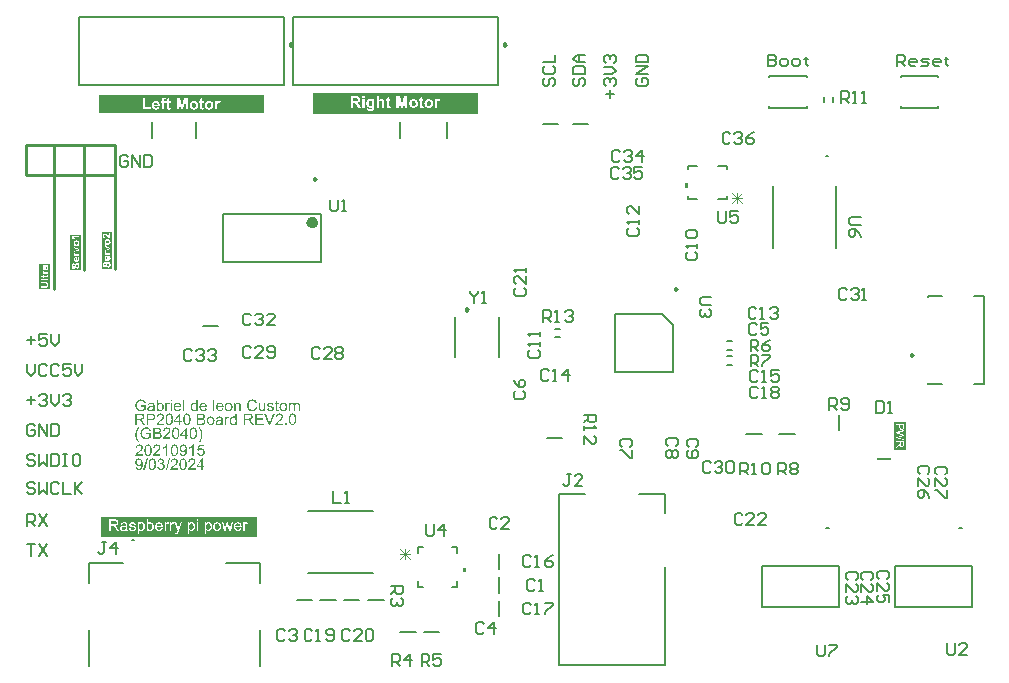
<source format=gto>
G04*
G04 #@! TF.GenerationSoftware,Altium Limited,Altium Designer,22.11.1 (43)*
G04*
G04 Layer_Color=65535*
%FSLAX25Y25*%
%MOIN*%
G70*
G04*
G04 #@! TF.SameCoordinates,C353F027-9E8A-41FA-9674-E24DC2C26849*
G04*
G04*
G04 #@! TF.FilePolarity,Positive*
G04*
G01*
G75*
%ADD10C,0.00787*%
%ADD11C,0.00984*%
%ADD12C,0.01968*%
%ADD13C,0.01000*%
%ADD14C,0.00500*%
%ADD15C,0.00600*%
%ADD16C,0.00300*%
%ADD17C,0.00591*%
%ADD18R,0.04724X0.00787*%
G36*
X-9016Y-76027D02*
X-8016D01*
Y-77527D01*
X-9016D01*
Y-76027D01*
D02*
G37*
G36*
X65800Y50766D02*
X64800D01*
Y52266D01*
X65800D01*
Y50766D01*
D02*
G37*
G36*
X-75394Y75769D02*
X-130512D01*
Y81711D01*
X-75394D01*
Y75769D01*
D02*
G37*
G36*
X-4134Y75270D02*
X-59252D01*
Y82211D01*
X-4134D01*
Y75270D01*
D02*
G37*
G36*
X-78007Y-65571D02*
X-129993D01*
Y-59029D01*
X-78007D01*
Y-65571D01*
D02*
G37*
G36*
X-106126Y-20476D02*
X-106590D01*
Y-19946D01*
X-106126D01*
Y-20476D01*
D02*
G37*
G36*
X-79252Y-19886D02*
X-79203Y-19891D01*
X-79143Y-19897D01*
X-79083Y-19902D01*
X-79012Y-19919D01*
X-78864Y-19951D01*
X-78700Y-20001D01*
X-78618Y-20033D01*
X-78542Y-20072D01*
X-78466Y-20121D01*
X-78389Y-20170D01*
X-78384Y-20175D01*
X-78373Y-20181D01*
X-78351Y-20197D01*
X-78324Y-20224D01*
X-78296Y-20252D01*
X-78258Y-20290D01*
X-78220Y-20334D01*
X-78176Y-20377D01*
X-78132Y-20432D01*
X-78089Y-20497D01*
X-78040Y-20563D01*
X-77996Y-20634D01*
X-77958Y-20716D01*
X-77914Y-20798D01*
X-77881Y-20885D01*
X-77849Y-20983D01*
X-78340Y-21098D01*
Y-21093D01*
X-78345Y-21082D01*
X-78356Y-21060D01*
X-78367Y-21033D01*
X-78378Y-21000D01*
X-78395Y-20956D01*
X-78438Y-20869D01*
X-78493Y-20771D01*
X-78558Y-20672D01*
X-78640Y-20579D01*
X-78728Y-20497D01*
X-78739Y-20487D01*
X-78771Y-20465D01*
X-78826Y-20437D01*
X-78897Y-20399D01*
X-78990Y-20367D01*
X-79093Y-20334D01*
X-79219Y-20312D01*
X-79356Y-20306D01*
X-79399D01*
X-79426Y-20312D01*
X-79465D01*
X-79508Y-20317D01*
X-79612Y-20334D01*
X-79727Y-20356D01*
X-79847Y-20394D01*
X-79972Y-20448D01*
X-80087Y-20519D01*
X-80093D01*
X-80098Y-20530D01*
X-80136Y-20558D01*
X-80186Y-20601D01*
X-80246Y-20667D01*
X-80317Y-20749D01*
X-80382Y-20842D01*
X-80442Y-20956D01*
X-80497Y-21082D01*
Y-21087D01*
X-80502Y-21098D01*
X-80508Y-21114D01*
X-80513Y-21142D01*
X-80524Y-21174D01*
X-80535Y-21213D01*
X-80551Y-21306D01*
X-80573Y-21415D01*
X-80595Y-21535D01*
X-80606Y-21666D01*
X-80611Y-21808D01*
Y-21813D01*
Y-21830D01*
Y-21857D01*
Y-21890D01*
X-80606Y-21928D01*
Y-21977D01*
X-80600Y-22032D01*
X-80595Y-22092D01*
X-80579Y-22223D01*
X-80551Y-22365D01*
X-80519Y-22507D01*
X-80475Y-22649D01*
Y-22654D01*
X-80469Y-22665D01*
X-80458Y-22682D01*
X-80448Y-22709D01*
X-80415Y-22774D01*
X-80366Y-22851D01*
X-80306Y-22938D01*
X-80229Y-23031D01*
X-80142Y-23113D01*
X-80038Y-23189D01*
X-80033D01*
X-80022Y-23195D01*
X-80005Y-23206D01*
X-79983Y-23217D01*
X-79956Y-23227D01*
X-79923Y-23244D01*
X-79847Y-23277D01*
X-79749Y-23309D01*
X-79640Y-23337D01*
X-79519Y-23359D01*
X-79394Y-23364D01*
X-79356D01*
X-79323Y-23359D01*
X-79285D01*
X-79246Y-23353D01*
X-79148Y-23331D01*
X-79033Y-23304D01*
X-78919Y-23260D01*
X-78799Y-23200D01*
X-78739Y-23167D01*
X-78684Y-23124D01*
X-78679Y-23118D01*
X-78673Y-23113D01*
X-78657Y-23096D01*
X-78635Y-23080D01*
X-78613Y-23053D01*
X-78586Y-23020D01*
X-78553Y-22987D01*
X-78526Y-22944D01*
X-78493Y-22894D01*
X-78455Y-22840D01*
X-78422Y-22785D01*
X-78389Y-22720D01*
X-78362Y-22649D01*
X-78334Y-22572D01*
X-78307Y-22490D01*
X-78285Y-22403D01*
X-77783Y-22529D01*
Y-22534D01*
X-77789Y-22556D01*
X-77799Y-22589D01*
X-77816Y-22632D01*
X-77832Y-22682D01*
X-77854Y-22742D01*
X-77881Y-22807D01*
X-77914Y-22878D01*
X-77991Y-23031D01*
X-78089Y-23184D01*
X-78149Y-23260D01*
X-78209Y-23337D01*
X-78275Y-23402D01*
X-78351Y-23468D01*
X-78356Y-23473D01*
X-78367Y-23484D01*
X-78395Y-23495D01*
X-78422Y-23517D01*
X-78466Y-23544D01*
X-78509Y-23572D01*
X-78569Y-23599D01*
X-78629Y-23626D01*
X-78700Y-23659D01*
X-78777Y-23686D01*
X-78859Y-23713D01*
X-78946Y-23741D01*
X-79039Y-23763D01*
X-79137Y-23774D01*
X-79241Y-23784D01*
X-79350Y-23790D01*
X-79410D01*
X-79454Y-23784D01*
X-79503D01*
X-79563Y-23779D01*
X-79628Y-23768D01*
X-79705Y-23757D01*
X-79863Y-23730D01*
X-80027Y-23686D01*
X-80191Y-23626D01*
X-80267Y-23588D01*
X-80344Y-23544D01*
X-80349Y-23539D01*
X-80360Y-23533D01*
X-80382Y-23517D01*
X-80404Y-23495D01*
X-80437Y-23473D01*
X-80475Y-23440D01*
X-80519Y-23402D01*
X-80562Y-23359D01*
X-80606Y-23309D01*
X-80655Y-23260D01*
X-80753Y-23135D01*
X-80846Y-22987D01*
X-80928Y-22823D01*
Y-22818D01*
X-80939Y-22802D01*
X-80944Y-22774D01*
X-80961Y-22742D01*
X-80972Y-22698D01*
X-80988Y-22643D01*
X-81010Y-22583D01*
X-81026Y-22518D01*
X-81043Y-22447D01*
X-81064Y-22365D01*
X-81092Y-22196D01*
X-81114Y-22004D01*
X-81125Y-21808D01*
Y-21802D01*
Y-21781D01*
Y-21748D01*
X-81119Y-21710D01*
Y-21655D01*
X-81114Y-21600D01*
X-81108Y-21529D01*
X-81097Y-21458D01*
X-81070Y-21300D01*
X-81032Y-21125D01*
X-80977Y-20951D01*
X-80901Y-20781D01*
X-80895Y-20776D01*
X-80890Y-20760D01*
X-80879Y-20738D01*
X-80857Y-20710D01*
X-80835Y-20672D01*
X-80808Y-20628D01*
X-80737Y-20530D01*
X-80644Y-20421D01*
X-80535Y-20312D01*
X-80409Y-20203D01*
X-80262Y-20110D01*
X-80256Y-20104D01*
X-80240Y-20099D01*
X-80218Y-20088D01*
X-80191Y-20072D01*
X-80147Y-20055D01*
X-80104Y-20039D01*
X-80049Y-20017D01*
X-79989Y-19995D01*
X-79923Y-19973D01*
X-79852Y-19951D01*
X-79699Y-19919D01*
X-79525Y-19891D01*
X-79345Y-19881D01*
X-79290D01*
X-79252Y-19886D01*
D02*
G37*
G36*
X-116407Y-19886D02*
X-116363D01*
X-116260Y-19897D01*
X-116145Y-19913D01*
X-116025Y-19941D01*
X-115894Y-19973D01*
X-115768Y-20017D01*
X-115763D01*
X-115752Y-20022D01*
X-115735Y-20028D01*
X-115714Y-20039D01*
X-115654Y-20072D01*
X-115577Y-20110D01*
X-115495Y-20164D01*
X-115408Y-20230D01*
X-115326Y-20301D01*
X-115250Y-20388D01*
X-115239Y-20399D01*
X-115217Y-20432D01*
X-115184Y-20481D01*
X-115140Y-20552D01*
X-115097Y-20640D01*
X-115048Y-20749D01*
X-114998Y-20869D01*
X-114960Y-21005D01*
X-115413Y-21125D01*
Y-21120D01*
X-115419Y-21114D01*
X-115424Y-21098D01*
X-115430Y-21076D01*
X-115446Y-21027D01*
X-115468Y-20962D01*
X-115501Y-20885D01*
X-115539Y-20814D01*
X-115577Y-20738D01*
X-115626Y-20672D01*
X-115632Y-20667D01*
X-115648Y-20645D01*
X-115681Y-20618D01*
X-115719Y-20579D01*
X-115768Y-20536D01*
X-115834Y-20492D01*
X-115905Y-20448D01*
X-115987Y-20410D01*
X-115998Y-20405D01*
X-116025Y-20394D01*
X-116074Y-20377D01*
X-116140Y-20356D01*
X-116216Y-20339D01*
X-116303Y-20323D01*
X-116402Y-20312D01*
X-116505Y-20306D01*
X-116565D01*
X-116593Y-20312D01*
X-116625D01*
X-116707Y-20317D01*
X-116800Y-20334D01*
X-116904Y-20350D01*
X-117002Y-20377D01*
X-117101Y-20416D01*
X-117111Y-20421D01*
X-117144Y-20432D01*
X-117188Y-20459D01*
X-117243Y-20487D01*
X-117308Y-20530D01*
X-117379Y-20574D01*
X-117445Y-20628D01*
X-117505Y-20689D01*
X-117510Y-20694D01*
X-117532Y-20716D01*
X-117559Y-20754D01*
X-117592Y-20798D01*
X-117630Y-20852D01*
X-117668Y-20918D01*
X-117707Y-20989D01*
X-117745Y-21065D01*
Y-21071D01*
X-117750Y-21082D01*
X-117756Y-21098D01*
X-117767Y-21125D01*
X-117778Y-21158D01*
X-117789Y-21196D01*
X-117805Y-21240D01*
X-117816Y-21289D01*
X-117843Y-21404D01*
X-117865Y-21535D01*
X-117881Y-21671D01*
X-117887Y-21824D01*
Y-21830D01*
Y-21846D01*
Y-21873D01*
X-117881Y-21906D01*
Y-21950D01*
X-117876Y-22005D01*
X-117870Y-22059D01*
X-117865Y-22119D01*
X-117843Y-22256D01*
X-117816Y-22398D01*
X-117772Y-22539D01*
X-117718Y-22676D01*
Y-22682D01*
X-117707Y-22692D01*
X-117701Y-22709D01*
X-117685Y-22731D01*
X-117647Y-22791D01*
X-117587Y-22867D01*
X-117516Y-22949D01*
X-117428Y-23031D01*
X-117324Y-23107D01*
X-117210Y-23178D01*
X-117204D01*
X-117193Y-23184D01*
X-117177Y-23195D01*
X-117150Y-23206D01*
X-117122Y-23217D01*
X-117084Y-23227D01*
X-116997Y-23260D01*
X-116888Y-23288D01*
X-116768Y-23315D01*
X-116636Y-23337D01*
X-116500Y-23342D01*
X-116445D01*
X-116413Y-23337D01*
X-116380D01*
X-116298Y-23326D01*
X-116200Y-23315D01*
X-116096Y-23293D01*
X-115981Y-23260D01*
X-115867Y-23222D01*
X-115861D01*
X-115850Y-23217D01*
X-115839Y-23211D01*
X-115817Y-23200D01*
X-115757Y-23173D01*
X-115692Y-23140D01*
X-115615Y-23102D01*
X-115533Y-23058D01*
X-115457Y-23009D01*
X-115392Y-22954D01*
Y-22245D01*
X-116505D01*
Y-21797D01*
X-114900D01*
Y-23200D01*
X-114906Y-23206D01*
X-114917Y-23211D01*
X-114938Y-23227D01*
X-114966Y-23249D01*
X-114998Y-23271D01*
X-115037Y-23299D01*
X-115086Y-23331D01*
X-115135Y-23364D01*
X-115250Y-23435D01*
X-115381Y-23511D01*
X-115517Y-23582D01*
X-115665Y-23642D01*
X-115670D01*
X-115681Y-23648D01*
X-115703Y-23653D01*
X-115730Y-23664D01*
X-115768Y-23675D01*
X-115812Y-23692D01*
X-115861Y-23702D01*
X-115910Y-23713D01*
X-116030Y-23741D01*
X-116167Y-23768D01*
X-116314Y-23784D01*
X-116467Y-23790D01*
X-116522D01*
X-116560Y-23784D01*
X-116609D01*
X-116669Y-23779D01*
X-116735Y-23768D01*
X-116806Y-23763D01*
X-116964Y-23730D01*
X-117133Y-23692D01*
X-117308Y-23631D01*
X-117395Y-23599D01*
X-117483Y-23555D01*
X-117488Y-23550D01*
X-117505Y-23544D01*
X-117526Y-23528D01*
X-117559Y-23511D01*
X-117597Y-23484D01*
X-117636Y-23457D01*
X-117739Y-23380D01*
X-117849Y-23282D01*
X-117963Y-23162D01*
X-118072Y-23025D01*
X-118171Y-22867D01*
Y-22862D01*
X-118182Y-22845D01*
X-118193Y-22824D01*
X-118209Y-22785D01*
X-118225Y-22747D01*
X-118242Y-22692D01*
X-118263Y-22638D01*
X-118285Y-22572D01*
X-118307Y-22501D01*
X-118329Y-22419D01*
X-118345Y-22337D01*
X-118362Y-22250D01*
X-118389Y-22059D01*
X-118400Y-21857D01*
Y-21852D01*
Y-21830D01*
Y-21802D01*
X-118394Y-21764D01*
Y-21715D01*
X-118389Y-21655D01*
X-118378Y-21595D01*
X-118373Y-21524D01*
X-118356Y-21448D01*
X-118345Y-21366D01*
X-118302Y-21191D01*
X-118247Y-21011D01*
X-118171Y-20831D01*
X-118165Y-20825D01*
X-118160Y-20809D01*
X-118149Y-20787D01*
X-118127Y-20754D01*
X-118105Y-20710D01*
X-118078Y-20667D01*
X-118001Y-20563D01*
X-117909Y-20443D01*
X-117794Y-20328D01*
X-117663Y-20214D01*
X-117587Y-20164D01*
X-117510Y-20115D01*
X-117505Y-20110D01*
X-117488Y-20104D01*
X-117466Y-20094D01*
X-117434Y-20077D01*
X-117390Y-20061D01*
X-117341Y-20039D01*
X-117286Y-20017D01*
X-117221Y-19995D01*
X-117150Y-19973D01*
X-117073Y-19957D01*
X-116991Y-19935D01*
X-116904Y-19919D01*
X-116713Y-19891D01*
X-116615Y-19881D01*
X-116440D01*
X-116407Y-19886D01*
D02*
G37*
G36*
X-97636Y-23724D02*
X-98067D01*
Y-23380D01*
X-98072Y-23386D01*
X-98078Y-23397D01*
X-98094Y-23419D01*
X-98116Y-23446D01*
X-98143Y-23473D01*
X-98176Y-23506D01*
X-98214Y-23544D01*
X-98264Y-23582D01*
X-98313Y-23621D01*
X-98367Y-23659D01*
X-98433Y-23692D01*
X-98504Y-23719D01*
X-98575Y-23746D01*
X-98657Y-23768D01*
X-98744Y-23779D01*
X-98837Y-23784D01*
X-98870D01*
X-98891Y-23779D01*
X-98957Y-23774D01*
X-99033Y-23763D01*
X-99126Y-23741D01*
X-99230Y-23708D01*
X-99334Y-23664D01*
X-99437Y-23604D01*
X-99443D01*
X-99448Y-23593D01*
X-99481Y-23572D01*
X-99530Y-23528D01*
X-99590Y-23473D01*
X-99661Y-23402D01*
X-99732Y-23315D01*
X-99803Y-23217D01*
X-99863Y-23102D01*
Y-23097D01*
X-99869Y-23086D01*
X-99874Y-23069D01*
X-99885Y-23047D01*
X-99896Y-23015D01*
X-99912Y-22976D01*
X-99923Y-22938D01*
X-99934Y-22889D01*
X-99962Y-22780D01*
X-99989Y-22654D01*
X-100005Y-22512D01*
X-100011Y-22359D01*
Y-22354D01*
Y-22343D01*
Y-22321D01*
Y-22288D01*
X-100005Y-22256D01*
Y-22212D01*
X-99994Y-22114D01*
X-99978Y-21999D01*
X-99951Y-21873D01*
X-99918Y-21742D01*
X-99874Y-21617D01*
Y-21611D01*
X-99869Y-21600D01*
X-99858Y-21584D01*
X-99847Y-21562D01*
X-99814Y-21502D01*
X-99770Y-21426D01*
X-99716Y-21344D01*
X-99645Y-21262D01*
X-99563Y-21174D01*
X-99465Y-21104D01*
X-99459D01*
X-99454Y-21098D01*
X-99437Y-21087D01*
X-99416Y-21076D01*
X-99361Y-21049D01*
X-99284Y-21011D01*
X-99197Y-20978D01*
X-99093Y-20951D01*
X-98979Y-20929D01*
X-98859Y-20923D01*
X-98815D01*
X-98771Y-20929D01*
X-98711Y-20934D01*
X-98640Y-20951D01*
X-98564Y-20967D01*
X-98487Y-20994D01*
X-98416Y-21033D01*
X-98405Y-21038D01*
X-98384Y-21049D01*
X-98351Y-21076D01*
X-98307Y-21104D01*
X-98253Y-21142D01*
X-98203Y-21191D01*
X-98149Y-21240D01*
X-98100Y-21300D01*
Y-19946D01*
X-97636D01*
Y-23724D01*
D02*
G37*
G36*
X-84073Y-20929D02*
X-84013Y-20934D01*
X-83942Y-20945D01*
X-83865Y-20962D01*
X-83784Y-20983D01*
X-83707Y-21016D01*
X-83696Y-21022D01*
X-83674Y-21033D01*
X-83636Y-21049D01*
X-83592Y-21076D01*
X-83538Y-21109D01*
X-83489Y-21153D01*
X-83440Y-21196D01*
X-83396Y-21251D01*
X-83390Y-21256D01*
X-83380Y-21278D01*
X-83363Y-21306D01*
X-83336Y-21344D01*
X-83314Y-21398D01*
X-83292Y-21453D01*
X-83265Y-21519D01*
X-83249Y-21589D01*
Y-21595D01*
X-83243Y-21617D01*
X-83238Y-21650D01*
X-83232Y-21693D01*
Y-21759D01*
X-83227Y-21835D01*
X-83221Y-21928D01*
Y-22043D01*
Y-23724D01*
X-83685D01*
Y-22064D01*
Y-22059D01*
Y-22054D01*
Y-22015D01*
Y-21966D01*
X-83691Y-21906D01*
X-83696Y-21835D01*
X-83707Y-21764D01*
X-83723Y-21699D01*
X-83740Y-21639D01*
Y-21633D01*
X-83751Y-21617D01*
X-83767Y-21589D01*
X-83784Y-21557D01*
X-83811Y-21524D01*
X-83844Y-21486D01*
X-83887Y-21448D01*
X-83937Y-21415D01*
X-83942Y-21409D01*
X-83958Y-21398D01*
X-83991Y-21387D01*
X-84029Y-21371D01*
X-84073Y-21355D01*
X-84128Y-21338D01*
X-84193Y-21333D01*
X-84259Y-21327D01*
X-84286D01*
X-84308Y-21333D01*
X-84362Y-21338D01*
X-84433Y-21349D01*
X-84510Y-21377D01*
X-84597Y-21409D01*
X-84684Y-21453D01*
X-84766Y-21519D01*
X-84777Y-21529D01*
X-84799Y-21557D01*
X-84816Y-21579D01*
X-84832Y-21606D01*
X-84854Y-21639D01*
X-84870Y-21677D01*
X-84892Y-21721D01*
X-84914Y-21775D01*
X-84930Y-21835D01*
X-84947Y-21901D01*
X-84957Y-21972D01*
X-84968Y-22048D01*
X-84979Y-22141D01*
Y-22234D01*
Y-23724D01*
X-85443D01*
Y-20983D01*
X-85028D01*
Y-21377D01*
X-85023Y-21371D01*
X-85012Y-21355D01*
X-84996Y-21333D01*
X-84974Y-21306D01*
X-84941Y-21273D01*
X-84903Y-21235D01*
X-84859Y-21191D01*
X-84805Y-21147D01*
X-84750Y-21109D01*
X-84684Y-21065D01*
X-84614Y-21027D01*
X-84537Y-20994D01*
X-84450Y-20967D01*
X-84362Y-20945D01*
X-84264Y-20929D01*
X-84160Y-20923D01*
X-84117D01*
X-84073Y-20929D01*
D02*
G37*
G36*
X-107256Y-20929D02*
X-107196Y-20940D01*
X-107125Y-20962D01*
X-107049Y-20989D01*
X-106961Y-21027D01*
X-106869Y-21076D01*
X-107038Y-21502D01*
X-107043Y-21497D01*
X-107065Y-21486D01*
X-107098Y-21469D01*
X-107141Y-21453D01*
X-107191Y-21437D01*
X-107251Y-21420D01*
X-107311Y-21409D01*
X-107371Y-21404D01*
X-107398D01*
X-107425Y-21409D01*
X-107464Y-21415D01*
X-107502Y-21426D01*
X-107551Y-21442D01*
X-107600Y-21464D01*
X-107644Y-21497D01*
X-107649Y-21502D01*
X-107666Y-21513D01*
X-107682Y-21535D01*
X-107709Y-21562D01*
X-107737Y-21600D01*
X-107764Y-21644D01*
X-107791Y-21693D01*
X-107813Y-21753D01*
X-107818Y-21764D01*
X-107824Y-21797D01*
X-107835Y-21846D01*
X-107851Y-21912D01*
X-107868Y-21993D01*
X-107879Y-22086D01*
X-107884Y-22185D01*
X-107889Y-22294D01*
Y-23724D01*
X-108354D01*
Y-20983D01*
X-107933D01*
Y-21398D01*
X-107928Y-21393D01*
X-107906Y-21355D01*
X-107879Y-21306D01*
X-107835Y-21246D01*
X-107791Y-21185D01*
X-107742Y-21120D01*
X-107693Y-21065D01*
X-107644Y-21022D01*
X-107638Y-21016D01*
X-107622Y-21005D01*
X-107589Y-20989D01*
X-107556Y-20973D01*
X-107513Y-20956D01*
X-107458Y-20940D01*
X-107404Y-20929D01*
X-107343Y-20923D01*
X-107305D01*
X-107256Y-20929D01*
D02*
G37*
G36*
X-64308Y-20929D02*
X-64270D01*
X-64231Y-20934D01*
X-64139Y-20951D01*
X-64040Y-20978D01*
X-63937Y-21022D01*
X-63833Y-21076D01*
X-63745Y-21153D01*
X-63735Y-21164D01*
X-63713Y-21196D01*
X-63674Y-21246D01*
X-63658Y-21284D01*
X-63636Y-21322D01*
X-63614Y-21371D01*
X-63598Y-21420D01*
X-63576Y-21475D01*
X-63560Y-21540D01*
X-63549Y-21606D01*
X-63538Y-21682D01*
X-63527Y-21759D01*
Y-21846D01*
Y-23724D01*
X-63991D01*
Y-22004D01*
Y-21999D01*
Y-21993D01*
Y-21961D01*
Y-21912D01*
X-63997Y-21852D01*
X-64002Y-21786D01*
X-64008Y-21721D01*
X-64018Y-21655D01*
X-64035Y-21606D01*
Y-21600D01*
X-64046Y-21584D01*
X-64057Y-21562D01*
X-64073Y-21535D01*
X-64095Y-21502D01*
X-64122Y-21469D01*
X-64155Y-21437D01*
X-64199Y-21404D01*
X-64204Y-21398D01*
X-64220Y-21393D01*
X-64242Y-21382D01*
X-64280Y-21366D01*
X-64319Y-21349D01*
X-64368Y-21338D01*
X-64417Y-21333D01*
X-64477Y-21327D01*
X-64504D01*
X-64526Y-21333D01*
X-64581Y-21338D01*
X-64646Y-21349D01*
X-64723Y-21377D01*
X-64805Y-21409D01*
X-64886Y-21458D01*
X-64963Y-21524D01*
X-64968Y-21535D01*
X-64990Y-21562D01*
X-65023Y-21606D01*
X-65056Y-21671D01*
X-65094Y-21759D01*
X-65121Y-21862D01*
X-65143Y-21988D01*
X-65154Y-22136D01*
Y-23724D01*
X-65618D01*
Y-21950D01*
Y-21944D01*
Y-21934D01*
Y-21923D01*
Y-21901D01*
X-65624Y-21841D01*
X-65635Y-21775D01*
X-65645Y-21699D01*
X-65667Y-21622D01*
X-65695Y-21551D01*
X-65733Y-21486D01*
X-65738Y-21480D01*
X-65755Y-21458D01*
X-65782Y-21437D01*
X-65820Y-21404D01*
X-65869Y-21377D01*
X-65935Y-21349D01*
X-66011Y-21333D01*
X-66104Y-21327D01*
X-66137D01*
X-66175Y-21333D01*
X-66219Y-21338D01*
X-66273Y-21355D01*
X-66339Y-21371D01*
X-66399Y-21398D01*
X-66465Y-21431D01*
X-66470Y-21437D01*
X-66492Y-21453D01*
X-66519Y-21475D01*
X-66557Y-21508D01*
X-66596Y-21551D01*
X-66634Y-21606D01*
X-66672Y-21666D01*
X-66705Y-21737D01*
X-66710Y-21748D01*
X-66716Y-21775D01*
X-66727Y-21819D01*
X-66743Y-21879D01*
X-66759Y-21961D01*
X-66770Y-22059D01*
X-66776Y-22174D01*
X-66781Y-22305D01*
Y-23724D01*
X-67245D01*
Y-20983D01*
X-66830D01*
Y-21377D01*
X-66825Y-21366D01*
X-66808Y-21344D01*
X-66776Y-21306D01*
X-66738Y-21262D01*
X-66688Y-21207D01*
X-66628Y-21153D01*
X-66563Y-21098D01*
X-66486Y-21049D01*
X-66475Y-21044D01*
X-66448Y-21027D01*
X-66404Y-21011D01*
X-66344Y-20983D01*
X-66273Y-20962D01*
X-66192Y-20945D01*
X-66099Y-20929D01*
X-66000Y-20923D01*
X-65951D01*
X-65891Y-20929D01*
X-65826Y-20940D01*
X-65744Y-20956D01*
X-65662Y-20978D01*
X-65580Y-21011D01*
X-65504Y-21054D01*
X-65493Y-21060D01*
X-65471Y-21076D01*
X-65438Y-21104D01*
X-65394Y-21147D01*
X-65351Y-21196D01*
X-65302Y-21256D01*
X-65258Y-21327D01*
X-65225Y-21409D01*
X-65220Y-21404D01*
X-65209Y-21387D01*
X-65192Y-21366D01*
X-65165Y-21333D01*
X-65132Y-21295D01*
X-65094Y-21256D01*
X-65050Y-21213D01*
X-64996Y-21164D01*
X-64936Y-21120D01*
X-64876Y-21076D01*
X-64805Y-21038D01*
X-64728Y-21000D01*
X-64646Y-20967D01*
X-64559Y-20945D01*
X-64472Y-20929D01*
X-64373Y-20923D01*
X-64335D01*
X-64308Y-20929D01*
D02*
G37*
G36*
X-73279D02*
X-73197Y-20934D01*
X-73109Y-20945D01*
X-73017Y-20967D01*
X-72918Y-20989D01*
X-72825Y-21022D01*
X-72820D01*
X-72815Y-21027D01*
X-72787Y-21038D01*
X-72743Y-21060D01*
X-72689Y-21087D01*
X-72629Y-21125D01*
X-72569Y-21169D01*
X-72514Y-21218D01*
X-72465Y-21273D01*
X-72460Y-21278D01*
X-72449Y-21300D01*
X-72427Y-21338D01*
X-72399Y-21382D01*
X-72372Y-21448D01*
X-72345Y-21519D01*
X-72323Y-21600D01*
X-72301Y-21693D01*
X-72754Y-21753D01*
Y-21742D01*
X-72760Y-21721D01*
X-72771Y-21682D01*
X-72787Y-21633D01*
X-72815Y-21584D01*
X-72847Y-21529D01*
X-72885Y-21475D01*
X-72940Y-21426D01*
X-72945Y-21420D01*
X-72967Y-21409D01*
X-73000Y-21387D01*
X-73049Y-21366D01*
X-73104Y-21344D01*
X-73175Y-21322D01*
X-73262Y-21311D01*
X-73355Y-21306D01*
X-73410D01*
X-73464Y-21311D01*
X-73535Y-21317D01*
X-73606Y-21333D01*
X-73683Y-21349D01*
X-73754Y-21377D01*
X-73814Y-21415D01*
X-73819Y-21420D01*
X-73835Y-21431D01*
X-73857Y-21453D01*
X-73879Y-21486D01*
X-73906Y-21519D01*
X-73928Y-21562D01*
X-73945Y-21611D01*
X-73950Y-21660D01*
Y-21666D01*
Y-21677D01*
X-73945Y-21693D01*
Y-21715D01*
X-73928Y-21770D01*
X-73896Y-21824D01*
X-73890Y-21830D01*
X-73885Y-21835D01*
X-73874Y-21852D01*
X-73852Y-21868D01*
X-73830Y-21884D01*
X-73797Y-21906D01*
X-73759Y-21923D01*
X-73715Y-21944D01*
X-73710D01*
X-73699Y-21950D01*
X-73677Y-21955D01*
X-73639Y-21972D01*
X-73584Y-21988D01*
X-73513Y-22004D01*
X-73470Y-22021D01*
X-73421Y-22032D01*
X-73366Y-22048D01*
X-73306Y-22064D01*
X-73300D01*
X-73284Y-22070D01*
X-73257Y-22075D01*
X-73224Y-22086D01*
X-73186Y-22097D01*
X-73137Y-22108D01*
X-73033Y-22141D01*
X-72918Y-22174D01*
X-72803Y-22212D01*
X-72700Y-22250D01*
X-72656Y-22266D01*
X-72618Y-22283D01*
X-72607Y-22288D01*
X-72585Y-22299D01*
X-72552Y-22316D01*
X-72503Y-22343D01*
X-72454Y-22376D01*
X-72405Y-22419D01*
X-72356Y-22468D01*
X-72312Y-22523D01*
X-72307Y-22529D01*
X-72296Y-22550D01*
X-72274Y-22583D01*
X-72252Y-22632D01*
X-72236Y-22692D01*
X-72214Y-22758D01*
X-72203Y-22834D01*
X-72198Y-22922D01*
Y-22933D01*
Y-22960D01*
X-72203Y-23004D01*
X-72214Y-23064D01*
X-72230Y-23129D01*
X-72258Y-23200D01*
X-72290Y-23282D01*
X-72334Y-23359D01*
X-72339Y-23370D01*
X-72361Y-23391D01*
X-72389Y-23429D01*
X-72432Y-23473D01*
X-72492Y-23522D01*
X-72558Y-23577D01*
X-72634Y-23626D01*
X-72727Y-23675D01*
X-72733D01*
X-72738Y-23681D01*
X-72771Y-23692D01*
X-72825Y-23708D01*
X-72896Y-23730D01*
X-72984Y-23752D01*
X-73082Y-23768D01*
X-73186Y-23779D01*
X-73306Y-23784D01*
X-73355D01*
X-73393Y-23779D01*
X-73437D01*
X-73492Y-23774D01*
X-73546Y-23768D01*
X-73606Y-23757D01*
X-73737Y-23730D01*
X-73874Y-23692D01*
X-74005Y-23637D01*
X-74065Y-23604D01*
X-74119Y-23566D01*
X-74125Y-23561D01*
X-74130Y-23555D01*
X-74163Y-23522D01*
X-74212Y-23473D01*
X-74267Y-23397D01*
X-74327Y-23304D01*
X-74387Y-23195D01*
X-74436Y-23058D01*
X-74474Y-22905D01*
X-74016Y-22834D01*
Y-22840D01*
Y-22845D01*
X-74005Y-22878D01*
X-73994Y-22933D01*
X-73972Y-22993D01*
X-73945Y-23058D01*
X-73912Y-23129D01*
X-73863Y-23200D01*
X-73803Y-23260D01*
X-73792Y-23266D01*
X-73770Y-23282D01*
X-73726Y-23304D01*
X-73672Y-23331D01*
X-73601Y-23359D01*
X-73519Y-23380D01*
X-73421Y-23397D01*
X-73306Y-23402D01*
X-73251D01*
X-73197Y-23397D01*
X-73126Y-23386D01*
X-73049Y-23370D01*
X-72967Y-23348D01*
X-72896Y-23320D01*
X-72831Y-23277D01*
X-72825Y-23271D01*
X-72803Y-23255D01*
X-72782Y-23227D01*
X-72749Y-23189D01*
X-72722Y-23146D01*
X-72694Y-23091D01*
X-72678Y-23036D01*
X-72672Y-22971D01*
Y-22965D01*
Y-22944D01*
X-72678Y-22916D01*
X-72689Y-22878D01*
X-72705Y-22840D01*
X-72733Y-22802D01*
X-72765Y-22758D01*
X-72815Y-22725D01*
X-72820Y-22720D01*
X-72836Y-22714D01*
X-72864Y-22698D01*
X-72907Y-22682D01*
X-72973Y-22660D01*
X-73011Y-22643D01*
X-73055Y-22632D01*
X-73104Y-22616D01*
X-73158Y-22600D01*
X-73219Y-22583D01*
X-73290Y-22567D01*
X-73295D01*
X-73311Y-22561D01*
X-73339Y-22556D01*
X-73371Y-22545D01*
X-73415Y-22534D01*
X-73464Y-22518D01*
X-73568Y-22490D01*
X-73688Y-22452D01*
X-73803Y-22419D01*
X-73912Y-22381D01*
X-73961Y-22359D01*
X-73999Y-22343D01*
X-74010Y-22337D01*
X-74032Y-22327D01*
X-74065Y-22305D01*
X-74108Y-22277D01*
X-74158Y-22239D01*
X-74207Y-22196D01*
X-74256Y-22146D01*
X-74300Y-22086D01*
X-74305Y-22081D01*
X-74316Y-22059D01*
X-74332Y-22021D01*
X-74349Y-21977D01*
X-74365Y-21923D01*
X-74382Y-21857D01*
X-74392Y-21791D01*
X-74398Y-21715D01*
Y-21704D01*
Y-21682D01*
X-74392Y-21650D01*
X-74387Y-21600D01*
X-74376Y-21551D01*
X-74365Y-21491D01*
X-74343Y-21437D01*
X-74316Y-21377D01*
X-74310Y-21371D01*
X-74300Y-21349D01*
X-74283Y-21322D01*
X-74256Y-21284D01*
X-74223Y-21246D01*
X-74185Y-21196D01*
X-74141Y-21153D01*
X-74087Y-21114D01*
X-74081Y-21109D01*
X-74065Y-21104D01*
X-74043Y-21087D01*
X-74010Y-21071D01*
X-73966Y-21049D01*
X-73917Y-21027D01*
X-73857Y-21005D01*
X-73792Y-20983D01*
X-73781Y-20978D01*
X-73759Y-20973D01*
X-73721Y-20962D01*
X-73672Y-20951D01*
X-73612Y-20940D01*
X-73546Y-20934D01*
X-73470Y-20923D01*
X-73339D01*
X-73279Y-20929D01*
D02*
G37*
G36*
X-75015Y-23724D02*
X-75430D01*
Y-23326D01*
X-75435Y-23331D01*
X-75446Y-23348D01*
X-75463Y-23370D01*
X-75490Y-23397D01*
X-75523Y-23429D01*
X-75561Y-23473D01*
X-75604Y-23511D01*
X-75659Y-23555D01*
X-75719Y-23599D01*
X-75785Y-23637D01*
X-75856Y-23675D01*
X-75932Y-23713D01*
X-76020Y-23741D01*
X-76107Y-23763D01*
X-76205Y-23779D01*
X-76303Y-23784D01*
X-76342D01*
X-76391Y-23779D01*
X-76451Y-23774D01*
X-76522Y-23763D01*
X-76598Y-23746D01*
X-76675Y-23724D01*
X-76757Y-23692D01*
X-76767Y-23686D01*
X-76789Y-23675D01*
X-76828Y-23653D01*
X-76871Y-23626D01*
X-76926Y-23593D01*
X-76975Y-23555D01*
X-77024Y-23511D01*
X-77068Y-23462D01*
X-77073Y-23457D01*
X-77084Y-23435D01*
X-77101Y-23408D01*
X-77122Y-23364D01*
X-77150Y-23315D01*
X-77171Y-23255D01*
X-77193Y-23189D01*
X-77210Y-23118D01*
Y-23113D01*
X-77215Y-23091D01*
X-77221Y-23058D01*
Y-23015D01*
X-77226Y-22949D01*
X-77232Y-22878D01*
X-77237Y-22785D01*
Y-22682D01*
Y-20983D01*
X-76773D01*
Y-22507D01*
Y-22512D01*
Y-22523D01*
Y-22539D01*
Y-22567D01*
Y-22627D01*
X-76767Y-22703D01*
Y-22785D01*
X-76762Y-22867D01*
X-76757Y-22938D01*
X-76746Y-22998D01*
Y-23004D01*
X-76735Y-23025D01*
X-76724Y-23058D01*
X-76707Y-23102D01*
X-76680Y-23146D01*
X-76647Y-23195D01*
X-76609Y-23238D01*
X-76560Y-23282D01*
X-76555Y-23288D01*
X-76533Y-23299D01*
X-76505Y-23315D01*
X-76462Y-23331D01*
X-76413Y-23353D01*
X-76353Y-23370D01*
X-76287Y-23380D01*
X-76211Y-23386D01*
X-76172D01*
X-76134Y-23380D01*
X-76085Y-23375D01*
X-76025Y-23359D01*
X-75959Y-23342D01*
X-75888Y-23315D01*
X-75818Y-23282D01*
X-75806Y-23277D01*
X-75785Y-23260D01*
X-75752Y-23238D01*
X-75714Y-23206D01*
X-75670Y-23162D01*
X-75626Y-23113D01*
X-75588Y-23058D01*
X-75555Y-22993D01*
X-75550Y-22982D01*
X-75545Y-22960D01*
X-75533Y-22916D01*
X-75517Y-22856D01*
X-75501Y-22780D01*
X-75490Y-22687D01*
X-75484Y-22578D01*
X-75479Y-22452D01*
Y-20983D01*
X-75015D01*
Y-23724D01*
D02*
G37*
G36*
X-92039Y-23724D02*
X-92503D01*
Y-19946D01*
X-92039D01*
Y-23724D01*
D02*
G37*
G36*
X-102025D02*
X-102490D01*
Y-19946D01*
X-102025D01*
Y-23724D01*
D02*
G37*
G36*
X-106126D02*
X-106590D01*
Y-20983D01*
X-106126D01*
Y-23724D01*
D02*
G37*
G36*
X-112945Y-20929D02*
X-112864Y-20934D01*
X-112771Y-20945D01*
X-112678Y-20962D01*
X-112585Y-20983D01*
X-112498Y-21011D01*
X-112487Y-21016D01*
X-112460Y-21027D01*
X-112421Y-21044D01*
X-112372Y-21065D01*
X-112318Y-21098D01*
X-112263Y-21131D01*
X-112214Y-21174D01*
X-112170Y-21218D01*
X-112165Y-21224D01*
X-112154Y-21240D01*
X-112137Y-21267D01*
X-112116Y-21300D01*
X-112088Y-21349D01*
X-112066Y-21398D01*
X-112045Y-21459D01*
X-112028Y-21529D01*
Y-21535D01*
X-112023Y-21551D01*
X-112017Y-21584D01*
X-112012Y-21628D01*
Y-21688D01*
X-112006Y-21759D01*
X-112001Y-21852D01*
Y-21955D01*
Y-22578D01*
Y-22583D01*
Y-22605D01*
Y-22638D01*
Y-22682D01*
Y-22731D01*
Y-22791D01*
X-111995Y-22922D01*
Y-23058D01*
X-111990Y-23195D01*
X-111985Y-23255D01*
Y-23309D01*
X-111979Y-23359D01*
X-111974Y-23397D01*
Y-23402D01*
X-111968Y-23424D01*
X-111963Y-23457D01*
X-111946Y-23501D01*
X-111935Y-23550D01*
X-111914Y-23604D01*
X-111886Y-23664D01*
X-111859Y-23724D01*
X-112345D01*
X-112350Y-23719D01*
X-112356Y-23697D01*
X-112367Y-23670D01*
X-112383Y-23626D01*
X-112399Y-23577D01*
X-112410Y-23517D01*
X-112421Y-23451D01*
X-112432Y-23380D01*
X-112438D01*
X-112443Y-23391D01*
X-112476Y-23419D01*
X-112525Y-23457D01*
X-112591Y-23506D01*
X-112672Y-23555D01*
X-112754Y-23610D01*
X-112842Y-23659D01*
X-112935Y-23697D01*
X-112945Y-23702D01*
X-112978Y-23708D01*
X-113027Y-23724D01*
X-113087Y-23741D01*
X-113164Y-23757D01*
X-113251Y-23768D01*
X-113349Y-23779D01*
X-113448Y-23784D01*
X-113491D01*
X-113524Y-23779D01*
X-113562D01*
X-113606Y-23774D01*
X-113704Y-23757D01*
X-113814Y-23730D01*
X-113934Y-23692D01*
X-114043Y-23637D01*
X-114141Y-23566D01*
X-114152Y-23555D01*
X-114179Y-23528D01*
X-114218Y-23479D01*
X-114261Y-23413D01*
X-114305Y-23331D01*
X-114343Y-23238D01*
X-114371Y-23124D01*
X-114376Y-23069D01*
X-114381Y-23004D01*
Y-22993D01*
Y-22971D01*
X-114376Y-22933D01*
X-114371Y-22884D01*
X-114360Y-22824D01*
X-114343Y-22763D01*
X-114321Y-22698D01*
X-114294Y-22638D01*
X-114289Y-22632D01*
X-114278Y-22611D01*
X-114256Y-22578D01*
X-114229Y-22539D01*
X-114196Y-22496D01*
X-114152Y-22452D01*
X-114108Y-22409D01*
X-114054Y-22370D01*
X-114048Y-22365D01*
X-114026Y-22354D01*
X-113999Y-22332D01*
X-113956Y-22310D01*
X-113906Y-22288D01*
X-113846Y-22261D01*
X-113786Y-22239D01*
X-113715Y-22217D01*
X-113710D01*
X-113688Y-22212D01*
X-113655Y-22201D01*
X-113612Y-22196D01*
X-113557Y-22185D01*
X-113486Y-22174D01*
X-113404Y-22157D01*
X-113306Y-22146D01*
X-113300D01*
X-113278Y-22141D01*
X-113251D01*
X-113213Y-22136D01*
X-113169Y-22130D01*
X-113115Y-22119D01*
X-113055Y-22114D01*
X-112989Y-22103D01*
X-112858Y-22075D01*
X-112716Y-22048D01*
X-112591Y-22015D01*
X-112531Y-21999D01*
X-112476Y-21983D01*
Y-21977D01*
Y-21966D01*
X-112470Y-21934D01*
Y-21895D01*
Y-21873D01*
Y-21862D01*
Y-21857D01*
Y-21852D01*
Y-21819D01*
X-112476Y-21764D01*
X-112487Y-21704D01*
X-112503Y-21639D01*
X-112531Y-21573D01*
X-112563Y-21513D01*
X-112607Y-21464D01*
X-112612Y-21459D01*
X-112640Y-21437D01*
X-112683Y-21415D01*
X-112738Y-21382D01*
X-112814Y-21355D01*
X-112902Y-21327D01*
X-113011Y-21311D01*
X-113137Y-21306D01*
X-113191D01*
X-113246Y-21311D01*
X-113322Y-21322D01*
X-113399Y-21333D01*
X-113480Y-21355D01*
X-113557Y-21382D01*
X-113622Y-21420D01*
X-113628Y-21426D01*
X-113650Y-21442D01*
X-113677Y-21469D01*
X-113710Y-21513D01*
X-113743Y-21568D01*
X-113781Y-21639D01*
X-113814Y-21726D01*
X-113846Y-21824D01*
X-114299Y-21764D01*
Y-21759D01*
X-114294Y-21753D01*
Y-21737D01*
X-114289Y-21715D01*
X-114272Y-21666D01*
X-114250Y-21595D01*
X-114223Y-21524D01*
X-114190Y-21448D01*
X-114147Y-21371D01*
X-114097Y-21300D01*
X-114092Y-21295D01*
X-114070Y-21273D01*
X-114038Y-21240D01*
X-113994Y-21196D01*
X-113934Y-21153D01*
X-113863Y-21109D01*
X-113781Y-21060D01*
X-113688Y-21022D01*
X-113683D01*
X-113677Y-21016D01*
X-113661Y-21011D01*
X-113639Y-21005D01*
X-113584Y-20989D01*
X-113508Y-20973D01*
X-113420Y-20956D01*
X-113311Y-20940D01*
X-113197Y-20929D01*
X-113066Y-20923D01*
X-113005D01*
X-112945Y-20929D01*
D02*
G37*
G36*
X-71105Y-20983D02*
X-70636D01*
Y-21344D01*
X-71105D01*
Y-22954D01*
Y-22965D01*
Y-22987D01*
Y-23020D01*
X-71100Y-23058D01*
X-71095Y-23146D01*
X-71089Y-23184D01*
X-71084Y-23211D01*
X-71078Y-23222D01*
X-71062Y-23244D01*
X-71040Y-23271D01*
X-71002Y-23299D01*
X-70991Y-23304D01*
X-70964Y-23315D01*
X-70914Y-23326D01*
X-70843Y-23331D01*
X-70789D01*
X-70762Y-23326D01*
X-70723D01*
X-70680Y-23320D01*
X-70636Y-23315D01*
X-70576Y-23724D01*
X-70587D01*
X-70609Y-23730D01*
X-70647Y-23735D01*
X-70696Y-23741D01*
X-70751Y-23752D01*
X-70811Y-23757D01*
X-70931Y-23763D01*
X-70974D01*
X-71018Y-23757D01*
X-71073Y-23752D01*
X-71138Y-23746D01*
X-71204Y-23730D01*
X-71264Y-23713D01*
X-71324Y-23686D01*
X-71329Y-23681D01*
X-71346Y-23670D01*
X-71368Y-23653D01*
X-71400Y-23626D01*
X-71428Y-23599D01*
X-71460Y-23561D01*
X-71493Y-23522D01*
X-71515Y-23473D01*
Y-23468D01*
X-71526Y-23446D01*
X-71531Y-23408D01*
X-71542Y-23353D01*
X-71553Y-23282D01*
X-71559Y-23238D01*
Y-23189D01*
X-71564Y-23129D01*
X-71570Y-23069D01*
Y-23004D01*
Y-22927D01*
Y-21344D01*
X-71914D01*
Y-20983D01*
X-71570D01*
Y-20306D01*
X-71105Y-20028D01*
Y-20983D01*
D02*
G37*
G36*
X-68976Y-20929D02*
X-68927Y-20934D01*
X-68872Y-20945D01*
X-68812Y-20956D01*
X-68741Y-20967D01*
X-68594Y-21016D01*
X-68517Y-21044D01*
X-68441Y-21082D01*
X-68365Y-21120D01*
X-68288Y-21174D01*
X-68217Y-21229D01*
X-68146Y-21295D01*
X-68141Y-21300D01*
X-68130Y-21311D01*
X-68113Y-21333D01*
X-68092Y-21360D01*
X-68064Y-21398D01*
X-68032Y-21448D01*
X-67999Y-21502D01*
X-67966Y-21562D01*
X-67933Y-21628D01*
X-67901Y-21710D01*
X-67868Y-21791D01*
X-67840Y-21884D01*
X-67819Y-21983D01*
X-67802Y-22086D01*
X-67791Y-22196D01*
X-67786Y-22316D01*
Y-22321D01*
Y-22337D01*
Y-22365D01*
Y-22403D01*
X-67791Y-22447D01*
X-67797Y-22501D01*
Y-22556D01*
X-67808Y-22616D01*
X-67824Y-22752D01*
X-67857Y-22889D01*
X-67895Y-23025D01*
X-67950Y-23151D01*
Y-23156D01*
X-67955Y-23162D01*
X-67966Y-23178D01*
X-67977Y-23200D01*
X-68015Y-23255D01*
X-68064Y-23320D01*
X-68130Y-23397D01*
X-68212Y-23473D01*
X-68305Y-23550D01*
X-68414Y-23621D01*
X-68419D01*
X-68425Y-23626D01*
X-68441Y-23637D01*
X-68468Y-23648D01*
X-68496Y-23659D01*
X-68528Y-23670D01*
X-68610Y-23702D01*
X-68703Y-23730D01*
X-68818Y-23757D01*
X-68938Y-23779D01*
X-69069Y-23784D01*
X-69124D01*
X-69167Y-23779D01*
X-69216Y-23774D01*
X-69271Y-23763D01*
X-69336Y-23752D01*
X-69402Y-23741D01*
X-69549Y-23697D01*
X-69631Y-23664D01*
X-69708Y-23631D01*
X-69784Y-23588D01*
X-69861Y-23539D01*
X-69932Y-23484D01*
X-70003Y-23419D01*
X-70008Y-23413D01*
X-70019Y-23402D01*
X-70035Y-23380D01*
X-70057Y-23348D01*
X-70085Y-23309D01*
X-70112Y-23266D01*
X-70144Y-23211D01*
X-70177Y-23146D01*
X-70210Y-23075D01*
X-70243Y-22993D01*
X-70270Y-22905D01*
X-70297Y-22813D01*
X-70319Y-22709D01*
X-70336Y-22600D01*
X-70346Y-22479D01*
X-70352Y-22354D01*
Y-22343D01*
Y-22321D01*
X-70346Y-22283D01*
Y-22228D01*
X-70341Y-22168D01*
X-70330Y-22092D01*
X-70319Y-22015D01*
X-70297Y-21928D01*
X-70276Y-21841D01*
X-70248Y-21748D01*
X-70215Y-21650D01*
X-70172Y-21557D01*
X-70128Y-21469D01*
X-70068Y-21382D01*
X-70008Y-21300D01*
X-69932Y-21229D01*
X-69926Y-21224D01*
X-69915Y-21218D01*
X-69893Y-21202D01*
X-69866Y-21180D01*
X-69833Y-21158D01*
X-69790Y-21131D01*
X-69746Y-21104D01*
X-69691Y-21076D01*
X-69631Y-21049D01*
X-69566Y-21022D01*
X-69418Y-20973D01*
X-69249Y-20934D01*
X-69162Y-20929D01*
X-69069Y-20923D01*
X-69014D01*
X-68976Y-20929D01*
D02*
G37*
G36*
X-87180D02*
X-87131Y-20934D01*
X-87076Y-20945D01*
X-87016Y-20956D01*
X-86945Y-20967D01*
X-86797Y-21016D01*
X-86721Y-21044D01*
X-86645Y-21082D01*
X-86568Y-21120D01*
X-86492Y-21174D01*
X-86421Y-21229D01*
X-86350Y-21295D01*
X-86344Y-21300D01*
X-86333Y-21311D01*
X-86317Y-21333D01*
X-86295Y-21360D01*
X-86268Y-21398D01*
X-86235Y-21448D01*
X-86202Y-21502D01*
X-86170Y-21562D01*
X-86137Y-21628D01*
X-86104Y-21710D01*
X-86071Y-21791D01*
X-86044Y-21884D01*
X-86022Y-21983D01*
X-86006Y-22086D01*
X-85995Y-22196D01*
X-85989Y-22316D01*
Y-22321D01*
Y-22337D01*
Y-22365D01*
Y-22403D01*
X-85995Y-22447D01*
X-86000Y-22501D01*
Y-22556D01*
X-86011Y-22616D01*
X-86028Y-22752D01*
X-86060Y-22889D01*
X-86099Y-23025D01*
X-86153Y-23151D01*
Y-23156D01*
X-86159Y-23162D01*
X-86170Y-23178D01*
X-86181Y-23200D01*
X-86219Y-23255D01*
X-86268Y-23320D01*
X-86333Y-23397D01*
X-86415Y-23473D01*
X-86508Y-23550D01*
X-86617Y-23621D01*
X-86623D01*
X-86628Y-23626D01*
X-86645Y-23637D01*
X-86672Y-23648D01*
X-86699Y-23659D01*
X-86732Y-23670D01*
X-86814Y-23702D01*
X-86907Y-23730D01*
X-87021Y-23757D01*
X-87142Y-23779D01*
X-87273Y-23784D01*
X-87327D01*
X-87371Y-23779D01*
X-87420Y-23774D01*
X-87475Y-23763D01*
X-87540Y-23752D01*
X-87606Y-23741D01*
X-87753Y-23697D01*
X-87835Y-23664D01*
X-87911Y-23631D01*
X-87988Y-23588D01*
X-88064Y-23539D01*
X-88135Y-23484D01*
X-88206Y-23419D01*
X-88212Y-23413D01*
X-88223Y-23402D01*
X-88239Y-23380D01*
X-88261Y-23348D01*
X-88288Y-23309D01*
X-88315Y-23266D01*
X-88348Y-23211D01*
X-88381Y-23146D01*
X-88414Y-23075D01*
X-88446Y-22993D01*
X-88474Y-22905D01*
X-88501Y-22813D01*
X-88523Y-22709D01*
X-88539Y-22600D01*
X-88550Y-22479D01*
X-88556Y-22354D01*
Y-22343D01*
Y-22321D01*
X-88550Y-22283D01*
Y-22228D01*
X-88545Y-22168D01*
X-88534Y-22092D01*
X-88523Y-22015D01*
X-88501Y-21928D01*
X-88479Y-21841D01*
X-88452Y-21748D01*
X-88419Y-21650D01*
X-88376Y-21557D01*
X-88332Y-21469D01*
X-88272Y-21382D01*
X-88212Y-21300D01*
X-88135Y-21229D01*
X-88130Y-21224D01*
X-88119Y-21218D01*
X-88097Y-21202D01*
X-88070Y-21180D01*
X-88037Y-21158D01*
X-87993Y-21131D01*
X-87950Y-21104D01*
X-87895Y-21076D01*
X-87835Y-21049D01*
X-87769Y-21022D01*
X-87622Y-20973D01*
X-87453Y-20934D01*
X-87365Y-20929D01*
X-87273Y-20923D01*
X-87218D01*
X-87180Y-20929D01*
D02*
G37*
G36*
X-90106Y-20929D02*
X-90063Y-20934D01*
X-90008Y-20945D01*
X-89948Y-20956D01*
X-89877Y-20973D01*
X-89811Y-20989D01*
X-89735Y-21016D01*
X-89664Y-21044D01*
X-89588Y-21082D01*
X-89511Y-21125D01*
X-89435Y-21174D01*
X-89364Y-21235D01*
X-89298Y-21300D01*
X-89293Y-21306D01*
X-89282Y-21317D01*
X-89265Y-21338D01*
X-89244Y-21371D01*
X-89216Y-21409D01*
X-89189Y-21453D01*
X-89156Y-21508D01*
X-89123Y-21573D01*
X-89091Y-21644D01*
X-89058Y-21721D01*
X-89031Y-21808D01*
X-89003Y-21901D01*
X-88981Y-22004D01*
X-88965Y-22114D01*
X-88954Y-22228D01*
X-88949Y-22354D01*
Y-22359D01*
Y-22381D01*
Y-22419D01*
X-88954Y-22474D01*
X-91002Y-22474D01*
Y-22479D01*
Y-22496D01*
X-90996Y-22518D01*
Y-22550D01*
X-90991Y-22589D01*
X-90980Y-22632D01*
X-90964Y-22731D01*
X-90931Y-22840D01*
X-90887Y-22960D01*
X-90827Y-23069D01*
X-90751Y-23167D01*
X-90745D01*
X-90740Y-23178D01*
X-90707Y-23206D01*
X-90658Y-23244D01*
X-90592Y-23282D01*
X-90505Y-23326D01*
X-90407Y-23364D01*
X-90297Y-23391D01*
X-90237Y-23397D01*
X-90172Y-23402D01*
X-90128D01*
X-90079Y-23397D01*
X-90019Y-23386D01*
X-89953Y-23370D01*
X-89877Y-23348D01*
X-89806Y-23315D01*
X-89735Y-23271D01*
X-89729Y-23266D01*
X-89702Y-23244D01*
X-89670Y-23211D01*
X-89631Y-23167D01*
X-89588Y-23107D01*
X-89538Y-23031D01*
X-89489Y-22944D01*
X-89446Y-22840D01*
X-88965Y-22900D01*
Y-22905D01*
X-88971Y-22916D01*
X-88976Y-22938D01*
X-88987Y-22971D01*
X-89003Y-23004D01*
X-89020Y-23047D01*
X-89063Y-23140D01*
X-89118Y-23244D01*
X-89195Y-23353D01*
X-89282Y-23457D01*
X-89391Y-23555D01*
X-89397D01*
X-89407Y-23566D01*
X-89424Y-23577D01*
X-89446Y-23593D01*
X-89478Y-23610D01*
X-89511Y-23626D01*
X-89555Y-23648D01*
X-89604Y-23670D01*
X-89659Y-23692D01*
X-89713Y-23713D01*
X-89850Y-23746D01*
X-90003Y-23774D01*
X-90172Y-23784D01*
X-90232D01*
X-90270Y-23779D01*
X-90319Y-23774D01*
X-90379Y-23763D01*
X-90445Y-23752D01*
X-90516Y-23741D01*
X-90669Y-23697D01*
X-90751Y-23664D01*
X-90827Y-23631D01*
X-90909Y-23588D01*
X-90985Y-23539D01*
X-91056Y-23484D01*
X-91127Y-23419D01*
X-91133Y-23413D01*
X-91144Y-23402D01*
X-91160Y-23380D01*
X-91182Y-23348D01*
X-91209Y-23309D01*
X-91237Y-23266D01*
X-91269Y-23211D01*
X-91302Y-23151D01*
X-91335Y-23080D01*
X-91368Y-23004D01*
X-91395Y-22916D01*
X-91422Y-22824D01*
X-91444Y-22725D01*
X-91460Y-22616D01*
X-91471Y-22501D01*
X-91477Y-22381D01*
Y-22376D01*
Y-22348D01*
Y-22316D01*
X-91471Y-22266D01*
X-91466Y-22207D01*
X-91460Y-22141D01*
X-91449Y-22064D01*
X-91433Y-21988D01*
X-91389Y-21813D01*
X-91362Y-21726D01*
X-91329Y-21633D01*
X-91286Y-21546D01*
X-91237Y-21464D01*
X-91182Y-21382D01*
X-91122Y-21306D01*
X-91116Y-21300D01*
X-91106Y-21289D01*
X-91084Y-21273D01*
X-91056Y-21246D01*
X-91024Y-21218D01*
X-90980Y-21185D01*
X-90931Y-21147D01*
X-90871Y-21114D01*
X-90811Y-21076D01*
X-90740Y-21044D01*
X-90663Y-21011D01*
X-90581Y-20983D01*
X-90494Y-20956D01*
X-90401Y-20940D01*
X-90303Y-20929D01*
X-90199Y-20923D01*
X-90144D01*
X-90106Y-20929D01*
D02*
G37*
G36*
X-95686D02*
X-95643Y-20934D01*
X-95588Y-20945D01*
X-95528Y-20956D01*
X-95457Y-20973D01*
X-95392Y-20989D01*
X-95315Y-21016D01*
X-95244Y-21044D01*
X-95168Y-21082D01*
X-95091Y-21125D01*
X-95015Y-21174D01*
X-94944Y-21235D01*
X-94878Y-21300D01*
X-94873Y-21306D01*
X-94862Y-21317D01*
X-94846Y-21338D01*
X-94824Y-21371D01*
X-94796Y-21409D01*
X-94769Y-21453D01*
X-94736Y-21508D01*
X-94704Y-21573D01*
X-94671Y-21644D01*
X-94638Y-21721D01*
X-94611Y-21808D01*
X-94583Y-21901D01*
X-94562Y-22005D01*
X-94545Y-22114D01*
X-94534Y-22228D01*
X-94529Y-22354D01*
Y-22359D01*
Y-22381D01*
Y-22419D01*
X-94534Y-22474D01*
X-96582D01*
Y-22479D01*
Y-22496D01*
X-96576Y-22518D01*
Y-22550D01*
X-96571Y-22589D01*
X-96560Y-22632D01*
X-96544Y-22731D01*
X-96511Y-22840D01*
X-96467Y-22960D01*
X-96407Y-23069D01*
X-96331Y-23167D01*
X-96325D01*
X-96320Y-23178D01*
X-96287Y-23206D01*
X-96238Y-23244D01*
X-96172Y-23282D01*
X-96085Y-23326D01*
X-95987Y-23364D01*
X-95877Y-23391D01*
X-95817Y-23397D01*
X-95752Y-23402D01*
X-95708D01*
X-95659Y-23397D01*
X-95599Y-23386D01*
X-95534Y-23370D01*
X-95457Y-23348D01*
X-95386Y-23315D01*
X-95315Y-23271D01*
X-95310Y-23266D01*
X-95282Y-23244D01*
X-95250Y-23211D01*
X-95211Y-23167D01*
X-95168Y-23107D01*
X-95119Y-23031D01*
X-95069Y-22944D01*
X-95026Y-22840D01*
X-94545Y-22900D01*
Y-22905D01*
X-94551Y-22916D01*
X-94556Y-22938D01*
X-94567Y-22971D01*
X-94583Y-23004D01*
X-94600Y-23047D01*
X-94643Y-23140D01*
X-94698Y-23244D01*
X-94775Y-23353D01*
X-94862Y-23457D01*
X-94971Y-23555D01*
X-94977D01*
X-94987Y-23566D01*
X-95004Y-23577D01*
X-95026Y-23593D01*
X-95059Y-23610D01*
X-95091Y-23626D01*
X-95135Y-23648D01*
X-95184Y-23670D01*
X-95239Y-23692D01*
X-95293Y-23713D01*
X-95430Y-23746D01*
X-95583Y-23774D01*
X-95752Y-23784D01*
X-95812D01*
X-95850Y-23779D01*
X-95899Y-23774D01*
X-95959Y-23763D01*
X-96025Y-23752D01*
X-96096Y-23741D01*
X-96249Y-23697D01*
X-96331Y-23664D01*
X-96407Y-23631D01*
X-96489Y-23588D01*
X-96566Y-23539D01*
X-96636Y-23484D01*
X-96707Y-23419D01*
X-96713Y-23413D01*
X-96724Y-23402D01*
X-96740Y-23380D01*
X-96762Y-23348D01*
X-96789Y-23309D01*
X-96817Y-23266D01*
X-96849Y-23211D01*
X-96882Y-23151D01*
X-96915Y-23080D01*
X-96948Y-23004D01*
X-96975Y-22916D01*
X-97002Y-22824D01*
X-97024Y-22725D01*
X-97040Y-22616D01*
X-97051Y-22501D01*
X-97057Y-22381D01*
Y-22376D01*
Y-22348D01*
Y-22316D01*
X-97051Y-22266D01*
X-97046Y-22207D01*
X-97040Y-22141D01*
X-97030Y-22064D01*
X-97013Y-21988D01*
X-96969Y-21813D01*
X-96942Y-21726D01*
X-96909Y-21633D01*
X-96866Y-21546D01*
X-96817Y-21464D01*
X-96762Y-21382D01*
X-96702Y-21306D01*
X-96697Y-21300D01*
X-96686Y-21289D01*
X-96664Y-21273D01*
X-96636Y-21246D01*
X-96604Y-21218D01*
X-96560Y-21185D01*
X-96511Y-21147D01*
X-96451Y-21114D01*
X-96391Y-21076D01*
X-96320Y-21044D01*
X-96243Y-21011D01*
X-96161Y-20983D01*
X-96074Y-20956D01*
X-95981Y-20940D01*
X-95883Y-20929D01*
X-95779Y-20923D01*
X-95725D01*
X-95686Y-20929D01*
D02*
G37*
G36*
X-104204D02*
X-104160Y-20934D01*
X-104106Y-20945D01*
X-104046Y-20956D01*
X-103975Y-20973D01*
X-103909Y-20989D01*
X-103833Y-21016D01*
X-103762Y-21044D01*
X-103685Y-21082D01*
X-103609Y-21125D01*
X-103532Y-21174D01*
X-103461Y-21235D01*
X-103396Y-21300D01*
X-103391Y-21306D01*
X-103379Y-21317D01*
X-103363Y-21338D01*
X-103341Y-21371D01*
X-103314Y-21409D01*
X-103287Y-21453D01*
X-103254Y-21508D01*
X-103221Y-21573D01*
X-103188Y-21644D01*
X-103156Y-21721D01*
X-103128Y-21808D01*
X-103101Y-21901D01*
X-103079Y-22005D01*
X-103063Y-22114D01*
X-103052Y-22228D01*
X-103047Y-22354D01*
Y-22359D01*
Y-22381D01*
Y-22419D01*
X-103052Y-22474D01*
X-105099D01*
Y-22479D01*
Y-22496D01*
X-105094Y-22518D01*
Y-22550D01*
X-105088Y-22589D01*
X-105078Y-22632D01*
X-105061Y-22731D01*
X-105028Y-22840D01*
X-104985Y-22960D01*
X-104925Y-23069D01*
X-104848Y-23167D01*
X-104843D01*
X-104837Y-23178D01*
X-104805Y-23206D01*
X-104755Y-23244D01*
X-104690Y-23282D01*
X-104603Y-23326D01*
X-104504Y-23364D01*
X-104395Y-23391D01*
X-104335Y-23397D01*
X-104270Y-23402D01*
X-104226D01*
X-104177Y-23397D01*
X-104117Y-23386D01*
X-104051Y-23370D01*
X-103975Y-23348D01*
X-103904Y-23315D01*
X-103833Y-23271D01*
X-103827Y-23266D01*
X-103800Y-23244D01*
X-103767Y-23211D01*
X-103729Y-23167D01*
X-103685Y-23107D01*
X-103636Y-23031D01*
X-103587Y-22944D01*
X-103543Y-22840D01*
X-103063Y-22900D01*
Y-22905D01*
X-103068Y-22916D01*
X-103074Y-22938D01*
X-103085Y-22971D01*
X-103101Y-23004D01*
X-103118Y-23047D01*
X-103161Y-23140D01*
X-103216Y-23244D01*
X-103292Y-23353D01*
X-103379Y-23457D01*
X-103489Y-23555D01*
X-103494D01*
X-103505Y-23566D01*
X-103522Y-23577D01*
X-103543Y-23593D01*
X-103576Y-23610D01*
X-103609Y-23626D01*
X-103653Y-23648D01*
X-103702Y-23670D01*
X-103756Y-23692D01*
X-103811Y-23713D01*
X-103947Y-23746D01*
X-104100Y-23774D01*
X-104270Y-23784D01*
X-104330D01*
X-104368Y-23779D01*
X-104417Y-23774D01*
X-104477Y-23763D01*
X-104543Y-23752D01*
X-104613Y-23741D01*
X-104766Y-23697D01*
X-104848Y-23664D01*
X-104925Y-23631D01*
X-105007Y-23588D01*
X-105083Y-23539D01*
X-105154Y-23484D01*
X-105225Y-23419D01*
X-105230Y-23413D01*
X-105241Y-23402D01*
X-105258Y-23380D01*
X-105280Y-23348D01*
X-105307Y-23309D01*
X-105334Y-23266D01*
X-105367Y-23211D01*
X-105400Y-23151D01*
X-105432Y-23080D01*
X-105465Y-23004D01*
X-105493Y-22916D01*
X-105520Y-22824D01*
X-105542Y-22725D01*
X-105558Y-22616D01*
X-105569Y-22501D01*
X-105575Y-22381D01*
Y-22376D01*
Y-22348D01*
Y-22316D01*
X-105569Y-22266D01*
X-105563Y-22207D01*
X-105558Y-22141D01*
X-105547Y-22064D01*
X-105531Y-21988D01*
X-105487Y-21813D01*
X-105460Y-21726D01*
X-105427Y-21633D01*
X-105383Y-21546D01*
X-105334Y-21464D01*
X-105280Y-21382D01*
X-105220Y-21306D01*
X-105214Y-21300D01*
X-105203Y-21289D01*
X-105181Y-21273D01*
X-105154Y-21246D01*
X-105121Y-21218D01*
X-105078Y-21185D01*
X-105028Y-21147D01*
X-104968Y-21114D01*
X-104908Y-21076D01*
X-104837Y-21044D01*
X-104761Y-21011D01*
X-104679Y-20983D01*
X-104592Y-20956D01*
X-104499Y-20940D01*
X-104401Y-20929D01*
X-104297Y-20923D01*
X-104242D01*
X-104204Y-20929D01*
D02*
G37*
G36*
X-110832Y-21295D02*
X-110827Y-21289D01*
X-110821Y-21278D01*
X-110805Y-21262D01*
X-110778Y-21235D01*
X-110750Y-21207D01*
X-110718Y-21174D01*
X-110674Y-21142D01*
X-110630Y-21109D01*
X-110521Y-21038D01*
X-110396Y-20983D01*
X-110325Y-20956D01*
X-110248Y-20940D01*
X-110166Y-20929D01*
X-110084Y-20923D01*
X-110041D01*
X-109992Y-20929D01*
X-109932Y-20934D01*
X-109861Y-20951D01*
X-109779Y-20967D01*
X-109691Y-20994D01*
X-109609Y-21027D01*
X-109599Y-21033D01*
X-109571Y-21044D01*
X-109528Y-21071D01*
X-109478Y-21104D01*
X-109418Y-21142D01*
X-109358Y-21191D01*
X-109293Y-21251D01*
X-109238Y-21317D01*
X-109233Y-21322D01*
X-109216Y-21349D01*
X-109189Y-21387D01*
X-109156Y-21437D01*
X-109118Y-21502D01*
X-109080Y-21579D01*
X-109042Y-21666D01*
X-109009Y-21759D01*
Y-21764D01*
X-109003Y-21770D01*
X-108998Y-21786D01*
X-108992Y-21802D01*
X-108982Y-21857D01*
X-108965Y-21928D01*
X-108949Y-22010D01*
X-108932Y-22103D01*
X-108927Y-22207D01*
X-108921Y-22316D01*
Y-22321D01*
Y-22348D01*
Y-22381D01*
X-108927Y-22430D01*
X-108932Y-22490D01*
X-108938Y-22556D01*
X-108949Y-22632D01*
X-108965Y-22714D01*
X-109009Y-22889D01*
X-109036Y-22982D01*
X-109069Y-23069D01*
X-109107Y-23162D01*
X-109156Y-23244D01*
X-109211Y-23326D01*
X-109271Y-23402D01*
X-109276Y-23408D01*
X-109287Y-23419D01*
X-109304Y-23435D01*
X-109331Y-23462D01*
X-109369Y-23490D01*
X-109407Y-23522D01*
X-109451Y-23555D01*
X-109506Y-23593D01*
X-109566Y-23626D01*
X-109626Y-23664D01*
X-109773Y-23724D01*
X-109850Y-23752D01*
X-109932Y-23768D01*
X-110019Y-23779D01*
X-110106Y-23784D01*
X-110128D01*
X-110155Y-23779D01*
X-110188D01*
X-110226Y-23774D01*
X-110275Y-23763D01*
X-110385Y-23735D01*
X-110445Y-23713D01*
X-110505Y-23686D01*
X-110570Y-23653D01*
X-110630Y-23615D01*
X-110696Y-23566D01*
X-110756Y-23511D01*
X-110811Y-23451D01*
X-110865Y-23380D01*
Y-23724D01*
X-111296D01*
Y-19946D01*
X-110832D01*
Y-21295D01*
D02*
G37*
G36*
X-84559Y-28340D02*
X-84990D01*
Y-27996D01*
X-84996Y-28002D01*
X-85001Y-28013D01*
X-85018Y-28034D01*
X-85039Y-28062D01*
X-85067Y-28089D01*
X-85100Y-28122D01*
X-85138Y-28160D01*
X-85187Y-28198D01*
X-85236Y-28236D01*
X-85291Y-28275D01*
X-85356Y-28308D01*
X-85427Y-28335D01*
X-85498Y-28362D01*
X-85580Y-28384D01*
X-85667Y-28395D01*
X-85760Y-28400D01*
X-85793D01*
X-85815Y-28395D01*
X-85880Y-28389D01*
X-85957Y-28378D01*
X-86049Y-28357D01*
X-86153Y-28324D01*
X-86257Y-28280D01*
X-86361Y-28220D01*
X-86366D01*
X-86372Y-28209D01*
X-86404Y-28187D01*
X-86453Y-28144D01*
X-86514Y-28089D01*
X-86585Y-28018D01*
X-86656Y-27931D01*
X-86726Y-27832D01*
X-86787Y-27718D01*
Y-27712D01*
X-86792Y-27701D01*
X-86797Y-27685D01*
X-86808Y-27663D01*
X-86819Y-27630D01*
X-86836Y-27592D01*
X-86847Y-27554D01*
X-86858Y-27505D01*
X-86885Y-27396D01*
X-86912Y-27270D01*
X-86929Y-27128D01*
X-86934Y-26975D01*
Y-26970D01*
Y-26959D01*
Y-26937D01*
Y-26904D01*
X-86929Y-26871D01*
Y-26828D01*
X-86918Y-26730D01*
X-86901Y-26615D01*
X-86874Y-26489D01*
X-86841Y-26358D01*
X-86797Y-26233D01*
Y-26227D01*
X-86792Y-26216D01*
X-86781Y-26200D01*
X-86770Y-26178D01*
X-86738Y-26118D01*
X-86694Y-26042D01*
X-86639Y-25960D01*
X-86568Y-25878D01*
X-86486Y-25790D01*
X-86388Y-25719D01*
X-86383D01*
X-86377Y-25714D01*
X-86361Y-25703D01*
X-86339Y-25692D01*
X-86284Y-25665D01*
X-86208Y-25627D01*
X-86120Y-25594D01*
X-86017Y-25567D01*
X-85902Y-25545D01*
X-85782Y-25539D01*
X-85738D01*
X-85695Y-25545D01*
X-85634Y-25550D01*
X-85564Y-25567D01*
X-85487Y-25583D01*
X-85411Y-25610D01*
X-85340Y-25648D01*
X-85329Y-25654D01*
X-85307Y-25665D01*
X-85274Y-25692D01*
X-85230Y-25719D01*
X-85176Y-25758D01*
X-85127Y-25807D01*
X-85072Y-25856D01*
X-85023Y-25916D01*
Y-24562D01*
X-84559D01*
Y-28340D01*
D02*
G37*
G36*
X-87425Y-25545D02*
X-87365Y-25556D01*
X-87294Y-25578D01*
X-87218Y-25605D01*
X-87131Y-25643D01*
X-87038Y-25692D01*
X-87207Y-26118D01*
X-87213Y-26112D01*
X-87234Y-26102D01*
X-87267Y-26085D01*
X-87311Y-26069D01*
X-87360Y-26052D01*
X-87420Y-26036D01*
X-87480Y-26025D01*
X-87540Y-26020D01*
X-87567D01*
X-87595Y-26025D01*
X-87633Y-26031D01*
X-87671Y-26042D01*
X-87720Y-26058D01*
X-87769Y-26080D01*
X-87813Y-26112D01*
X-87818Y-26118D01*
X-87835Y-26129D01*
X-87851Y-26151D01*
X-87879Y-26178D01*
X-87906Y-26216D01*
X-87933Y-26260D01*
X-87960Y-26309D01*
X-87982Y-26369D01*
X-87988Y-26380D01*
X-87993Y-26413D01*
X-88004Y-26462D01*
X-88021Y-26528D01*
X-88037Y-26609D01*
X-88048Y-26702D01*
X-88053Y-26801D01*
X-88059Y-26910D01*
Y-28340D01*
X-88523D01*
Y-25599D01*
X-88103D01*
Y-26014D01*
X-88097Y-26009D01*
X-88075Y-25971D01*
X-88048Y-25921D01*
X-88004Y-25861D01*
X-87960Y-25801D01*
X-87911Y-25736D01*
X-87862Y-25681D01*
X-87813Y-25638D01*
X-87808Y-25632D01*
X-87791Y-25621D01*
X-87758Y-25605D01*
X-87726Y-25588D01*
X-87682Y-25572D01*
X-87627Y-25556D01*
X-87573Y-25545D01*
X-87513Y-25539D01*
X-87475D01*
X-87425Y-25545D01*
D02*
G37*
G36*
X-73371Y-28340D02*
X-73890D01*
X-75353Y-24562D01*
X-74807D01*
X-73825Y-27308D01*
Y-27314D01*
X-73819Y-27325D01*
X-73814Y-27341D01*
X-73803Y-27363D01*
X-73797Y-27396D01*
X-73786Y-27428D01*
X-73759Y-27510D01*
X-73726Y-27603D01*
X-73694Y-27707D01*
X-73628Y-27925D01*
Y-27920D01*
X-73623Y-27909D01*
X-73617Y-27893D01*
X-73612Y-27871D01*
X-73595Y-27811D01*
X-73568Y-27729D01*
X-73541Y-27636D01*
X-73508Y-27532D01*
X-73470Y-27423D01*
X-73426Y-27308D01*
X-72399Y-24562D01*
X-71892D01*
X-73371Y-28340D01*
D02*
G37*
G36*
X-67901D02*
X-68430D01*
Y-27811D01*
X-67901D01*
Y-28340D01*
D02*
G37*
G36*
X-70287Y-24551D02*
X-70243Y-24556D01*
X-70188Y-24562D01*
X-70128Y-24573D01*
X-70068Y-24584D01*
X-69926Y-24622D01*
X-69784Y-24677D01*
X-69713Y-24709D01*
X-69642Y-24748D01*
X-69577Y-24797D01*
X-69517Y-24851D01*
X-69511Y-24857D01*
X-69500Y-24862D01*
X-69489Y-24884D01*
X-69468Y-24906D01*
X-69440Y-24933D01*
X-69413Y-24971D01*
X-69386Y-25010D01*
X-69353Y-25059D01*
X-69298Y-25163D01*
X-69244Y-25293D01*
X-69222Y-25359D01*
X-69211Y-25436D01*
X-69200Y-25512D01*
X-69195Y-25594D01*
Y-25605D01*
Y-25632D01*
X-69200Y-25676D01*
X-69205Y-25736D01*
X-69216Y-25801D01*
X-69238Y-25878D01*
X-69260Y-25960D01*
X-69293Y-26042D01*
X-69298Y-26052D01*
X-69309Y-26080D01*
X-69331Y-26123D01*
X-69364Y-26184D01*
X-69407Y-26249D01*
X-69462Y-26331D01*
X-69528Y-26413D01*
X-69604Y-26506D01*
X-69615Y-26517D01*
X-69642Y-26549D01*
X-69670Y-26577D01*
X-69697Y-26604D01*
X-69730Y-26637D01*
X-69773Y-26680D01*
X-69817Y-26724D01*
X-69871Y-26773D01*
X-69926Y-26828D01*
X-69992Y-26888D01*
X-70063Y-26948D01*
X-70139Y-27019D01*
X-70226Y-27090D01*
X-70314Y-27166D01*
X-70319Y-27172D01*
X-70330Y-27183D01*
X-70352Y-27199D01*
X-70379Y-27221D01*
X-70412Y-27254D01*
X-70450Y-27286D01*
X-70538Y-27357D01*
X-70631Y-27439D01*
X-70718Y-27521D01*
X-70794Y-27592D01*
X-70827Y-27619D01*
X-70854Y-27647D01*
X-70860Y-27652D01*
X-70876Y-27669D01*
X-70898Y-27691D01*
X-70925Y-27723D01*
X-70953Y-27762D01*
X-70985Y-27800D01*
X-71051Y-27893D01*
X-69189D01*
Y-28340D01*
X-71695D01*
Y-28335D01*
Y-28313D01*
Y-28280D01*
X-71690Y-28236D01*
X-71684Y-28187D01*
X-71673Y-28133D01*
X-71662Y-28078D01*
X-71641Y-28018D01*
Y-28013D01*
X-71635Y-28007D01*
X-71624Y-27974D01*
X-71602Y-27925D01*
X-71570Y-27860D01*
X-71526Y-27783D01*
X-71471Y-27696D01*
X-71411Y-27609D01*
X-71335Y-27516D01*
Y-27510D01*
X-71324Y-27505D01*
X-71297Y-27472D01*
X-71247Y-27423D01*
X-71176Y-27352D01*
X-71095Y-27270D01*
X-70991Y-27172D01*
X-70865Y-27063D01*
X-70729Y-26948D01*
X-70723Y-26943D01*
X-70701Y-26926D01*
X-70669Y-26899D01*
X-70631Y-26866D01*
X-70581Y-26822D01*
X-70521Y-26773D01*
X-70461Y-26719D01*
X-70390Y-26659D01*
X-70254Y-26528D01*
X-70117Y-26397D01*
X-70052Y-26331D01*
X-69992Y-26265D01*
X-69937Y-26205D01*
X-69893Y-26145D01*
Y-26140D01*
X-69882Y-26134D01*
X-69871Y-26118D01*
X-69861Y-26096D01*
X-69822Y-26036D01*
X-69779Y-25965D01*
X-69740Y-25878D01*
X-69702Y-25785D01*
X-69680Y-25681D01*
X-69670Y-25583D01*
Y-25578D01*
Y-25572D01*
X-69675Y-25539D01*
X-69680Y-25485D01*
X-69697Y-25425D01*
X-69719Y-25348D01*
X-69757Y-25272D01*
X-69806Y-25195D01*
X-69871Y-25119D01*
X-69882Y-25108D01*
X-69910Y-25086D01*
X-69948Y-25059D01*
X-70008Y-25021D01*
X-70085Y-24988D01*
X-70172Y-24955D01*
X-70276Y-24933D01*
X-70390Y-24928D01*
X-70423D01*
X-70445Y-24933D01*
X-70510Y-24939D01*
X-70587Y-24955D01*
X-70669Y-24977D01*
X-70762Y-25015D01*
X-70849Y-25064D01*
X-70931Y-25130D01*
X-70942Y-25141D01*
X-70964Y-25168D01*
X-70996Y-25212D01*
X-71029Y-25277D01*
X-71067Y-25354D01*
X-71100Y-25452D01*
X-71122Y-25561D01*
X-71133Y-25687D01*
X-71608Y-25638D01*
Y-25632D01*
X-71602Y-25616D01*
Y-25588D01*
X-71597Y-25550D01*
X-71586Y-25506D01*
X-71575Y-25457D01*
X-71559Y-25397D01*
X-71542Y-25337D01*
X-71499Y-25206D01*
X-71433Y-25075D01*
X-71395Y-25010D01*
X-71346Y-24944D01*
X-71297Y-24884D01*
X-71242Y-24829D01*
X-71236Y-24824D01*
X-71226Y-24818D01*
X-71209Y-24802D01*
X-71182Y-24786D01*
X-71149Y-24764D01*
X-71111Y-24742D01*
X-71067Y-24715D01*
X-71013Y-24688D01*
X-70953Y-24660D01*
X-70887Y-24633D01*
X-70816Y-24611D01*
X-70740Y-24589D01*
X-70658Y-24573D01*
X-70570Y-24556D01*
X-70478Y-24551D01*
X-70379Y-24545D01*
X-70325D01*
X-70287Y-24551D01*
D02*
G37*
G36*
X-75741Y-25010D02*
X-77974D01*
Y-26162D01*
X-75883D01*
Y-26609D01*
X-77974D01*
Y-27893D01*
X-75654D01*
Y-28340D01*
X-78477D01*
Y-24562D01*
X-75741D01*
Y-25010D01*
D02*
G37*
G36*
X-80491Y-24567D02*
X-80442D01*
X-80327Y-24573D01*
X-80207Y-24589D01*
X-80076Y-24606D01*
X-79956Y-24633D01*
X-79896Y-24649D01*
X-79847Y-24666D01*
X-79842D01*
X-79836Y-24671D01*
X-79803Y-24688D01*
X-79754Y-24709D01*
X-79694Y-24748D01*
X-79628Y-24797D01*
X-79558Y-24862D01*
X-79492Y-24939D01*
X-79426Y-25026D01*
Y-25032D01*
X-79421Y-25037D01*
X-79399Y-25070D01*
X-79377Y-25124D01*
X-79345Y-25195D01*
X-79317Y-25277D01*
X-79290Y-25376D01*
X-79274Y-25479D01*
X-79268Y-25594D01*
Y-25599D01*
Y-25610D01*
Y-25632D01*
X-79274Y-25659D01*
Y-25698D01*
X-79279Y-25736D01*
X-79301Y-25829D01*
X-79334Y-25938D01*
X-79377Y-26052D01*
X-79443Y-26167D01*
X-79487Y-26222D01*
X-79530Y-26276D01*
X-79536Y-26282D01*
X-79541Y-26287D01*
X-79558Y-26304D01*
X-79579Y-26320D01*
X-79607Y-26342D01*
X-79640Y-26364D01*
X-79683Y-26391D01*
X-79727Y-26424D01*
X-79781Y-26451D01*
X-79842Y-26478D01*
X-79907Y-26511D01*
X-79978Y-26538D01*
X-80060Y-26560D01*
X-80142Y-26588D01*
X-80235Y-26604D01*
X-80333Y-26620D01*
X-80322Y-26626D01*
X-80300Y-26637D01*
X-80267Y-26659D01*
X-80224Y-26680D01*
X-80125Y-26740D01*
X-80076Y-26779D01*
X-80033Y-26811D01*
X-80022Y-26822D01*
X-79994Y-26850D01*
X-79951Y-26893D01*
X-79896Y-26948D01*
X-79836Y-27024D01*
X-79765Y-27106D01*
X-79694Y-27205D01*
X-79618Y-27314D01*
X-78968Y-28340D01*
X-79590D01*
X-80087Y-27554D01*
Y-27549D01*
X-80098Y-27538D01*
X-80109Y-27521D01*
X-80125Y-27499D01*
X-80164Y-27439D01*
X-80213Y-27363D01*
X-80273Y-27281D01*
X-80333Y-27194D01*
X-80393Y-27112D01*
X-80448Y-27035D01*
X-80453Y-27030D01*
X-80469Y-27008D01*
X-80497Y-26975D01*
X-80535Y-26937D01*
X-80617Y-26855D01*
X-80660Y-26817D01*
X-80704Y-26784D01*
X-80710Y-26779D01*
X-80721Y-26773D01*
X-80742Y-26762D01*
X-80775Y-26746D01*
X-80808Y-26730D01*
X-80846Y-26713D01*
X-80933Y-26686D01*
X-80939D01*
X-80950Y-26680D01*
X-80972D01*
X-80999Y-26675D01*
X-81037Y-26669D01*
X-81081D01*
X-81141Y-26664D01*
X-81785D01*
Y-28340D01*
X-82288D01*
Y-24562D01*
X-80535D01*
X-80491Y-24567D01*
D02*
G37*
G36*
X-90177Y-25545D02*
X-90095Y-25550D01*
X-90003Y-25561D01*
X-89910Y-25578D01*
X-89817Y-25599D01*
X-89729Y-25627D01*
X-89719Y-25632D01*
X-89691Y-25643D01*
X-89653Y-25659D01*
X-89604Y-25681D01*
X-89549Y-25714D01*
X-89495Y-25747D01*
X-89446Y-25790D01*
X-89402Y-25834D01*
X-89397Y-25840D01*
X-89386Y-25856D01*
X-89369Y-25883D01*
X-89347Y-25916D01*
X-89320Y-25965D01*
X-89298Y-26014D01*
X-89276Y-26074D01*
X-89260Y-26145D01*
Y-26151D01*
X-89254Y-26167D01*
X-89249Y-26200D01*
X-89244Y-26244D01*
Y-26304D01*
X-89238Y-26375D01*
X-89233Y-26467D01*
Y-26571D01*
Y-27194D01*
Y-27199D01*
Y-27221D01*
Y-27254D01*
Y-27297D01*
Y-27347D01*
Y-27407D01*
X-89227Y-27538D01*
Y-27674D01*
X-89222Y-27811D01*
X-89216Y-27871D01*
Y-27925D01*
X-89211Y-27974D01*
X-89205Y-28013D01*
Y-28018D01*
X-89200Y-28040D01*
X-89195Y-28073D01*
X-89178Y-28116D01*
X-89167Y-28166D01*
X-89145Y-28220D01*
X-89118Y-28280D01*
X-89091Y-28340D01*
X-89577D01*
X-89582Y-28335D01*
X-89588Y-28313D01*
X-89599Y-28286D01*
X-89615Y-28242D01*
X-89631Y-28193D01*
X-89642Y-28133D01*
X-89653Y-28067D01*
X-89664Y-27996D01*
X-89670D01*
X-89675Y-28007D01*
X-89708Y-28034D01*
X-89757Y-28073D01*
X-89822Y-28122D01*
X-89904Y-28171D01*
X-89986Y-28226D01*
X-90074Y-28275D01*
X-90166Y-28313D01*
X-90177Y-28318D01*
X-90210Y-28324D01*
X-90259Y-28340D01*
X-90319Y-28357D01*
X-90396Y-28373D01*
X-90483Y-28384D01*
X-90581Y-28395D01*
X-90680Y-28400D01*
X-90723D01*
X-90756Y-28395D01*
X-90794D01*
X-90838Y-28389D01*
X-90936Y-28373D01*
X-91045Y-28346D01*
X-91166Y-28308D01*
X-91275Y-28253D01*
X-91373Y-28182D01*
X-91384Y-28171D01*
X-91411Y-28144D01*
X-91449Y-28095D01*
X-91493Y-28029D01*
X-91537Y-27947D01*
X-91575Y-27854D01*
X-91602Y-27740D01*
X-91608Y-27685D01*
X-91613Y-27619D01*
Y-27609D01*
Y-27587D01*
X-91608Y-27549D01*
X-91602Y-27499D01*
X-91591Y-27439D01*
X-91575Y-27379D01*
X-91553Y-27314D01*
X-91526Y-27254D01*
X-91520Y-27248D01*
X-91509Y-27226D01*
X-91488Y-27194D01*
X-91460Y-27155D01*
X-91428Y-27112D01*
X-91384Y-27068D01*
X-91340Y-27024D01*
X-91286Y-26986D01*
X-91280Y-26981D01*
X-91258Y-26970D01*
X-91231Y-26948D01*
X-91187Y-26926D01*
X-91138Y-26904D01*
X-91078Y-26877D01*
X-91018Y-26855D01*
X-90947Y-26833D01*
X-90942D01*
X-90920Y-26828D01*
X-90887Y-26817D01*
X-90843Y-26811D01*
X-90789Y-26801D01*
X-90718Y-26790D01*
X-90636Y-26773D01*
X-90538Y-26762D01*
X-90532D01*
X-90510Y-26757D01*
X-90483D01*
X-90445Y-26751D01*
X-90401Y-26746D01*
X-90346Y-26735D01*
X-90286Y-26730D01*
X-90221Y-26719D01*
X-90090Y-26691D01*
X-89948Y-26664D01*
X-89822Y-26631D01*
X-89762Y-26615D01*
X-89708Y-26599D01*
Y-26593D01*
Y-26582D01*
X-89702Y-26549D01*
Y-26511D01*
Y-26489D01*
Y-26478D01*
Y-26473D01*
Y-26467D01*
Y-26435D01*
X-89708Y-26380D01*
X-89719Y-26320D01*
X-89735Y-26254D01*
X-89762Y-26189D01*
X-89795Y-26129D01*
X-89839Y-26080D01*
X-89844Y-26074D01*
X-89872Y-26052D01*
X-89915Y-26031D01*
X-89970Y-25998D01*
X-90046Y-25971D01*
X-90134Y-25943D01*
X-90243Y-25927D01*
X-90368Y-25921D01*
X-90423D01*
X-90478Y-25927D01*
X-90554Y-25938D01*
X-90630Y-25949D01*
X-90712Y-25971D01*
X-90789Y-25998D01*
X-90854Y-26036D01*
X-90860Y-26042D01*
X-90882Y-26058D01*
X-90909Y-26085D01*
X-90942Y-26129D01*
X-90974Y-26184D01*
X-91013Y-26254D01*
X-91045Y-26342D01*
X-91078Y-26440D01*
X-91531Y-26380D01*
Y-26375D01*
X-91526Y-26369D01*
Y-26353D01*
X-91520Y-26331D01*
X-91504Y-26282D01*
X-91482Y-26211D01*
X-91455Y-26140D01*
X-91422Y-26063D01*
X-91378Y-25987D01*
X-91329Y-25916D01*
X-91324Y-25910D01*
X-91302Y-25889D01*
X-91269Y-25856D01*
X-91226Y-25812D01*
X-91166Y-25769D01*
X-91094Y-25725D01*
X-91013Y-25676D01*
X-90920Y-25638D01*
X-90914D01*
X-90909Y-25632D01*
X-90892Y-25627D01*
X-90871Y-25621D01*
X-90816Y-25605D01*
X-90740Y-25588D01*
X-90652Y-25572D01*
X-90543Y-25556D01*
X-90428Y-25545D01*
X-90297Y-25539D01*
X-90237D01*
X-90177Y-25545D01*
D02*
G37*
G36*
X-96352Y-24567D02*
X-96309D01*
X-96211Y-24578D01*
X-96101Y-24589D01*
X-95987Y-24611D01*
X-95872Y-24638D01*
X-95768Y-24677D01*
X-95763D01*
X-95757Y-24682D01*
X-95725Y-24698D01*
X-95675Y-24726D01*
X-95621Y-24764D01*
X-95555Y-24813D01*
X-95484Y-24873D01*
X-95419Y-24950D01*
X-95359Y-25032D01*
X-95353Y-25042D01*
X-95337Y-25075D01*
X-95310Y-25119D01*
X-95282Y-25184D01*
X-95255Y-25261D01*
X-95228Y-25343D01*
X-95211Y-25436D01*
X-95206Y-25528D01*
Y-25539D01*
Y-25567D01*
X-95211Y-25616D01*
X-95222Y-25676D01*
X-95239Y-25747D01*
X-95266Y-25823D01*
X-95299Y-25900D01*
X-95342Y-25982D01*
X-95348Y-25992D01*
X-95364Y-26014D01*
X-95397Y-26058D01*
X-95441Y-26102D01*
X-95495Y-26156D01*
X-95561Y-26216D01*
X-95643Y-26271D01*
X-95736Y-26326D01*
X-95730D01*
X-95719Y-26331D01*
X-95703Y-26336D01*
X-95681Y-26347D01*
X-95615Y-26369D01*
X-95539Y-26407D01*
X-95457Y-26456D01*
X-95364Y-26517D01*
X-95282Y-26588D01*
X-95206Y-26675D01*
X-95201Y-26686D01*
X-95179Y-26719D01*
X-95146Y-26768D01*
X-95113Y-26833D01*
X-95080Y-26921D01*
X-95048Y-27013D01*
X-95026Y-27123D01*
X-95020Y-27243D01*
Y-27248D01*
Y-27254D01*
Y-27286D01*
X-95026Y-27341D01*
X-95037Y-27407D01*
X-95048Y-27483D01*
X-95069Y-27565D01*
X-95097Y-27652D01*
X-95135Y-27740D01*
X-95140Y-27751D01*
X-95157Y-27778D01*
X-95179Y-27816D01*
X-95211Y-27871D01*
X-95255Y-27925D01*
X-95299Y-27985D01*
X-95353Y-28045D01*
X-95413Y-28095D01*
X-95419Y-28100D01*
X-95441Y-28116D01*
X-95479Y-28138D01*
X-95528Y-28160D01*
X-95588Y-28193D01*
X-95659Y-28226D01*
X-95736Y-28253D01*
X-95828Y-28280D01*
X-95839D01*
X-95872Y-28291D01*
X-95927Y-28297D01*
X-95998Y-28308D01*
X-96085Y-28318D01*
X-96189Y-28329D01*
X-96303Y-28335D01*
X-96434Y-28340D01*
X-97876D01*
Y-24562D01*
X-96391D01*
X-96352Y-24567D01*
D02*
G37*
G36*
X-103440Y-27008D02*
X-102926D01*
Y-27434D01*
X-103440D01*
Y-28340D01*
X-103904D01*
Y-27434D01*
X-105547D01*
Y-27008D01*
X-103816Y-24562D01*
X-103440D01*
Y-27008D01*
D02*
G37*
G36*
X-109921Y-24551D02*
X-109877Y-24556D01*
X-109822Y-24562D01*
X-109762Y-24573D01*
X-109702Y-24584D01*
X-109560Y-24622D01*
X-109418Y-24677D01*
X-109347Y-24709D01*
X-109276Y-24748D01*
X-109211Y-24797D01*
X-109151Y-24851D01*
X-109145Y-24857D01*
X-109134Y-24862D01*
X-109124Y-24884D01*
X-109102Y-24906D01*
X-109074Y-24933D01*
X-109047Y-24971D01*
X-109020Y-25010D01*
X-108987Y-25059D01*
X-108932Y-25163D01*
X-108878Y-25294D01*
X-108856Y-25359D01*
X-108845Y-25436D01*
X-108834Y-25512D01*
X-108829Y-25594D01*
Y-25605D01*
Y-25632D01*
X-108834Y-25676D01*
X-108839Y-25736D01*
X-108851Y-25801D01*
X-108872Y-25878D01*
X-108894Y-25960D01*
X-108927Y-26042D01*
X-108932Y-26052D01*
X-108943Y-26080D01*
X-108965Y-26123D01*
X-108998Y-26184D01*
X-109042Y-26249D01*
X-109096Y-26331D01*
X-109162Y-26413D01*
X-109238Y-26506D01*
X-109249Y-26517D01*
X-109276Y-26549D01*
X-109304Y-26577D01*
X-109331Y-26604D01*
X-109364Y-26637D01*
X-109407Y-26680D01*
X-109451Y-26724D01*
X-109506Y-26773D01*
X-109560Y-26828D01*
X-109626Y-26888D01*
X-109697Y-26948D01*
X-109773Y-27019D01*
X-109861Y-27090D01*
X-109948Y-27166D01*
X-109953Y-27172D01*
X-109964Y-27183D01*
X-109986Y-27199D01*
X-110013Y-27221D01*
X-110046Y-27254D01*
X-110084Y-27286D01*
X-110172Y-27357D01*
X-110265Y-27439D01*
X-110352Y-27521D01*
X-110428Y-27592D01*
X-110461Y-27619D01*
X-110488Y-27647D01*
X-110494Y-27652D01*
X-110510Y-27669D01*
X-110532Y-27691D01*
X-110559Y-27723D01*
X-110587Y-27762D01*
X-110619Y-27800D01*
X-110685Y-27893D01*
X-108823D01*
Y-28340D01*
X-111329D01*
Y-28335D01*
Y-28313D01*
Y-28280D01*
X-111324Y-28236D01*
X-111318Y-28187D01*
X-111308Y-28133D01*
X-111296Y-28078D01*
X-111275Y-28018D01*
Y-28013D01*
X-111269Y-28007D01*
X-111258Y-27974D01*
X-111237Y-27925D01*
X-111204Y-27860D01*
X-111160Y-27783D01*
X-111105Y-27696D01*
X-111045Y-27609D01*
X-110969Y-27516D01*
Y-27510D01*
X-110958Y-27505D01*
X-110931Y-27472D01*
X-110882Y-27423D01*
X-110811Y-27352D01*
X-110729Y-27270D01*
X-110625Y-27172D01*
X-110499Y-27063D01*
X-110363Y-26948D01*
X-110357Y-26943D01*
X-110336Y-26926D01*
X-110303Y-26899D01*
X-110265Y-26866D01*
X-110215Y-26822D01*
X-110155Y-26773D01*
X-110095Y-26719D01*
X-110024Y-26659D01*
X-109888Y-26528D01*
X-109751Y-26397D01*
X-109686Y-26331D01*
X-109626Y-26265D01*
X-109571Y-26205D01*
X-109528Y-26145D01*
Y-26140D01*
X-109517Y-26134D01*
X-109506Y-26118D01*
X-109495Y-26096D01*
X-109457Y-26036D01*
X-109413Y-25965D01*
X-109375Y-25878D01*
X-109336Y-25785D01*
X-109315Y-25681D01*
X-109304Y-25583D01*
Y-25578D01*
Y-25572D01*
X-109309Y-25539D01*
X-109315Y-25485D01*
X-109331Y-25425D01*
X-109353Y-25348D01*
X-109391Y-25272D01*
X-109440Y-25195D01*
X-109506Y-25119D01*
X-109517Y-25108D01*
X-109544Y-25086D01*
X-109582Y-25059D01*
X-109642Y-25021D01*
X-109719Y-24988D01*
X-109806Y-24955D01*
X-109910Y-24933D01*
X-110024Y-24928D01*
X-110057D01*
X-110079Y-24933D01*
X-110144Y-24939D01*
X-110221Y-24955D01*
X-110303Y-24977D01*
X-110396Y-25015D01*
X-110483Y-25064D01*
X-110565Y-25130D01*
X-110576Y-25141D01*
X-110598Y-25168D01*
X-110630Y-25212D01*
X-110663Y-25277D01*
X-110701Y-25354D01*
X-110734Y-25452D01*
X-110756Y-25561D01*
X-110767Y-25687D01*
X-111242Y-25638D01*
Y-25632D01*
X-111237Y-25616D01*
Y-25588D01*
X-111231Y-25550D01*
X-111220Y-25506D01*
X-111209Y-25457D01*
X-111193Y-25397D01*
X-111176Y-25337D01*
X-111133Y-25206D01*
X-111067Y-25075D01*
X-111029Y-25010D01*
X-110980Y-24944D01*
X-110931Y-24884D01*
X-110876Y-24829D01*
X-110871Y-24824D01*
X-110860Y-24818D01*
X-110843Y-24802D01*
X-110816Y-24786D01*
X-110783Y-24764D01*
X-110745Y-24742D01*
X-110701Y-24715D01*
X-110647Y-24688D01*
X-110587Y-24660D01*
X-110521Y-24633D01*
X-110450Y-24611D01*
X-110374Y-24589D01*
X-110292Y-24573D01*
X-110205Y-24556D01*
X-110112Y-24551D01*
X-110013Y-24545D01*
X-109959D01*
X-109921Y-24551D01*
D02*
G37*
G36*
X-112962Y-24567D02*
X-112869Y-24573D01*
X-112771Y-24578D01*
X-112678Y-24589D01*
X-112596Y-24600D01*
X-112585D01*
X-112547Y-24611D01*
X-112498Y-24622D01*
X-112432Y-24638D01*
X-112361Y-24666D01*
X-112285Y-24698D01*
X-112203Y-24737D01*
X-112132Y-24780D01*
X-112121Y-24786D01*
X-112099Y-24802D01*
X-112066Y-24835D01*
X-112023Y-24873D01*
X-111974Y-24922D01*
X-111924Y-24988D01*
X-111870Y-25059D01*
X-111826Y-25141D01*
X-111821Y-25152D01*
X-111810Y-25179D01*
X-111788Y-25228D01*
X-111766Y-25294D01*
X-111750Y-25370D01*
X-111728Y-25457D01*
X-111717Y-25556D01*
X-111712Y-25659D01*
Y-25665D01*
Y-25681D01*
Y-25703D01*
X-111717Y-25741D01*
X-111722Y-25780D01*
X-111728Y-25829D01*
X-111739Y-25883D01*
X-111750Y-25943D01*
X-111788Y-26069D01*
X-111810Y-26134D01*
X-111843Y-26205D01*
X-111881Y-26276D01*
X-111919Y-26342D01*
X-111968Y-26407D01*
X-112023Y-26473D01*
X-112028Y-26478D01*
X-112039Y-26489D01*
X-112056Y-26506D01*
X-112083Y-26522D01*
X-112116Y-26549D01*
X-112159Y-26577D01*
X-112214Y-26609D01*
X-112274Y-26637D01*
X-112345Y-26669D01*
X-112427Y-26702D01*
X-112514Y-26730D01*
X-112618Y-26751D01*
X-112727Y-26773D01*
X-112847Y-26790D01*
X-112984Y-26801D01*
X-113126Y-26806D01*
X-114092D01*
Y-28340D01*
X-114594D01*
Y-24562D01*
X-113044D01*
X-112962Y-24567D01*
D02*
G37*
G36*
X-116604D02*
X-116554D01*
X-116440Y-24573D01*
X-116320Y-24589D01*
X-116189Y-24606D01*
X-116069Y-24633D01*
X-116008Y-24649D01*
X-115959Y-24666D01*
X-115954D01*
X-115948Y-24671D01*
X-115916Y-24688D01*
X-115867Y-24709D01*
X-115806Y-24748D01*
X-115741Y-24797D01*
X-115670Y-24862D01*
X-115604Y-24939D01*
X-115539Y-25026D01*
Y-25032D01*
X-115533Y-25037D01*
X-115512Y-25070D01*
X-115490Y-25124D01*
X-115457Y-25195D01*
X-115430Y-25277D01*
X-115402Y-25376D01*
X-115386Y-25479D01*
X-115381Y-25594D01*
Y-25599D01*
Y-25610D01*
Y-25632D01*
X-115386Y-25659D01*
Y-25698D01*
X-115392Y-25736D01*
X-115413Y-25829D01*
X-115446Y-25938D01*
X-115490Y-26052D01*
X-115555Y-26167D01*
X-115599Y-26222D01*
X-115643Y-26276D01*
X-115648Y-26282D01*
X-115654Y-26287D01*
X-115670Y-26304D01*
X-115692Y-26320D01*
X-115719Y-26342D01*
X-115752Y-26364D01*
X-115796Y-26391D01*
X-115839Y-26424D01*
X-115894Y-26451D01*
X-115954Y-26478D01*
X-116019Y-26511D01*
X-116090Y-26538D01*
X-116172Y-26560D01*
X-116254Y-26588D01*
X-116347Y-26604D01*
X-116445Y-26620D01*
X-116434Y-26626D01*
X-116413Y-26637D01*
X-116380Y-26659D01*
X-116336Y-26680D01*
X-116238Y-26741D01*
X-116189Y-26779D01*
X-116145Y-26811D01*
X-116134Y-26822D01*
X-116107Y-26850D01*
X-116063Y-26893D01*
X-116008Y-26948D01*
X-115948Y-27024D01*
X-115877Y-27106D01*
X-115806Y-27205D01*
X-115730Y-27314D01*
X-115080Y-28340D01*
X-115703D01*
X-116200Y-27554D01*
Y-27549D01*
X-116210Y-27538D01*
X-116221Y-27521D01*
X-116238Y-27499D01*
X-116276Y-27439D01*
X-116325Y-27363D01*
X-116385Y-27281D01*
X-116445Y-27194D01*
X-116505Y-27112D01*
X-116560Y-27035D01*
X-116565Y-27030D01*
X-116582Y-27008D01*
X-116609Y-26975D01*
X-116647Y-26937D01*
X-116729Y-26855D01*
X-116773Y-26817D01*
X-116817Y-26784D01*
X-116822Y-26779D01*
X-116833Y-26773D01*
X-116855Y-26762D01*
X-116888Y-26746D01*
X-116920Y-26730D01*
X-116959Y-26713D01*
X-117046Y-26686D01*
X-117051D01*
X-117062Y-26680D01*
X-117084D01*
X-117111Y-26675D01*
X-117150Y-26669D01*
X-117193D01*
X-117253Y-26664D01*
X-117898D01*
Y-28340D01*
X-118400D01*
Y-24562D01*
X-116647D01*
X-116604Y-24567D01*
D02*
G37*
G36*
X-93191Y-25545D02*
X-93142Y-25550D01*
X-93087Y-25561D01*
X-93027Y-25572D01*
X-92956Y-25583D01*
X-92809Y-25632D01*
X-92733Y-25659D01*
X-92656Y-25698D01*
X-92580Y-25736D01*
X-92503Y-25790D01*
X-92432Y-25845D01*
X-92361Y-25910D01*
X-92356Y-25916D01*
X-92345Y-25927D01*
X-92329Y-25949D01*
X-92307Y-25976D01*
X-92279Y-26014D01*
X-92247Y-26063D01*
X-92214Y-26118D01*
X-92181Y-26178D01*
X-92148Y-26244D01*
X-92116Y-26326D01*
X-92083Y-26407D01*
X-92055Y-26500D01*
X-92034Y-26599D01*
X-92017Y-26702D01*
X-92006Y-26811D01*
X-92001Y-26932D01*
Y-26937D01*
Y-26953D01*
Y-26981D01*
Y-27019D01*
X-92006Y-27063D01*
X-92012Y-27117D01*
Y-27172D01*
X-92023Y-27232D01*
X-92039Y-27368D01*
X-92072Y-27505D01*
X-92110Y-27641D01*
X-92165Y-27767D01*
Y-27772D01*
X-92170Y-27778D01*
X-92181Y-27794D01*
X-92192Y-27816D01*
X-92230Y-27871D01*
X-92279Y-27936D01*
X-92345Y-28013D01*
X-92427Y-28089D01*
X-92520Y-28166D01*
X-92629Y-28236D01*
X-92634D01*
X-92640Y-28242D01*
X-92656Y-28253D01*
X-92683Y-28264D01*
X-92711Y-28275D01*
X-92743Y-28286D01*
X-92825Y-28318D01*
X-92918Y-28346D01*
X-93033Y-28373D01*
X-93153Y-28395D01*
X-93284Y-28400D01*
X-93339D01*
X-93382Y-28395D01*
X-93431Y-28389D01*
X-93486Y-28378D01*
X-93551Y-28367D01*
X-93617Y-28357D01*
X-93765Y-28313D01*
X-93846Y-28280D01*
X-93923Y-28247D01*
X-93999Y-28204D01*
X-94076Y-28155D01*
X-94147Y-28100D01*
X-94218Y-28034D01*
X-94223Y-28029D01*
X-94234Y-28018D01*
X-94250Y-27996D01*
X-94272Y-27964D01*
X-94300Y-27925D01*
X-94327Y-27882D01*
X-94360Y-27827D01*
X-94392Y-27762D01*
X-94425Y-27691D01*
X-94458Y-27609D01*
X-94485Y-27521D01*
X-94512Y-27428D01*
X-94534Y-27325D01*
X-94551Y-27215D01*
X-94562Y-27095D01*
X-94567Y-26970D01*
Y-26959D01*
Y-26937D01*
X-94562Y-26899D01*
Y-26844D01*
X-94556Y-26784D01*
X-94545Y-26708D01*
X-94534Y-26631D01*
X-94512Y-26544D01*
X-94491Y-26456D01*
X-94463Y-26364D01*
X-94431Y-26265D01*
X-94387Y-26173D01*
X-94343Y-26085D01*
X-94283Y-25998D01*
X-94223Y-25916D01*
X-94147Y-25845D01*
X-94141Y-25840D01*
X-94130Y-25834D01*
X-94108Y-25818D01*
X-94081Y-25796D01*
X-94048Y-25774D01*
X-94005Y-25747D01*
X-93961Y-25719D01*
X-93906Y-25692D01*
X-93846Y-25665D01*
X-93781Y-25638D01*
X-93633Y-25588D01*
X-93464Y-25550D01*
X-93377Y-25545D01*
X-93284Y-25539D01*
X-93229D01*
X-93191Y-25545D01*
D02*
G37*
G36*
X-65880Y-24551D02*
X-65809Y-24562D01*
X-65727Y-24578D01*
X-65640Y-24600D01*
X-65547Y-24627D01*
X-65460Y-24671D01*
X-65454D01*
X-65449Y-24677D01*
X-65422Y-24693D01*
X-65378Y-24720D01*
X-65323Y-24758D01*
X-65263Y-24813D01*
X-65198Y-24873D01*
X-65138Y-24944D01*
X-65078Y-25026D01*
X-65072Y-25037D01*
X-65050Y-25064D01*
X-65029Y-25113D01*
X-64990Y-25184D01*
X-64957Y-25266D01*
X-64914Y-25359D01*
X-64876Y-25468D01*
X-64843Y-25588D01*
Y-25594D01*
X-64837Y-25605D01*
X-64832Y-25621D01*
X-64827Y-25648D01*
X-64821Y-25681D01*
X-64816Y-25719D01*
X-64805Y-25769D01*
X-64799Y-25823D01*
X-64788Y-25883D01*
X-64783Y-25949D01*
X-64777Y-26025D01*
X-64766Y-26102D01*
X-64761Y-26189D01*
Y-26276D01*
X-64755Y-26375D01*
Y-26478D01*
Y-26484D01*
Y-26506D01*
Y-26544D01*
Y-26588D01*
X-64761Y-26648D01*
Y-26713D01*
X-64766Y-26784D01*
X-64772Y-26861D01*
X-64788Y-27035D01*
X-64816Y-27215D01*
X-64848Y-27390D01*
X-64870Y-27472D01*
X-64898Y-27554D01*
Y-27559D01*
X-64903Y-27570D01*
X-64914Y-27592D01*
X-64925Y-27619D01*
X-64936Y-27658D01*
X-64957Y-27696D01*
X-65001Y-27789D01*
X-65056Y-27887D01*
X-65127Y-27996D01*
X-65209Y-28095D01*
X-65307Y-28187D01*
X-65312D01*
X-65318Y-28198D01*
X-65334Y-28209D01*
X-65356Y-28220D01*
X-65383Y-28236D01*
X-65411Y-28258D01*
X-65493Y-28297D01*
X-65591Y-28335D01*
X-65706Y-28373D01*
X-65842Y-28395D01*
X-65990Y-28406D01*
X-66044D01*
X-66082Y-28400D01*
X-66126Y-28395D01*
X-66181Y-28384D01*
X-66241Y-28373D01*
X-66306Y-28357D01*
X-66372Y-28335D01*
X-66443Y-28313D01*
X-66514Y-28280D01*
X-66585Y-28242D01*
X-66656Y-28198D01*
X-66727Y-28144D01*
X-66792Y-28084D01*
X-66852Y-28018D01*
X-66858Y-28013D01*
X-66869Y-27996D01*
X-66885Y-27969D01*
X-66912Y-27925D01*
X-66940Y-27876D01*
X-66967Y-27811D01*
X-67005Y-27734D01*
X-67038Y-27647D01*
X-67071Y-27549D01*
X-67103Y-27434D01*
X-67136Y-27308D01*
X-67163Y-27166D01*
X-67191Y-27013D01*
X-67207Y-26850D01*
X-67218Y-26669D01*
X-67223Y-26478D01*
Y-26473D01*
Y-26451D01*
Y-26413D01*
Y-26369D01*
X-67218Y-26309D01*
Y-26244D01*
X-67212Y-26173D01*
X-67207Y-26091D01*
X-67191Y-25921D01*
X-67163Y-25741D01*
X-67131Y-25561D01*
X-67109Y-25479D01*
X-67087Y-25397D01*
Y-25392D01*
X-67081Y-25381D01*
X-67071Y-25359D01*
X-67060Y-25332D01*
X-67049Y-25293D01*
X-67027Y-25255D01*
X-66983Y-25163D01*
X-66929Y-25064D01*
X-66858Y-24961D01*
X-66776Y-24857D01*
X-66677Y-24769D01*
X-66672D01*
X-66667Y-24758D01*
X-66650Y-24748D01*
X-66628Y-24737D01*
X-66601Y-24715D01*
X-66568Y-24698D01*
X-66486Y-24655D01*
X-66388Y-24617D01*
X-66273Y-24578D01*
X-66137Y-24556D01*
X-65990Y-24545D01*
X-65940D01*
X-65880Y-24551D01*
D02*
G37*
G36*
X-101108Y-24551D02*
X-101037Y-24562D01*
X-100955Y-24578D01*
X-100868Y-24600D01*
X-100775Y-24627D01*
X-100688Y-24671D01*
X-100682D01*
X-100677Y-24677D01*
X-100649Y-24693D01*
X-100606Y-24720D01*
X-100551Y-24758D01*
X-100491Y-24813D01*
X-100426Y-24873D01*
X-100366Y-24944D01*
X-100306Y-25026D01*
X-100300Y-25037D01*
X-100278Y-25064D01*
X-100256Y-25113D01*
X-100218Y-25184D01*
X-100185Y-25266D01*
X-100142Y-25359D01*
X-100103Y-25468D01*
X-100071Y-25588D01*
Y-25594D01*
X-100065Y-25605D01*
X-100060Y-25621D01*
X-100054Y-25648D01*
X-100049Y-25681D01*
X-100043Y-25719D01*
X-100033Y-25769D01*
X-100027Y-25823D01*
X-100016Y-25883D01*
X-100011Y-25949D01*
X-100005Y-26025D01*
X-99994Y-26102D01*
X-99989Y-26189D01*
Y-26276D01*
X-99983Y-26375D01*
Y-26478D01*
Y-26484D01*
Y-26506D01*
Y-26544D01*
Y-26588D01*
X-99989Y-26648D01*
Y-26713D01*
X-99994Y-26784D01*
X-100000Y-26861D01*
X-100016Y-27035D01*
X-100043Y-27215D01*
X-100076Y-27390D01*
X-100098Y-27472D01*
X-100125Y-27554D01*
Y-27560D01*
X-100131Y-27570D01*
X-100142Y-27592D01*
X-100153Y-27619D01*
X-100164Y-27658D01*
X-100185Y-27696D01*
X-100229Y-27789D01*
X-100284Y-27887D01*
X-100355Y-27996D01*
X-100437Y-28095D01*
X-100535Y-28187D01*
X-100540D01*
X-100546Y-28198D01*
X-100562Y-28209D01*
X-100584Y-28220D01*
X-100611Y-28236D01*
X-100639Y-28258D01*
X-100721Y-28297D01*
X-100819Y-28335D01*
X-100934Y-28373D01*
X-101070Y-28395D01*
X-101217Y-28406D01*
X-101272D01*
X-101310Y-28400D01*
X-101354Y-28395D01*
X-101409Y-28384D01*
X-101469Y-28373D01*
X-101534Y-28357D01*
X-101600Y-28335D01*
X-101671Y-28313D01*
X-101742Y-28280D01*
X-101813Y-28242D01*
X-101883Y-28198D01*
X-101954Y-28144D01*
X-102020Y-28084D01*
X-102080Y-28018D01*
X-102085Y-28013D01*
X-102096Y-27996D01*
X-102113Y-27969D01*
X-102140Y-27925D01*
X-102167Y-27876D01*
X-102195Y-27811D01*
X-102233Y-27734D01*
X-102266Y-27647D01*
X-102298Y-27549D01*
X-102331Y-27434D01*
X-102364Y-27308D01*
X-102391Y-27166D01*
X-102419Y-27013D01*
X-102435Y-26850D01*
X-102446Y-26669D01*
X-102451Y-26478D01*
Y-26473D01*
Y-26451D01*
Y-26413D01*
Y-26369D01*
X-102446Y-26309D01*
Y-26244D01*
X-102440Y-26173D01*
X-102435Y-26091D01*
X-102419Y-25921D01*
X-102391Y-25741D01*
X-102358Y-25561D01*
X-102337Y-25479D01*
X-102315Y-25397D01*
Y-25392D01*
X-102309Y-25381D01*
X-102298Y-25359D01*
X-102287Y-25332D01*
X-102277Y-25294D01*
X-102255Y-25255D01*
X-102211Y-25163D01*
X-102156Y-25064D01*
X-102085Y-24961D01*
X-102004Y-24857D01*
X-101905Y-24769D01*
X-101900D01*
X-101894Y-24758D01*
X-101878Y-24748D01*
X-101856Y-24737D01*
X-101829Y-24715D01*
X-101796Y-24698D01*
X-101714Y-24655D01*
X-101616Y-24617D01*
X-101501Y-24578D01*
X-101365Y-24556D01*
X-101217Y-24545D01*
X-101168D01*
X-101108Y-24551D01*
D02*
G37*
G36*
X-106983D02*
X-106912Y-24562D01*
X-106830Y-24578D01*
X-106743Y-24600D01*
X-106650Y-24627D01*
X-106563Y-24671D01*
X-106557D01*
X-106552Y-24677D01*
X-106525Y-24693D01*
X-106481Y-24720D01*
X-106426Y-24758D01*
X-106366Y-24813D01*
X-106301Y-24873D01*
X-106241Y-24944D01*
X-106181Y-25026D01*
X-106175Y-25037D01*
X-106153Y-25064D01*
X-106131Y-25113D01*
X-106093Y-25184D01*
X-106060Y-25266D01*
X-106017Y-25359D01*
X-105979Y-25468D01*
X-105946Y-25588D01*
Y-25594D01*
X-105940Y-25605D01*
X-105935Y-25621D01*
X-105929Y-25648D01*
X-105924Y-25681D01*
X-105918Y-25719D01*
X-105907Y-25769D01*
X-105902Y-25823D01*
X-105891Y-25883D01*
X-105886Y-25949D01*
X-105880Y-26025D01*
X-105869Y-26102D01*
X-105864Y-26189D01*
Y-26276D01*
X-105858Y-26375D01*
Y-26478D01*
Y-26484D01*
Y-26506D01*
Y-26544D01*
Y-26588D01*
X-105864Y-26648D01*
Y-26713D01*
X-105869Y-26784D01*
X-105875Y-26861D01*
X-105891Y-27035D01*
X-105918Y-27215D01*
X-105951Y-27390D01*
X-105973Y-27472D01*
X-106000Y-27554D01*
Y-27560D01*
X-106006Y-27570D01*
X-106017Y-27592D01*
X-106028Y-27619D01*
X-106039Y-27658D01*
X-106060Y-27696D01*
X-106104Y-27789D01*
X-106159Y-27887D01*
X-106230Y-27996D01*
X-106312Y-28095D01*
X-106410Y-28187D01*
X-106415D01*
X-106421Y-28198D01*
X-106437Y-28209D01*
X-106459Y-28220D01*
X-106486Y-28236D01*
X-106514Y-28258D01*
X-106596Y-28297D01*
X-106694Y-28335D01*
X-106808Y-28373D01*
X-106945Y-28395D01*
X-107092Y-28406D01*
X-107147D01*
X-107185Y-28400D01*
X-107229Y-28395D01*
X-107283Y-28384D01*
X-107343Y-28373D01*
X-107409Y-28357D01*
X-107475Y-28335D01*
X-107545Y-28313D01*
X-107616Y-28280D01*
X-107687Y-28242D01*
X-107758Y-28198D01*
X-107829Y-28144D01*
X-107895Y-28084D01*
X-107955Y-28018D01*
X-107960Y-28013D01*
X-107971Y-27996D01*
X-107988Y-27969D01*
X-108015Y-27925D01*
X-108042Y-27876D01*
X-108070Y-27811D01*
X-108108Y-27734D01*
X-108141Y-27647D01*
X-108173Y-27549D01*
X-108206Y-27434D01*
X-108239Y-27308D01*
X-108266Y-27166D01*
X-108293Y-27013D01*
X-108310Y-26850D01*
X-108321Y-26669D01*
X-108326Y-26478D01*
Y-26473D01*
Y-26451D01*
Y-26413D01*
Y-26369D01*
X-108321Y-26309D01*
Y-26244D01*
X-108315Y-26173D01*
X-108310Y-26091D01*
X-108293Y-25921D01*
X-108266Y-25741D01*
X-108233Y-25561D01*
X-108212Y-25479D01*
X-108190Y-25397D01*
Y-25392D01*
X-108184Y-25381D01*
X-108173Y-25359D01*
X-108162Y-25332D01*
X-108152Y-25294D01*
X-108130Y-25255D01*
X-108086Y-25163D01*
X-108031Y-25064D01*
X-107960Y-24961D01*
X-107879Y-24857D01*
X-107780Y-24769D01*
X-107775D01*
X-107769Y-24758D01*
X-107753Y-24748D01*
X-107731Y-24737D01*
X-107704Y-24715D01*
X-107671Y-24698D01*
X-107589Y-24655D01*
X-107491Y-24617D01*
X-107376Y-24578D01*
X-107240Y-24556D01*
X-107092Y-24545D01*
X-107043D01*
X-106983Y-24551D01*
D02*
G37*
G36*
X-114693Y-29167D02*
X-114649D01*
X-114545Y-29178D01*
X-114431Y-29194D01*
X-114311Y-29221D01*
X-114179Y-29254D01*
X-114054Y-29298D01*
X-114048D01*
X-114038Y-29303D01*
X-114021Y-29309D01*
X-113999Y-29320D01*
X-113939Y-29353D01*
X-113863Y-29391D01*
X-113781Y-29445D01*
X-113693Y-29511D01*
X-113612Y-29582D01*
X-113535Y-29669D01*
X-113524Y-29680D01*
X-113502Y-29713D01*
X-113470Y-29762D01*
X-113426Y-29833D01*
X-113382Y-29920D01*
X-113333Y-30030D01*
X-113284Y-30150D01*
X-113246Y-30286D01*
X-113699Y-30406D01*
Y-30401D01*
X-113704Y-30395D01*
X-113710Y-30379D01*
X-113715Y-30357D01*
X-113732Y-30308D01*
X-113753Y-30242D01*
X-113786Y-30166D01*
X-113824Y-30095D01*
X-113863Y-30019D01*
X-113912Y-29953D01*
X-113917Y-29948D01*
X-113934Y-29926D01*
X-113967Y-29899D01*
X-114005Y-29860D01*
X-114054Y-29817D01*
X-114119Y-29773D01*
X-114190Y-29729D01*
X-114272Y-29691D01*
X-114283Y-29686D01*
X-114311Y-29675D01*
X-114360Y-29658D01*
X-114425Y-29636D01*
X-114502Y-29620D01*
X-114589Y-29604D01*
X-114687Y-29593D01*
X-114791Y-29587D01*
X-114851D01*
X-114878Y-29593D01*
X-114911D01*
X-114993Y-29598D01*
X-115086Y-29615D01*
X-115190Y-29631D01*
X-115288Y-29658D01*
X-115386Y-29697D01*
X-115397Y-29702D01*
X-115430Y-29713D01*
X-115473Y-29740D01*
X-115528Y-29768D01*
X-115594Y-29811D01*
X-115665Y-29855D01*
X-115730Y-29909D01*
X-115790Y-29969D01*
X-115796Y-29975D01*
X-115817Y-29997D01*
X-115845Y-30035D01*
X-115877Y-30079D01*
X-115916Y-30133D01*
X-115954Y-30199D01*
X-115992Y-30270D01*
X-116030Y-30346D01*
Y-30352D01*
X-116036Y-30363D01*
X-116041Y-30379D01*
X-116052Y-30406D01*
X-116063Y-30439D01*
X-116074Y-30477D01*
X-116090Y-30521D01*
X-116101Y-30570D01*
X-116129Y-30685D01*
X-116150Y-30816D01*
X-116167Y-30952D01*
X-116172Y-31105D01*
Y-31111D01*
Y-31127D01*
Y-31154D01*
X-116167Y-31187D01*
Y-31231D01*
X-116161Y-31285D01*
X-116156Y-31340D01*
X-116150Y-31400D01*
X-116129Y-31536D01*
X-116101Y-31679D01*
X-116058Y-31820D01*
X-116003Y-31957D01*
Y-31962D01*
X-115992Y-31973D01*
X-115987Y-31990D01*
X-115970Y-32012D01*
X-115932Y-32072D01*
X-115872Y-32148D01*
X-115801Y-32230D01*
X-115714Y-32312D01*
X-115610Y-32388D01*
X-115495Y-32459D01*
X-115490D01*
X-115479Y-32465D01*
X-115463Y-32476D01*
X-115435Y-32487D01*
X-115408Y-32498D01*
X-115370Y-32508D01*
X-115282Y-32541D01*
X-115173Y-32568D01*
X-115053Y-32596D01*
X-114922Y-32618D01*
X-114786Y-32623D01*
X-114731D01*
X-114698Y-32618D01*
X-114665D01*
X-114584Y-32607D01*
X-114485Y-32596D01*
X-114381Y-32574D01*
X-114267Y-32541D01*
X-114152Y-32503D01*
X-114147D01*
X-114136Y-32498D01*
X-114125Y-32492D01*
X-114103Y-32481D01*
X-114043Y-32454D01*
X-113977Y-32421D01*
X-113901Y-32383D01*
X-113819Y-32339D01*
X-113743Y-32290D01*
X-113677Y-32235D01*
Y-31526D01*
X-114791D01*
Y-31078D01*
X-113186D01*
Y-32481D01*
X-113191Y-32487D01*
X-113202Y-32492D01*
X-113224Y-32508D01*
X-113251Y-32530D01*
X-113284Y-32552D01*
X-113322Y-32579D01*
X-113371Y-32612D01*
X-113420Y-32645D01*
X-113535Y-32716D01*
X-113666Y-32792D01*
X-113803Y-32863D01*
X-113950Y-32923D01*
X-113956D01*
X-113967Y-32929D01*
X-113988Y-32934D01*
X-114016Y-32945D01*
X-114054Y-32956D01*
X-114097Y-32972D01*
X-114147Y-32983D01*
X-114196Y-32994D01*
X-114316Y-33022D01*
X-114452Y-33049D01*
X-114600Y-33065D01*
X-114753Y-33071D01*
X-114807D01*
X-114846Y-33065D01*
X-114895D01*
X-114955Y-33060D01*
X-115020Y-33049D01*
X-115091Y-33044D01*
X-115250Y-33011D01*
X-115419Y-32972D01*
X-115594Y-32912D01*
X-115681Y-32880D01*
X-115768Y-32836D01*
X-115774Y-32831D01*
X-115790Y-32825D01*
X-115812Y-32809D01*
X-115845Y-32792D01*
X-115883Y-32765D01*
X-115921Y-32738D01*
X-116025Y-32661D01*
X-116134Y-32563D01*
X-116249Y-32443D01*
X-116358Y-32306D01*
X-116456Y-32148D01*
Y-32143D01*
X-116467Y-32126D01*
X-116478Y-32104D01*
X-116495Y-32066D01*
X-116511Y-32028D01*
X-116527Y-31973D01*
X-116549Y-31919D01*
X-116571Y-31853D01*
X-116593Y-31782D01*
X-116615Y-31700D01*
X-116631Y-31618D01*
X-116647Y-31531D01*
X-116675Y-31340D01*
X-116686Y-31138D01*
Y-31133D01*
Y-31111D01*
Y-31083D01*
X-116680Y-31045D01*
Y-30996D01*
X-116675Y-30936D01*
X-116664Y-30876D01*
X-116658Y-30805D01*
X-116642Y-30728D01*
X-116631Y-30646D01*
X-116587Y-30472D01*
X-116533Y-30292D01*
X-116456Y-30112D01*
X-116451Y-30106D01*
X-116445Y-30090D01*
X-116434Y-30068D01*
X-116413Y-30035D01*
X-116391Y-29991D01*
X-116363Y-29948D01*
X-116287Y-29844D01*
X-116194Y-29724D01*
X-116079Y-29609D01*
X-115948Y-29495D01*
X-115872Y-29445D01*
X-115796Y-29396D01*
X-115790Y-29391D01*
X-115774Y-29385D01*
X-115752Y-29374D01*
X-115719Y-29358D01*
X-115675Y-29342D01*
X-115626Y-29320D01*
X-115572Y-29298D01*
X-115506Y-29276D01*
X-115435Y-29254D01*
X-115359Y-29238D01*
X-115277Y-29216D01*
X-115190Y-29200D01*
X-114998Y-29172D01*
X-114900Y-29161D01*
X-114725D01*
X-114693Y-29167D01*
D02*
G37*
G36*
X-101294Y-31673D02*
X-100781D01*
Y-32099D01*
X-101294D01*
Y-33005D01*
X-101758D01*
Y-32099D01*
X-103401D01*
Y-31673D01*
X-101671Y-29227D01*
X-101294D01*
Y-31673D01*
D02*
G37*
G36*
X-107775Y-29216D02*
X-107731Y-29221D01*
X-107677Y-29227D01*
X-107616Y-29238D01*
X-107556Y-29249D01*
X-107414Y-29287D01*
X-107273Y-29342D01*
X-107202Y-29374D01*
X-107131Y-29413D01*
X-107065Y-29462D01*
X-107005Y-29516D01*
X-107000Y-29522D01*
X-106989Y-29527D01*
X-106978Y-29549D01*
X-106956Y-29571D01*
X-106929Y-29598D01*
X-106901Y-29636D01*
X-106874Y-29675D01*
X-106841Y-29724D01*
X-106787Y-29827D01*
X-106732Y-29959D01*
X-106710Y-30024D01*
X-106699Y-30101D01*
X-106688Y-30177D01*
X-106683Y-30259D01*
Y-30270D01*
Y-30297D01*
X-106688Y-30341D01*
X-106694Y-30401D01*
X-106705Y-30466D01*
X-106727Y-30543D01*
X-106748Y-30625D01*
X-106781Y-30707D01*
X-106787Y-30718D01*
X-106798Y-30745D01*
X-106819Y-30788D01*
X-106852Y-30849D01*
X-106896Y-30914D01*
X-106950Y-30996D01*
X-107016Y-31078D01*
X-107092Y-31171D01*
X-107103Y-31182D01*
X-107131Y-31214D01*
X-107158Y-31242D01*
X-107185Y-31269D01*
X-107218Y-31302D01*
X-107262Y-31345D01*
X-107305Y-31389D01*
X-107360Y-31438D01*
X-107414Y-31493D01*
X-107480Y-31553D01*
X-107551Y-31613D01*
X-107627Y-31684D01*
X-107715Y-31755D01*
X-107802Y-31831D01*
X-107808Y-31837D01*
X-107818Y-31848D01*
X-107840Y-31864D01*
X-107868Y-31886D01*
X-107900Y-31919D01*
X-107939Y-31951D01*
X-108026Y-32023D01*
X-108119Y-32104D01*
X-108206Y-32186D01*
X-108283Y-32257D01*
X-108315Y-32285D01*
X-108343Y-32312D01*
X-108348Y-32317D01*
X-108364Y-32334D01*
X-108386Y-32355D01*
X-108414Y-32388D01*
X-108441Y-32427D01*
X-108474Y-32465D01*
X-108539Y-32557D01*
X-106677D01*
Y-33005D01*
X-109184D01*
Y-33000D01*
Y-32978D01*
Y-32945D01*
X-109178Y-32901D01*
X-109173Y-32852D01*
X-109162Y-32798D01*
X-109151Y-32743D01*
X-109129Y-32683D01*
Y-32678D01*
X-109124Y-32672D01*
X-109113Y-32639D01*
X-109091Y-32590D01*
X-109058Y-32525D01*
X-109014Y-32448D01*
X-108960Y-32361D01*
X-108900Y-32274D01*
X-108823Y-32181D01*
Y-32175D01*
X-108812Y-32170D01*
X-108785Y-32137D01*
X-108736Y-32088D01*
X-108665Y-32017D01*
X-108583Y-31935D01*
X-108479Y-31837D01*
X-108354Y-31728D01*
X-108217Y-31613D01*
X-108212Y-31607D01*
X-108190Y-31591D01*
X-108157Y-31564D01*
X-108119Y-31531D01*
X-108070Y-31487D01*
X-108010Y-31438D01*
X-107950Y-31384D01*
X-107879Y-31324D01*
X-107742Y-31192D01*
X-107606Y-31062D01*
X-107540Y-30996D01*
X-107480Y-30931D01*
X-107425Y-30870D01*
X-107382Y-30810D01*
Y-30805D01*
X-107371Y-30799D01*
X-107360Y-30783D01*
X-107349Y-30761D01*
X-107311Y-30701D01*
X-107267Y-30630D01*
X-107229Y-30543D01*
X-107191Y-30450D01*
X-107169Y-30346D01*
X-107158Y-30248D01*
Y-30242D01*
Y-30237D01*
X-107163Y-30204D01*
X-107169Y-30150D01*
X-107185Y-30090D01*
X-107207Y-30013D01*
X-107245Y-29937D01*
X-107294Y-29860D01*
X-107360Y-29784D01*
X-107371Y-29773D01*
X-107398Y-29751D01*
X-107436Y-29724D01*
X-107496Y-29686D01*
X-107573Y-29653D01*
X-107660Y-29620D01*
X-107764Y-29598D01*
X-107879Y-29593D01*
X-107911D01*
X-107933Y-29598D01*
X-107999Y-29604D01*
X-108075Y-29620D01*
X-108157Y-29642D01*
X-108250Y-29680D01*
X-108337Y-29729D01*
X-108419Y-29795D01*
X-108430Y-29806D01*
X-108452Y-29833D01*
X-108485Y-29877D01*
X-108517Y-29942D01*
X-108556Y-30019D01*
X-108588Y-30117D01*
X-108610Y-30226D01*
X-108621Y-30352D01*
X-109096Y-30303D01*
Y-30297D01*
X-109091Y-30281D01*
Y-30253D01*
X-109085Y-30215D01*
X-109074Y-30171D01*
X-109063Y-30122D01*
X-109047Y-30062D01*
X-109031Y-30002D01*
X-108987Y-29871D01*
X-108921Y-29740D01*
X-108883Y-29675D01*
X-108834Y-29609D01*
X-108785Y-29549D01*
X-108730Y-29495D01*
X-108725Y-29489D01*
X-108714Y-29484D01*
X-108698Y-29467D01*
X-108670Y-29451D01*
X-108637Y-29429D01*
X-108599Y-29407D01*
X-108556Y-29380D01*
X-108501Y-29353D01*
X-108441Y-29325D01*
X-108375Y-29298D01*
X-108305Y-29276D01*
X-108228Y-29254D01*
X-108146Y-29238D01*
X-108059Y-29221D01*
X-107966Y-29216D01*
X-107868Y-29211D01*
X-107813D01*
X-107775Y-29216D01*
D02*
G37*
G36*
X-110947Y-29232D02*
X-110903D01*
X-110805Y-29243D01*
X-110696Y-29254D01*
X-110581Y-29276D01*
X-110467Y-29303D01*
X-110363Y-29342D01*
X-110357D01*
X-110352Y-29347D01*
X-110319Y-29363D01*
X-110270Y-29391D01*
X-110215Y-29429D01*
X-110150Y-29478D01*
X-110079Y-29538D01*
X-110013Y-29615D01*
X-109953Y-29697D01*
X-109948Y-29707D01*
X-109932Y-29740D01*
X-109904Y-29784D01*
X-109877Y-29849D01*
X-109850Y-29926D01*
X-109822Y-30008D01*
X-109806Y-30101D01*
X-109801Y-30193D01*
Y-30204D01*
Y-30232D01*
X-109806Y-30281D01*
X-109817Y-30341D01*
X-109833Y-30412D01*
X-109861Y-30488D01*
X-109893Y-30565D01*
X-109937Y-30646D01*
X-109942Y-30658D01*
X-109959Y-30679D01*
X-109992Y-30723D01*
X-110035Y-30767D01*
X-110090Y-30821D01*
X-110155Y-30881D01*
X-110237Y-30936D01*
X-110330Y-30990D01*
X-110325D01*
X-110314Y-30996D01*
X-110297Y-31001D01*
X-110275Y-31012D01*
X-110210Y-31034D01*
X-110134Y-31072D01*
X-110052Y-31122D01*
X-109959Y-31182D01*
X-109877Y-31253D01*
X-109801Y-31340D01*
X-109795Y-31351D01*
X-109773Y-31384D01*
X-109740Y-31433D01*
X-109708Y-31498D01*
X-109675Y-31586D01*
X-109642Y-31679D01*
X-109620Y-31788D01*
X-109615Y-31908D01*
Y-31913D01*
Y-31919D01*
Y-31951D01*
X-109620Y-32006D01*
X-109631Y-32072D01*
X-109642Y-32148D01*
X-109664Y-32230D01*
X-109691Y-32317D01*
X-109730Y-32405D01*
X-109735Y-32416D01*
X-109751Y-32443D01*
X-109773Y-32481D01*
X-109806Y-32536D01*
X-109850Y-32590D01*
X-109893Y-32650D01*
X-109948Y-32710D01*
X-110008Y-32760D01*
X-110013Y-32765D01*
X-110035Y-32781D01*
X-110073Y-32803D01*
X-110123Y-32825D01*
X-110183Y-32858D01*
X-110254Y-32891D01*
X-110330Y-32918D01*
X-110423Y-32945D01*
X-110434D01*
X-110467Y-32956D01*
X-110521Y-32962D01*
X-110592Y-32972D01*
X-110680Y-32983D01*
X-110783Y-32994D01*
X-110898Y-33000D01*
X-111029Y-33005D01*
X-112470D01*
Y-29227D01*
X-110985D01*
X-110947Y-29232D01*
D02*
G37*
G36*
X-98962Y-29216D02*
X-98891Y-29227D01*
X-98809Y-29243D01*
X-98722Y-29265D01*
X-98629Y-29293D01*
X-98542Y-29336D01*
X-98536D01*
X-98531Y-29342D01*
X-98504Y-29358D01*
X-98460Y-29385D01*
X-98405Y-29423D01*
X-98345Y-29478D01*
X-98280Y-29538D01*
X-98220Y-29609D01*
X-98160Y-29691D01*
X-98154Y-29702D01*
X-98132Y-29729D01*
X-98111Y-29778D01*
X-98072Y-29849D01*
X-98040Y-29931D01*
X-97996Y-30024D01*
X-97958Y-30133D01*
X-97925Y-30253D01*
Y-30259D01*
X-97919Y-30270D01*
X-97914Y-30286D01*
X-97909Y-30314D01*
X-97903Y-30346D01*
X-97898Y-30384D01*
X-97887Y-30434D01*
X-97881Y-30488D01*
X-97870Y-30548D01*
X-97865Y-30614D01*
X-97860Y-30690D01*
X-97849Y-30767D01*
X-97843Y-30854D01*
Y-30941D01*
X-97838Y-31040D01*
Y-31143D01*
Y-31149D01*
Y-31171D01*
Y-31209D01*
Y-31253D01*
X-97843Y-31313D01*
Y-31378D01*
X-97849Y-31449D01*
X-97854Y-31526D01*
X-97870Y-31700D01*
X-97898Y-31881D01*
X-97931Y-32055D01*
X-97952Y-32137D01*
X-97980Y-32219D01*
Y-32225D01*
X-97985Y-32235D01*
X-97996Y-32257D01*
X-98007Y-32285D01*
X-98018Y-32323D01*
X-98040Y-32361D01*
X-98083Y-32454D01*
X-98138Y-32552D01*
X-98209Y-32661D01*
X-98291Y-32760D01*
X-98389Y-32852D01*
X-98395D01*
X-98400Y-32863D01*
X-98416Y-32874D01*
X-98438Y-32885D01*
X-98466Y-32901D01*
X-98493Y-32923D01*
X-98575Y-32962D01*
X-98673Y-33000D01*
X-98788Y-33038D01*
X-98924Y-33060D01*
X-99072Y-33071D01*
X-99126D01*
X-99164Y-33065D01*
X-99208Y-33060D01*
X-99263Y-33049D01*
X-99323Y-33038D01*
X-99388Y-33022D01*
X-99454Y-33000D01*
X-99525Y-32978D01*
X-99596Y-32945D01*
X-99667Y-32907D01*
X-99738Y-32863D01*
X-99809Y-32809D01*
X-99874Y-32749D01*
X-99934Y-32683D01*
X-99940Y-32678D01*
X-99951Y-32661D01*
X-99967Y-32634D01*
X-99994Y-32590D01*
X-100022Y-32541D01*
X-100049Y-32476D01*
X-100087Y-32399D01*
X-100120Y-32312D01*
X-100153Y-32214D01*
X-100185Y-32099D01*
X-100218Y-31973D01*
X-100245Y-31831D01*
X-100273Y-31679D01*
X-100289Y-31515D01*
X-100300Y-31334D01*
X-100306Y-31143D01*
Y-31138D01*
Y-31116D01*
Y-31078D01*
Y-31034D01*
X-100300Y-30974D01*
Y-30909D01*
X-100295Y-30838D01*
X-100289Y-30756D01*
X-100273Y-30586D01*
X-100245Y-30406D01*
X-100213Y-30226D01*
X-100191Y-30144D01*
X-100169Y-30062D01*
Y-30057D01*
X-100164Y-30046D01*
X-100153Y-30024D01*
X-100142Y-29997D01*
X-100131Y-29959D01*
X-100109Y-29920D01*
X-100065Y-29827D01*
X-100011Y-29729D01*
X-99940Y-29625D01*
X-99858Y-29522D01*
X-99760Y-29434D01*
X-99754D01*
X-99749Y-29423D01*
X-99732Y-29413D01*
X-99710Y-29402D01*
X-99683Y-29380D01*
X-99650Y-29363D01*
X-99568Y-29320D01*
X-99470Y-29281D01*
X-99356Y-29243D01*
X-99219Y-29221D01*
X-99072Y-29211D01*
X-99023D01*
X-98962Y-29216D01*
D02*
G37*
G36*
X-104837D02*
X-104766Y-29227D01*
X-104684Y-29243D01*
X-104597Y-29265D01*
X-104504Y-29293D01*
X-104417Y-29336D01*
X-104411D01*
X-104406Y-29342D01*
X-104379Y-29358D01*
X-104335Y-29385D01*
X-104280Y-29423D01*
X-104220Y-29478D01*
X-104155Y-29538D01*
X-104095Y-29609D01*
X-104035Y-29691D01*
X-104029Y-29702D01*
X-104007Y-29729D01*
X-103986Y-29778D01*
X-103947Y-29849D01*
X-103915Y-29931D01*
X-103871Y-30024D01*
X-103833Y-30133D01*
X-103800Y-30253D01*
Y-30259D01*
X-103795Y-30270D01*
X-103789Y-30286D01*
X-103784Y-30314D01*
X-103778Y-30346D01*
X-103773Y-30384D01*
X-103762Y-30434D01*
X-103756Y-30488D01*
X-103745Y-30548D01*
X-103740Y-30614D01*
X-103734Y-30690D01*
X-103724Y-30767D01*
X-103718Y-30854D01*
Y-30941D01*
X-103713Y-31040D01*
Y-31143D01*
Y-31149D01*
Y-31171D01*
Y-31209D01*
Y-31253D01*
X-103718Y-31313D01*
Y-31378D01*
X-103724Y-31449D01*
X-103729Y-31526D01*
X-103745Y-31700D01*
X-103773Y-31881D01*
X-103805Y-32055D01*
X-103827Y-32137D01*
X-103855Y-32219D01*
Y-32225D01*
X-103860Y-32235D01*
X-103871Y-32257D01*
X-103882Y-32285D01*
X-103893Y-32323D01*
X-103915Y-32361D01*
X-103958Y-32454D01*
X-104013Y-32552D01*
X-104084Y-32661D01*
X-104166Y-32760D01*
X-104264Y-32852D01*
X-104270D01*
X-104275Y-32863D01*
X-104291Y-32874D01*
X-104313Y-32885D01*
X-104341Y-32901D01*
X-104368Y-32923D01*
X-104450Y-32962D01*
X-104548Y-33000D01*
X-104663Y-33038D01*
X-104799Y-33060D01*
X-104947Y-33071D01*
X-105001D01*
X-105039Y-33065D01*
X-105083Y-33060D01*
X-105138Y-33049D01*
X-105198Y-33038D01*
X-105263Y-33022D01*
X-105329Y-33000D01*
X-105400Y-32978D01*
X-105471Y-32945D01*
X-105542Y-32907D01*
X-105613Y-32863D01*
X-105684Y-32809D01*
X-105749Y-32749D01*
X-105809Y-32683D01*
X-105815Y-32678D01*
X-105826Y-32661D01*
X-105842Y-32634D01*
X-105869Y-32590D01*
X-105897Y-32541D01*
X-105924Y-32476D01*
X-105962Y-32399D01*
X-105995Y-32312D01*
X-106028Y-32214D01*
X-106060Y-32099D01*
X-106093Y-31973D01*
X-106121Y-31831D01*
X-106148Y-31679D01*
X-106164Y-31515D01*
X-106175Y-31334D01*
X-106181Y-31143D01*
Y-31138D01*
Y-31116D01*
Y-31078D01*
Y-31034D01*
X-106175Y-30974D01*
Y-30909D01*
X-106170Y-30838D01*
X-106164Y-30756D01*
X-106148Y-30586D01*
X-106121Y-30406D01*
X-106088Y-30226D01*
X-106066Y-30144D01*
X-106044Y-30062D01*
Y-30057D01*
X-106039Y-30046D01*
X-106028Y-30024D01*
X-106017Y-29997D01*
X-106006Y-29959D01*
X-105984Y-29920D01*
X-105940Y-29827D01*
X-105886Y-29729D01*
X-105815Y-29625D01*
X-105733Y-29522D01*
X-105634Y-29434D01*
X-105629D01*
X-105624Y-29423D01*
X-105607Y-29413D01*
X-105585Y-29402D01*
X-105558Y-29380D01*
X-105525Y-29363D01*
X-105443Y-29320D01*
X-105345Y-29281D01*
X-105230Y-29243D01*
X-105094Y-29221D01*
X-104947Y-29211D01*
X-104897D01*
X-104837Y-29216D01*
D02*
G37*
G36*
X-96926Y-29167D02*
X-96909Y-29189D01*
X-96888Y-29227D01*
X-96855Y-29271D01*
X-96811Y-29331D01*
X-96767Y-29402D01*
X-96718Y-29478D01*
X-96664Y-29566D01*
X-96604Y-29664D01*
X-96549Y-29768D01*
X-96489Y-29871D01*
X-96429Y-29986D01*
X-96320Y-30221D01*
X-96265Y-30346D01*
X-96222Y-30466D01*
Y-30472D01*
X-96211Y-30494D01*
X-96205Y-30521D01*
X-96189Y-30565D01*
X-96172Y-30614D01*
X-96156Y-30674D01*
X-96140Y-30745D01*
X-96118Y-30821D01*
X-96101Y-30909D01*
X-96085Y-31001D01*
X-96069Y-31094D01*
X-96052Y-31198D01*
X-96030Y-31416D01*
X-96020Y-31640D01*
Y-31646D01*
Y-31673D01*
Y-31711D01*
X-96025Y-31760D01*
Y-31820D01*
X-96036Y-31897D01*
X-96041Y-31979D01*
X-96052Y-32072D01*
X-96069Y-32170D01*
X-96085Y-32279D01*
X-96134Y-32503D01*
X-96161Y-32623D01*
X-96200Y-32743D01*
X-96238Y-32869D01*
X-96287Y-32989D01*
X-96293Y-32994D01*
X-96298Y-33016D01*
X-96314Y-33049D01*
X-96336Y-33098D01*
X-96358Y-33153D01*
X-96391Y-33218D01*
X-96429Y-33289D01*
X-96467Y-33371D01*
X-96511Y-33458D01*
X-96560Y-33546D01*
X-96669Y-33737D01*
X-96795Y-33933D01*
X-96931Y-34119D01*
X-97264D01*
Y-34114D01*
X-97253Y-34103D01*
X-97242Y-34086D01*
X-97232Y-34064D01*
X-97215Y-34032D01*
X-97193Y-33999D01*
X-97171Y-33955D01*
X-97144Y-33906D01*
X-97084Y-33797D01*
X-97019Y-33661D01*
X-96953Y-33513D01*
X-96877Y-33344D01*
X-96806Y-33164D01*
X-96740Y-32972D01*
X-96675Y-32765D01*
X-96615Y-32552D01*
X-96566Y-32334D01*
X-96527Y-32104D01*
X-96505Y-31875D01*
X-96495Y-31640D01*
Y-31635D01*
Y-31618D01*
Y-31591D01*
Y-31558D01*
X-96500Y-31515D01*
Y-31460D01*
X-96505Y-31405D01*
X-96511Y-31340D01*
X-96516Y-31269D01*
X-96522Y-31192D01*
X-96544Y-31034D01*
X-96571Y-30860D01*
X-96609Y-30679D01*
Y-30674D01*
X-96615Y-30663D01*
X-96620Y-30641D01*
X-96626Y-30614D01*
X-96636Y-30581D01*
X-96647Y-30537D01*
X-96675Y-30439D01*
X-96707Y-30330D01*
X-96751Y-30204D01*
X-96800Y-30068D01*
X-96855Y-29937D01*
Y-29931D01*
X-96860Y-29926D01*
X-96866Y-29909D01*
X-96877Y-29893D01*
X-96888Y-29866D01*
X-96904Y-29833D01*
X-96920Y-29800D01*
X-96942Y-29751D01*
X-96969Y-29702D01*
X-96997Y-29647D01*
X-97030Y-29582D01*
X-97068Y-29511D01*
X-97111Y-29434D01*
X-97155Y-29353D01*
X-97210Y-29260D01*
X-97264Y-29161D01*
X-96931D01*
X-96926Y-29167D01*
D02*
G37*
G36*
X-117161D02*
X-117166Y-29183D01*
X-117182Y-29211D01*
X-117204Y-29249D01*
X-117232Y-29293D01*
X-117259Y-29347D01*
X-117324Y-29462D01*
X-117395Y-29587D01*
X-117461Y-29713D01*
X-117526Y-29833D01*
X-117548Y-29882D01*
X-117570Y-29931D01*
Y-29937D01*
X-117576Y-29948D01*
X-117587Y-29964D01*
X-117597Y-29991D01*
X-117608Y-30024D01*
X-117625Y-30062D01*
X-117641Y-30106D01*
X-117657Y-30155D01*
X-117701Y-30270D01*
X-117739Y-30395D01*
X-117778Y-30532D01*
X-117816Y-30674D01*
Y-30679D01*
X-117821Y-30696D01*
X-117827Y-30723D01*
X-117832Y-30756D01*
X-117843Y-30799D01*
X-117849Y-30854D01*
X-117859Y-30909D01*
X-117870Y-30974D01*
X-117881Y-31045D01*
X-117892Y-31122D01*
X-117909Y-31285D01*
X-117920Y-31460D01*
X-117925Y-31640D01*
Y-31646D01*
Y-31657D01*
Y-31673D01*
Y-31695D01*
X-117920Y-31728D01*
Y-31760D01*
X-117914Y-31804D01*
Y-31853D01*
X-117903Y-31968D01*
X-117887Y-32099D01*
X-117859Y-32252D01*
X-117827Y-32416D01*
X-117789Y-32596D01*
X-117739Y-32792D01*
X-117674Y-33000D01*
X-117597Y-33213D01*
X-117510Y-33431D01*
X-117412Y-33661D01*
X-117292Y-33890D01*
X-117155Y-34119D01*
X-117488D01*
X-117494Y-34114D01*
X-117505Y-34097D01*
X-117526Y-34070D01*
X-117554Y-34032D01*
X-117587Y-33988D01*
X-117625Y-33933D01*
X-117668Y-33868D01*
X-117712Y-33797D01*
X-117767Y-33715D01*
X-117816Y-33628D01*
X-117870Y-33535D01*
X-117925Y-33437D01*
X-117980Y-33333D01*
X-118034Y-33224D01*
X-118138Y-32989D01*
X-118143Y-32983D01*
X-118149Y-32962D01*
X-118160Y-32923D01*
X-118176Y-32874D01*
X-118198Y-32814D01*
X-118220Y-32749D01*
X-118242Y-32667D01*
X-118269Y-32574D01*
X-118291Y-32481D01*
X-118318Y-32372D01*
X-118340Y-32263D01*
X-118356Y-32148D01*
X-118389Y-31897D01*
X-118394Y-31771D01*
X-118400Y-31640D01*
Y-31635D01*
Y-31613D01*
Y-31580D01*
X-118394Y-31536D01*
Y-31482D01*
X-118389Y-31416D01*
X-118384Y-31345D01*
X-118373Y-31264D01*
X-118367Y-31176D01*
X-118351Y-31083D01*
X-118318Y-30887D01*
X-118269Y-30679D01*
X-118203Y-30466D01*
X-118198Y-30461D01*
X-118193Y-30439D01*
X-118182Y-30401D01*
X-118160Y-30352D01*
X-118138Y-30297D01*
X-118105Y-30226D01*
X-118067Y-30144D01*
X-118029Y-30057D01*
X-117980Y-29964D01*
X-117930Y-29860D01*
X-117870Y-29751D01*
X-117805Y-29642D01*
X-117734Y-29522D01*
X-117657Y-29402D01*
X-117576Y-29281D01*
X-117488Y-29161D01*
X-117155D01*
X-117161Y-29167D01*
D02*
G37*
G36*
X-95441Y-35383D02*
X-96953D01*
X-97155Y-36404D01*
X-97150Y-36398D01*
X-97139Y-36393D01*
X-97122Y-36382D01*
X-97095Y-36365D01*
X-97062Y-36349D01*
X-97024Y-36327D01*
X-96937Y-36283D01*
X-96828Y-36240D01*
X-96707Y-36202D01*
X-96576Y-36174D01*
X-96511Y-36163D01*
X-96391D01*
X-96358Y-36169D01*
X-96314Y-36174D01*
X-96265Y-36180D01*
X-96211Y-36191D01*
X-96150Y-36207D01*
X-96020Y-36245D01*
X-95948Y-36272D01*
X-95877Y-36311D01*
X-95806Y-36349D01*
X-95736Y-36393D01*
X-95670Y-36447D01*
X-95604Y-36507D01*
X-95599Y-36513D01*
X-95588Y-36524D01*
X-95572Y-36540D01*
X-95550Y-36567D01*
X-95523Y-36606D01*
X-95495Y-36644D01*
X-95463Y-36693D01*
X-95430Y-36748D01*
X-95402Y-36808D01*
X-95370Y-36873D01*
X-95342Y-36950D01*
X-95315Y-37026D01*
X-95293Y-37108D01*
X-95277Y-37201D01*
X-95266Y-37293D01*
X-95261Y-37392D01*
Y-37397D01*
Y-37414D01*
Y-37441D01*
X-95266Y-37479D01*
X-95271Y-37523D01*
X-95277Y-37572D01*
X-95288Y-37632D01*
X-95299Y-37692D01*
X-95332Y-37834D01*
X-95386Y-37982D01*
X-95419Y-38058D01*
X-95463Y-38129D01*
X-95506Y-38205D01*
X-95561Y-38276D01*
X-95566Y-38282D01*
X-95577Y-38298D01*
X-95599Y-38320D01*
X-95626Y-38347D01*
X-95665Y-38380D01*
X-95708Y-38424D01*
X-95763Y-38462D01*
X-95823Y-38506D01*
X-95888Y-38549D01*
X-95965Y-38588D01*
X-96047Y-38626D01*
X-96134Y-38664D01*
X-96227Y-38691D01*
X-96331Y-38713D01*
X-96440Y-38730D01*
X-96554Y-38735D01*
X-96604D01*
X-96642Y-38730D01*
X-96686Y-38724D01*
X-96735Y-38719D01*
X-96795Y-38713D01*
X-96855Y-38697D01*
X-96991Y-38664D01*
X-97128Y-38615D01*
X-97199Y-38582D01*
X-97270Y-38544D01*
X-97335Y-38500D01*
X-97401Y-38451D01*
X-97406Y-38446D01*
X-97417Y-38440D01*
X-97428Y-38418D01*
X-97450Y-38396D01*
X-97477Y-38369D01*
X-97505Y-38336D01*
X-97537Y-38293D01*
X-97565Y-38244D01*
X-97597Y-38194D01*
X-97630Y-38134D01*
X-97690Y-38003D01*
X-97739Y-37850D01*
X-97756Y-37769D01*
X-97767Y-37681D01*
X-97281Y-37643D01*
Y-37648D01*
Y-37659D01*
X-97275Y-37676D01*
X-97270Y-37703D01*
X-97253Y-37763D01*
X-97232Y-37845D01*
X-97199Y-37927D01*
X-97155Y-38020D01*
X-97101Y-38102D01*
X-97035Y-38178D01*
X-97024Y-38184D01*
X-97002Y-38205D01*
X-96959Y-38233D01*
X-96899Y-38265D01*
X-96833Y-38298D01*
X-96751Y-38326D01*
X-96658Y-38347D01*
X-96554Y-38353D01*
X-96522D01*
X-96500Y-38347D01*
X-96434Y-38342D01*
X-96358Y-38320D01*
X-96265Y-38293D01*
X-96172Y-38249D01*
X-96074Y-38184D01*
X-96030Y-38145D01*
X-95987Y-38102D01*
X-95981Y-38096D01*
X-95976Y-38091D01*
X-95965Y-38074D01*
X-95948Y-38058D01*
X-95910Y-37998D01*
X-95867Y-37921D01*
X-95828Y-37829D01*
X-95790Y-37714D01*
X-95763Y-37578D01*
X-95752Y-37506D01*
Y-37430D01*
Y-37425D01*
Y-37414D01*
Y-37392D01*
X-95757Y-37365D01*
Y-37332D01*
X-95763Y-37293D01*
X-95779Y-37206D01*
X-95806Y-37102D01*
X-95845Y-36999D01*
X-95899Y-36900D01*
X-95976Y-36808D01*
Y-36802D01*
X-95987Y-36797D01*
X-96014Y-36769D01*
X-96063Y-36731D01*
X-96129Y-36687D01*
X-96216Y-36649D01*
X-96314Y-36611D01*
X-96429Y-36584D01*
X-96495Y-36573D01*
X-96598D01*
X-96642Y-36578D01*
X-96697Y-36584D01*
X-96762Y-36600D01*
X-96828Y-36617D01*
X-96899Y-36644D01*
X-96969Y-36677D01*
X-96975Y-36682D01*
X-96997Y-36693D01*
X-97030Y-36720D01*
X-97073Y-36748D01*
X-97117Y-36786D01*
X-97161Y-36835D01*
X-97210Y-36884D01*
X-97248Y-36944D01*
X-97685Y-36884D01*
X-97319Y-34940D01*
X-95441D01*
Y-35383D01*
D02*
G37*
G36*
X-102391Y-34880D02*
X-102364D01*
X-102326Y-34886D01*
X-102233Y-34902D01*
X-102129Y-34924D01*
X-102015Y-34962D01*
X-101900Y-35011D01*
X-101785Y-35077D01*
X-101780D01*
X-101774Y-35088D01*
X-101758Y-35099D01*
X-101736Y-35115D01*
X-101681Y-35159D01*
X-101611Y-35219D01*
X-101540Y-35301D01*
X-101458Y-35399D01*
X-101387Y-35514D01*
X-101321Y-35645D01*
Y-35650D01*
X-101316Y-35661D01*
X-101305Y-35683D01*
X-101294Y-35710D01*
X-101283Y-35748D01*
X-101267Y-35798D01*
X-101256Y-35852D01*
X-101239Y-35912D01*
X-101223Y-35983D01*
X-101207Y-36065D01*
X-101196Y-36152D01*
X-101185Y-36245D01*
X-101174Y-36349D01*
X-101163Y-36458D01*
X-101157Y-36578D01*
Y-36704D01*
Y-36709D01*
Y-36737D01*
Y-36775D01*
Y-36824D01*
X-101163Y-36884D01*
Y-36955D01*
X-101168Y-37037D01*
X-101179Y-37119D01*
X-101196Y-37304D01*
X-101223Y-37501D01*
X-101261Y-37687D01*
X-101288Y-37780D01*
X-101316Y-37861D01*
Y-37867D01*
X-101321Y-37878D01*
X-101332Y-37900D01*
X-101343Y-37932D01*
X-101359Y-37965D01*
X-101381Y-38009D01*
X-101436Y-38102D01*
X-101501Y-38205D01*
X-101578Y-38315D01*
X-101676Y-38418D01*
X-101785Y-38511D01*
X-101791D01*
X-101802Y-38522D01*
X-101818Y-38533D01*
X-101840Y-38544D01*
X-101873Y-38560D01*
X-101905Y-38582D01*
X-101949Y-38604D01*
X-101993Y-38620D01*
X-102096Y-38664D01*
X-102222Y-38702D01*
X-102358Y-38724D01*
X-102511Y-38735D01*
X-102555D01*
X-102582Y-38730D01*
X-102621D01*
X-102664Y-38724D01*
X-102768Y-38702D01*
X-102883Y-38675D01*
X-103003Y-38631D01*
X-103123Y-38571D01*
X-103183Y-38533D01*
X-103238Y-38489D01*
X-103243Y-38484D01*
X-103249Y-38478D01*
X-103265Y-38462D01*
X-103281Y-38446D01*
X-103303Y-38418D01*
X-103330Y-38385D01*
X-103385Y-38309D01*
X-103440Y-38211D01*
X-103494Y-38091D01*
X-103538Y-37954D01*
X-103571Y-37796D01*
X-103123Y-37758D01*
Y-37763D01*
X-103118Y-37774D01*
Y-37785D01*
X-103112Y-37807D01*
X-103096Y-37867D01*
X-103074Y-37932D01*
X-103047Y-38009D01*
X-103008Y-38085D01*
X-102965Y-38156D01*
X-102910Y-38216D01*
X-102904Y-38222D01*
X-102883Y-38238D01*
X-102845Y-38260D01*
X-102801Y-38282D01*
X-102741Y-38309D01*
X-102670Y-38331D01*
X-102588Y-38347D01*
X-102500Y-38353D01*
X-102462D01*
X-102424Y-38347D01*
X-102375Y-38342D01*
X-102315Y-38331D01*
X-102255Y-38315D01*
X-102189Y-38293D01*
X-102129Y-38260D01*
X-102124Y-38254D01*
X-102102Y-38244D01*
X-102069Y-38222D01*
X-102036Y-38189D01*
X-101993Y-38151D01*
X-101949Y-38107D01*
X-101905Y-38058D01*
X-101862Y-37998D01*
X-101856Y-37992D01*
X-101845Y-37965D01*
X-101823Y-37927D01*
X-101802Y-37878D01*
X-101774Y-37812D01*
X-101747Y-37736D01*
X-101720Y-37648D01*
X-101692Y-37550D01*
Y-37545D01*
X-101687Y-37539D01*
Y-37523D01*
X-101681Y-37501D01*
X-101671Y-37446D01*
X-101654Y-37375D01*
X-101643Y-37288D01*
X-101632Y-37195D01*
X-101627Y-37091D01*
X-101621Y-36982D01*
Y-36977D01*
Y-36961D01*
Y-36933D01*
Y-36889D01*
X-101627Y-36900D01*
X-101649Y-36928D01*
X-101681Y-36966D01*
X-101720Y-37020D01*
X-101774Y-37075D01*
X-101840Y-37135D01*
X-101916Y-37195D01*
X-102004Y-37250D01*
X-102015Y-37255D01*
X-102047Y-37272D01*
X-102096Y-37293D01*
X-102156Y-37315D01*
X-102238Y-37343D01*
X-102326Y-37365D01*
X-102424Y-37381D01*
X-102528Y-37386D01*
X-102571D01*
X-102604Y-37381D01*
X-102648Y-37375D01*
X-102692Y-37370D01*
X-102746Y-37359D01*
X-102801Y-37343D01*
X-102926Y-37304D01*
X-102992Y-37277D01*
X-103057Y-37244D01*
X-103128Y-37206D01*
X-103194Y-37157D01*
X-103259Y-37108D01*
X-103320Y-37048D01*
X-103325Y-37042D01*
X-103336Y-37031D01*
X-103347Y-37015D01*
X-103369Y-36988D01*
X-103396Y-36950D01*
X-103423Y-36911D01*
X-103451Y-36862D01*
X-103478Y-36808D01*
X-103511Y-36748D01*
X-103538Y-36682D01*
X-103565Y-36606D01*
X-103593Y-36529D01*
X-103614Y-36442D01*
X-103625Y-36349D01*
X-103636Y-36256D01*
X-103642Y-36152D01*
Y-36147D01*
Y-36125D01*
Y-36098D01*
X-103636Y-36060D01*
X-103631Y-36010D01*
X-103625Y-35950D01*
X-103614Y-35890D01*
X-103598Y-35819D01*
X-103560Y-35677D01*
X-103532Y-35601D01*
X-103500Y-35519D01*
X-103461Y-35443D01*
X-103412Y-35372D01*
X-103363Y-35295D01*
X-103303Y-35230D01*
X-103298Y-35224D01*
X-103287Y-35213D01*
X-103270Y-35197D01*
X-103243Y-35175D01*
X-103210Y-35148D01*
X-103167Y-35115D01*
X-103123Y-35088D01*
X-103068Y-35050D01*
X-103014Y-35017D01*
X-102948Y-34989D01*
X-102801Y-34929D01*
X-102724Y-34907D01*
X-102637Y-34891D01*
X-102550Y-34880D01*
X-102457Y-34875D01*
X-102419D01*
X-102391Y-34880D01*
D02*
G37*
G36*
X-98957Y-38669D02*
X-99421D01*
Y-35716D01*
X-99427Y-35721D01*
X-99454Y-35743D01*
X-99487Y-35776D01*
X-99541Y-35814D01*
X-99601Y-35863D01*
X-99678Y-35918D01*
X-99765Y-35978D01*
X-99863Y-36038D01*
X-99869D01*
X-99874Y-36043D01*
X-99907Y-36065D01*
X-99962Y-36092D01*
X-100027Y-36125D01*
X-100103Y-36163D01*
X-100185Y-36202D01*
X-100267Y-36240D01*
X-100349Y-36272D01*
Y-35825D01*
X-100344D01*
X-100333Y-35814D01*
X-100311Y-35808D01*
X-100284Y-35792D01*
X-100251Y-35776D01*
X-100213Y-35754D01*
X-100120Y-35699D01*
X-100011Y-35639D01*
X-99901Y-35563D01*
X-99787Y-35475D01*
X-99672Y-35383D01*
X-99667Y-35377D01*
X-99661Y-35372D01*
X-99645Y-35355D01*
X-99623Y-35339D01*
X-99574Y-35284D01*
X-99508Y-35219D01*
X-99443Y-35142D01*
X-99372Y-35055D01*
X-99312Y-34968D01*
X-99257Y-34875D01*
X-98957D01*
Y-38669D01*
D02*
G37*
G36*
X-107769D02*
X-108233D01*
Y-35716D01*
X-108239Y-35721D01*
X-108266Y-35743D01*
X-108299Y-35776D01*
X-108354Y-35814D01*
X-108414Y-35863D01*
X-108490Y-35918D01*
X-108578Y-35978D01*
X-108676Y-36038D01*
X-108681D01*
X-108687Y-36043D01*
X-108719Y-36065D01*
X-108774Y-36092D01*
X-108839Y-36125D01*
X-108916Y-36163D01*
X-108998Y-36202D01*
X-109080Y-36240D01*
X-109162Y-36272D01*
Y-35825D01*
X-109156D01*
X-109145Y-35814D01*
X-109124Y-35808D01*
X-109096Y-35792D01*
X-109063Y-35776D01*
X-109025Y-35754D01*
X-108932Y-35699D01*
X-108823Y-35639D01*
X-108714Y-35563D01*
X-108599Y-35475D01*
X-108485Y-35383D01*
X-108479Y-35377D01*
X-108474Y-35372D01*
X-108457Y-35355D01*
X-108435Y-35339D01*
X-108386Y-35284D01*
X-108321Y-35219D01*
X-108255Y-35142D01*
X-108184Y-35055D01*
X-108124Y-34968D01*
X-108070Y-34875D01*
X-107769D01*
Y-38669D01*
D02*
G37*
G36*
X-111111Y-34880D02*
X-111067Y-34886D01*
X-111013Y-34891D01*
X-110953Y-34902D01*
X-110892Y-34913D01*
X-110750Y-34951D01*
X-110609Y-35006D01*
X-110538Y-35039D01*
X-110467Y-35077D01*
X-110401Y-35126D01*
X-110341Y-35181D01*
X-110336Y-35186D01*
X-110325Y-35191D01*
X-110314Y-35213D01*
X-110292Y-35235D01*
X-110265Y-35262D01*
X-110237Y-35301D01*
X-110210Y-35339D01*
X-110177Y-35388D01*
X-110123Y-35492D01*
X-110068Y-35623D01*
X-110046Y-35688D01*
X-110035Y-35765D01*
X-110024Y-35841D01*
X-110019Y-35923D01*
Y-35934D01*
Y-35961D01*
X-110024Y-36005D01*
X-110030Y-36065D01*
X-110041Y-36131D01*
X-110063Y-36207D01*
X-110084Y-36289D01*
X-110117Y-36371D01*
X-110123Y-36382D01*
X-110134Y-36409D01*
X-110155Y-36453D01*
X-110188Y-36513D01*
X-110232Y-36578D01*
X-110286Y-36660D01*
X-110352Y-36742D01*
X-110428Y-36835D01*
X-110439Y-36846D01*
X-110467Y-36879D01*
X-110494Y-36906D01*
X-110521Y-36933D01*
X-110554Y-36966D01*
X-110598Y-37010D01*
X-110641Y-37053D01*
X-110696Y-37102D01*
X-110750Y-37157D01*
X-110816Y-37217D01*
X-110887Y-37277D01*
X-110963Y-37348D01*
X-111051Y-37419D01*
X-111138Y-37496D01*
X-111144Y-37501D01*
X-111155Y-37512D01*
X-111176Y-37528D01*
X-111204Y-37550D01*
X-111237Y-37583D01*
X-111275Y-37616D01*
X-111362Y-37687D01*
X-111455Y-37769D01*
X-111542Y-37850D01*
X-111619Y-37921D01*
X-111651Y-37949D01*
X-111679Y-37976D01*
X-111684Y-37982D01*
X-111701Y-37998D01*
X-111722Y-38020D01*
X-111750Y-38052D01*
X-111777Y-38091D01*
X-111810Y-38129D01*
X-111875Y-38222D01*
X-110013D01*
Y-38669D01*
X-112520D01*
Y-38664D01*
Y-38642D01*
Y-38609D01*
X-112514Y-38566D01*
X-112509Y-38517D01*
X-112498Y-38462D01*
X-112487Y-38407D01*
X-112465Y-38347D01*
Y-38342D01*
X-112460Y-38336D01*
X-112449Y-38304D01*
X-112427Y-38254D01*
X-112394Y-38189D01*
X-112350Y-38113D01*
X-112296Y-38025D01*
X-112236Y-37938D01*
X-112159Y-37845D01*
Y-37839D01*
X-112148Y-37834D01*
X-112121Y-37801D01*
X-112072Y-37752D01*
X-112001Y-37681D01*
X-111919Y-37599D01*
X-111815Y-37501D01*
X-111690Y-37392D01*
X-111553Y-37277D01*
X-111548Y-37272D01*
X-111526Y-37255D01*
X-111493Y-37228D01*
X-111455Y-37195D01*
X-111406Y-37152D01*
X-111346Y-37102D01*
X-111286Y-37048D01*
X-111215Y-36988D01*
X-111078Y-36857D01*
X-110942Y-36726D01*
X-110876Y-36660D01*
X-110816Y-36595D01*
X-110761Y-36535D01*
X-110718Y-36474D01*
Y-36469D01*
X-110707Y-36464D01*
X-110696Y-36447D01*
X-110685Y-36425D01*
X-110647Y-36365D01*
X-110603Y-36294D01*
X-110565Y-36207D01*
X-110527Y-36114D01*
X-110505Y-36010D01*
X-110494Y-35912D01*
Y-35907D01*
Y-35901D01*
X-110499Y-35868D01*
X-110505Y-35814D01*
X-110521Y-35754D01*
X-110543Y-35677D01*
X-110581Y-35601D01*
X-110630Y-35524D01*
X-110696Y-35448D01*
X-110707Y-35437D01*
X-110734Y-35415D01*
X-110772Y-35388D01*
X-110832Y-35350D01*
X-110909Y-35317D01*
X-110996Y-35284D01*
X-111100Y-35262D01*
X-111215Y-35257D01*
X-111247D01*
X-111269Y-35262D01*
X-111335Y-35268D01*
X-111411Y-35284D01*
X-111493Y-35306D01*
X-111586Y-35344D01*
X-111673Y-35394D01*
X-111755Y-35459D01*
X-111766Y-35470D01*
X-111788Y-35497D01*
X-111821Y-35541D01*
X-111854Y-35606D01*
X-111892Y-35683D01*
X-111924Y-35781D01*
X-111946Y-35890D01*
X-111957Y-36016D01*
X-112432Y-35967D01*
Y-35961D01*
X-112427Y-35945D01*
Y-35918D01*
X-112421Y-35879D01*
X-112410Y-35836D01*
X-112399Y-35787D01*
X-112383Y-35726D01*
X-112367Y-35666D01*
X-112323Y-35535D01*
X-112258Y-35404D01*
X-112219Y-35339D01*
X-112170Y-35273D01*
X-112121Y-35213D01*
X-112066Y-35159D01*
X-112061Y-35153D01*
X-112050Y-35148D01*
X-112034Y-35131D01*
X-112006Y-35115D01*
X-111974Y-35093D01*
X-111935Y-35071D01*
X-111892Y-35044D01*
X-111837Y-35017D01*
X-111777Y-34989D01*
X-111712Y-34962D01*
X-111641Y-34940D01*
X-111564Y-34918D01*
X-111482Y-34902D01*
X-111395Y-34886D01*
X-111302Y-34880D01*
X-111204Y-34875D01*
X-111149D01*
X-111111Y-34880D01*
D02*
G37*
G36*
X-116986D02*
X-116942Y-34886D01*
X-116888Y-34891D01*
X-116827Y-34902D01*
X-116768Y-34913D01*
X-116625Y-34951D01*
X-116483Y-35006D01*
X-116413Y-35039D01*
X-116342Y-35077D01*
X-116276Y-35126D01*
X-116216Y-35181D01*
X-116210Y-35186D01*
X-116200Y-35191D01*
X-116189Y-35213D01*
X-116167Y-35235D01*
X-116140Y-35262D01*
X-116112Y-35301D01*
X-116085Y-35339D01*
X-116052Y-35388D01*
X-115998Y-35492D01*
X-115943Y-35623D01*
X-115921Y-35688D01*
X-115910Y-35765D01*
X-115899Y-35841D01*
X-115894Y-35923D01*
Y-35934D01*
Y-35961D01*
X-115899Y-36005D01*
X-115905Y-36065D01*
X-115916Y-36131D01*
X-115937Y-36207D01*
X-115959Y-36289D01*
X-115992Y-36371D01*
X-115998Y-36382D01*
X-116008Y-36409D01*
X-116030Y-36453D01*
X-116063Y-36513D01*
X-116107Y-36578D01*
X-116161Y-36660D01*
X-116227Y-36742D01*
X-116303Y-36835D01*
X-116314Y-36846D01*
X-116342Y-36879D01*
X-116369Y-36906D01*
X-116396Y-36933D01*
X-116429Y-36966D01*
X-116473Y-37010D01*
X-116516Y-37053D01*
X-116571Y-37102D01*
X-116625Y-37157D01*
X-116691Y-37217D01*
X-116762Y-37277D01*
X-116838Y-37348D01*
X-116926Y-37419D01*
X-117013Y-37496D01*
X-117019Y-37501D01*
X-117030Y-37512D01*
X-117051Y-37528D01*
X-117079Y-37550D01*
X-117111Y-37583D01*
X-117150Y-37616D01*
X-117237Y-37687D01*
X-117330Y-37769D01*
X-117417Y-37850D01*
X-117494Y-37921D01*
X-117526Y-37949D01*
X-117554Y-37976D01*
X-117559Y-37982D01*
X-117576Y-37998D01*
X-117597Y-38020D01*
X-117625Y-38052D01*
X-117652Y-38091D01*
X-117685Y-38129D01*
X-117750Y-38222D01*
X-115888D01*
Y-38669D01*
X-118394D01*
Y-38664D01*
Y-38642D01*
Y-38609D01*
X-118389Y-38566D01*
X-118384Y-38517D01*
X-118373Y-38462D01*
X-118362Y-38407D01*
X-118340Y-38347D01*
Y-38342D01*
X-118334Y-38336D01*
X-118324Y-38304D01*
X-118302Y-38254D01*
X-118269Y-38189D01*
X-118225Y-38113D01*
X-118171Y-38025D01*
X-118111Y-37938D01*
X-118034Y-37845D01*
Y-37839D01*
X-118023Y-37834D01*
X-117996Y-37801D01*
X-117947Y-37752D01*
X-117876Y-37681D01*
X-117794Y-37599D01*
X-117690Y-37501D01*
X-117565Y-37392D01*
X-117428Y-37277D01*
X-117423Y-37272D01*
X-117401Y-37255D01*
X-117368Y-37228D01*
X-117330Y-37195D01*
X-117281Y-37152D01*
X-117221Y-37102D01*
X-117161Y-37048D01*
X-117090Y-36988D01*
X-116953Y-36857D01*
X-116817Y-36726D01*
X-116751Y-36660D01*
X-116691Y-36595D01*
X-116636Y-36535D01*
X-116593Y-36474D01*
Y-36469D01*
X-116582Y-36464D01*
X-116571Y-36447D01*
X-116560Y-36425D01*
X-116522Y-36365D01*
X-116478Y-36294D01*
X-116440Y-36207D01*
X-116402Y-36114D01*
X-116380Y-36010D01*
X-116369Y-35912D01*
Y-35907D01*
Y-35901D01*
X-116374Y-35868D01*
X-116380Y-35814D01*
X-116396Y-35754D01*
X-116418Y-35677D01*
X-116456Y-35601D01*
X-116505Y-35524D01*
X-116571Y-35448D01*
X-116582Y-35437D01*
X-116609Y-35415D01*
X-116647Y-35388D01*
X-116707Y-35350D01*
X-116784Y-35317D01*
X-116871Y-35284D01*
X-116975Y-35262D01*
X-117090Y-35257D01*
X-117122D01*
X-117144Y-35262D01*
X-117210Y-35268D01*
X-117286Y-35284D01*
X-117368Y-35306D01*
X-117461Y-35344D01*
X-117548Y-35394D01*
X-117630Y-35459D01*
X-117641Y-35470D01*
X-117663Y-35497D01*
X-117696Y-35541D01*
X-117728Y-35606D01*
X-117767Y-35683D01*
X-117799Y-35781D01*
X-117821Y-35890D01*
X-117832Y-36016D01*
X-118307Y-35967D01*
Y-35961D01*
X-118302Y-35945D01*
Y-35918D01*
X-118296Y-35879D01*
X-118285Y-35836D01*
X-118274Y-35787D01*
X-118258Y-35726D01*
X-118242Y-35666D01*
X-118198Y-35535D01*
X-118132Y-35404D01*
X-118094Y-35339D01*
X-118045Y-35273D01*
X-117996Y-35213D01*
X-117941Y-35159D01*
X-117936Y-35153D01*
X-117925Y-35148D01*
X-117909Y-35131D01*
X-117881Y-35115D01*
X-117849Y-35093D01*
X-117810Y-35071D01*
X-117767Y-35044D01*
X-117712Y-35017D01*
X-117652Y-34989D01*
X-117587Y-34962D01*
X-117516Y-34940D01*
X-117439Y-34918D01*
X-117357Y-34902D01*
X-117270Y-34886D01*
X-117177Y-34880D01*
X-117079Y-34875D01*
X-117024D01*
X-116986Y-34880D01*
D02*
G37*
G36*
X-105236D02*
X-105165Y-34891D01*
X-105083Y-34907D01*
X-104996Y-34929D01*
X-104903Y-34957D01*
X-104815Y-35000D01*
X-104810D01*
X-104805Y-35006D01*
X-104777Y-35022D01*
X-104734Y-35050D01*
X-104679Y-35088D01*
X-104619Y-35142D01*
X-104553Y-35202D01*
X-104493Y-35273D01*
X-104433Y-35355D01*
X-104428Y-35366D01*
X-104406Y-35394D01*
X-104384Y-35443D01*
X-104346Y-35514D01*
X-104313Y-35596D01*
X-104270Y-35688D01*
X-104231Y-35798D01*
X-104199Y-35918D01*
Y-35923D01*
X-104193Y-35934D01*
X-104188Y-35950D01*
X-104182Y-35978D01*
X-104177Y-36010D01*
X-104171Y-36049D01*
X-104160Y-36098D01*
X-104155Y-36152D01*
X-104144Y-36213D01*
X-104139Y-36278D01*
X-104133Y-36354D01*
X-104122Y-36431D01*
X-104117Y-36518D01*
Y-36606D01*
X-104111Y-36704D01*
Y-36808D01*
Y-36813D01*
Y-36835D01*
Y-36873D01*
Y-36917D01*
X-104117Y-36977D01*
Y-37042D01*
X-104122Y-37113D01*
X-104128Y-37190D01*
X-104144Y-37365D01*
X-104171Y-37545D01*
X-104204Y-37719D01*
X-104226Y-37801D01*
X-104253Y-37883D01*
Y-37889D01*
X-104259Y-37900D01*
X-104270Y-37921D01*
X-104280Y-37949D01*
X-104291Y-37987D01*
X-104313Y-38025D01*
X-104357Y-38118D01*
X-104411Y-38216D01*
X-104482Y-38326D01*
X-104564Y-38424D01*
X-104663Y-38517D01*
X-104668D01*
X-104674Y-38528D01*
X-104690Y-38538D01*
X-104712Y-38549D01*
X-104739Y-38566D01*
X-104766Y-38588D01*
X-104848Y-38626D01*
X-104947Y-38664D01*
X-105061Y-38702D01*
X-105198Y-38724D01*
X-105345Y-38735D01*
X-105400D01*
X-105438Y-38730D01*
X-105482Y-38724D01*
X-105536Y-38713D01*
X-105596Y-38702D01*
X-105662Y-38686D01*
X-105727Y-38664D01*
X-105798Y-38642D01*
X-105869Y-38609D01*
X-105940Y-38571D01*
X-106011Y-38528D01*
X-106082Y-38473D01*
X-106148Y-38413D01*
X-106208Y-38347D01*
X-106213Y-38342D01*
X-106224Y-38326D01*
X-106241Y-38298D01*
X-106268Y-38254D01*
X-106295Y-38205D01*
X-106323Y-38140D01*
X-106361Y-38063D01*
X-106394Y-37976D01*
X-106426Y-37878D01*
X-106459Y-37763D01*
X-106492Y-37637D01*
X-106519Y-37496D01*
X-106546Y-37343D01*
X-106563Y-37179D01*
X-106574Y-36999D01*
X-106579Y-36808D01*
Y-36802D01*
Y-36780D01*
Y-36742D01*
Y-36698D01*
X-106574Y-36638D01*
Y-36573D01*
X-106568Y-36502D01*
X-106563Y-36420D01*
X-106546Y-36251D01*
X-106519Y-36070D01*
X-106486Y-35890D01*
X-106464Y-35808D01*
X-106443Y-35726D01*
Y-35721D01*
X-106437Y-35710D01*
X-106426Y-35688D01*
X-106415Y-35661D01*
X-106404Y-35623D01*
X-106383Y-35585D01*
X-106339Y-35492D01*
X-106284Y-35394D01*
X-106213Y-35290D01*
X-106131Y-35186D01*
X-106033Y-35099D01*
X-106028D01*
X-106022Y-35088D01*
X-106006Y-35077D01*
X-105984Y-35066D01*
X-105957Y-35044D01*
X-105924Y-35028D01*
X-105842Y-34984D01*
X-105744Y-34946D01*
X-105629Y-34907D01*
X-105493Y-34886D01*
X-105345Y-34875D01*
X-105296D01*
X-105236Y-34880D01*
D02*
G37*
G36*
X-114048D02*
X-113977Y-34891D01*
X-113895Y-34907D01*
X-113808Y-34929D01*
X-113715Y-34957D01*
X-113628Y-35000D01*
X-113622D01*
X-113617Y-35006D01*
X-113590Y-35022D01*
X-113546Y-35050D01*
X-113491Y-35088D01*
X-113431Y-35142D01*
X-113366Y-35202D01*
X-113306Y-35273D01*
X-113246Y-35355D01*
X-113240Y-35366D01*
X-113218Y-35394D01*
X-113197Y-35443D01*
X-113158Y-35514D01*
X-113126Y-35596D01*
X-113082Y-35688D01*
X-113044Y-35798D01*
X-113011Y-35918D01*
Y-35923D01*
X-113005Y-35934D01*
X-113000Y-35950D01*
X-112995Y-35978D01*
X-112989Y-36010D01*
X-112984Y-36049D01*
X-112973Y-36098D01*
X-112967Y-36152D01*
X-112956Y-36213D01*
X-112951Y-36278D01*
X-112945Y-36354D01*
X-112935Y-36431D01*
X-112929Y-36518D01*
Y-36606D01*
X-112924Y-36704D01*
Y-36808D01*
Y-36813D01*
Y-36835D01*
Y-36873D01*
Y-36917D01*
X-112929Y-36977D01*
Y-37042D01*
X-112935Y-37113D01*
X-112940Y-37190D01*
X-112956Y-37365D01*
X-112984Y-37545D01*
X-113016Y-37719D01*
X-113038Y-37801D01*
X-113066Y-37883D01*
Y-37889D01*
X-113071Y-37900D01*
X-113082Y-37921D01*
X-113093Y-37949D01*
X-113104Y-37987D01*
X-113126Y-38025D01*
X-113169Y-38118D01*
X-113224Y-38216D01*
X-113295Y-38326D01*
X-113377Y-38424D01*
X-113475Y-38517D01*
X-113480D01*
X-113486Y-38528D01*
X-113502Y-38538D01*
X-113524Y-38549D01*
X-113551Y-38566D01*
X-113579Y-38588D01*
X-113661Y-38626D01*
X-113759Y-38664D01*
X-113874Y-38702D01*
X-114010Y-38724D01*
X-114158Y-38735D01*
X-114212D01*
X-114250Y-38730D01*
X-114294Y-38724D01*
X-114349Y-38713D01*
X-114409Y-38702D01*
X-114474Y-38686D01*
X-114540Y-38664D01*
X-114611Y-38642D01*
X-114682Y-38609D01*
X-114753Y-38571D01*
X-114824Y-38528D01*
X-114895Y-38473D01*
X-114960Y-38413D01*
X-115020Y-38347D01*
X-115026Y-38342D01*
X-115037Y-38326D01*
X-115053Y-38298D01*
X-115080Y-38254D01*
X-115108Y-38205D01*
X-115135Y-38140D01*
X-115173Y-38063D01*
X-115206Y-37976D01*
X-115239Y-37878D01*
X-115271Y-37763D01*
X-115304Y-37637D01*
X-115331Y-37496D01*
X-115359Y-37343D01*
X-115375Y-37179D01*
X-115386Y-36999D01*
X-115392Y-36808D01*
Y-36802D01*
Y-36780D01*
Y-36742D01*
Y-36698D01*
X-115386Y-36638D01*
Y-36573D01*
X-115381Y-36502D01*
X-115375Y-36420D01*
X-115359Y-36251D01*
X-115331Y-36070D01*
X-115299Y-35890D01*
X-115277Y-35808D01*
X-115255Y-35726D01*
Y-35721D01*
X-115250Y-35710D01*
X-115239Y-35688D01*
X-115228Y-35661D01*
X-115217Y-35623D01*
X-115195Y-35585D01*
X-115151Y-35492D01*
X-115097Y-35394D01*
X-115026Y-35290D01*
X-114944Y-35186D01*
X-114846Y-35099D01*
X-114840D01*
X-114835Y-35088D01*
X-114818Y-35077D01*
X-114796Y-35066D01*
X-114769Y-35044D01*
X-114736Y-35028D01*
X-114654Y-34984D01*
X-114556Y-34946D01*
X-114442Y-34907D01*
X-114305Y-34886D01*
X-114158Y-34875D01*
X-114108D01*
X-114048Y-34880D01*
D02*
G37*
G36*
X-109757Y-39545D02*
X-109686Y-39556D01*
X-109599Y-39573D01*
X-109500Y-39600D01*
X-109402Y-39633D01*
X-109304Y-39676D01*
X-109298D01*
X-109293Y-39682D01*
X-109260Y-39698D01*
X-109211Y-39731D01*
X-109156Y-39769D01*
X-109091Y-39824D01*
X-109025Y-39884D01*
X-108960Y-39955D01*
X-108905Y-40037D01*
X-108900Y-40048D01*
X-108883Y-40075D01*
X-108861Y-40124D01*
X-108834Y-40184D01*
X-108807Y-40255D01*
X-108785Y-40337D01*
X-108769Y-40430D01*
X-108763Y-40523D01*
Y-40534D01*
Y-40566D01*
X-108769Y-40610D01*
X-108780Y-40670D01*
X-108796Y-40741D01*
X-108823Y-40817D01*
X-108856Y-40894D01*
X-108900Y-40970D01*
X-108905Y-40981D01*
X-108921Y-41003D01*
X-108954Y-41041D01*
X-108998Y-41085D01*
X-109053Y-41134D01*
X-109118Y-41189D01*
X-109194Y-41238D01*
X-109287Y-41287D01*
X-109282D01*
X-109271Y-41292D01*
X-109255Y-41298D01*
X-109233Y-41303D01*
X-109173Y-41325D01*
X-109096Y-41358D01*
X-109009Y-41402D01*
X-108921Y-41456D01*
X-108839Y-41527D01*
X-108763Y-41609D01*
X-108758Y-41620D01*
X-108736Y-41653D01*
X-108703Y-41707D01*
X-108670Y-41778D01*
X-108637Y-41866D01*
X-108605Y-41969D01*
X-108583Y-42090D01*
X-108578Y-42221D01*
Y-42226D01*
Y-42243D01*
Y-42270D01*
X-108583Y-42303D01*
X-108588Y-42346D01*
X-108599Y-42395D01*
X-108610Y-42450D01*
X-108621Y-42510D01*
X-108665Y-42641D01*
X-108698Y-42712D01*
X-108730Y-42778D01*
X-108774Y-42849D01*
X-108823Y-42919D01*
X-108878Y-42990D01*
X-108943Y-43056D01*
X-108949Y-43062D01*
X-108960Y-43072D01*
X-108982Y-43089D01*
X-109009Y-43111D01*
X-109042Y-43138D01*
X-109085Y-43165D01*
X-109134Y-43198D01*
X-109194Y-43225D01*
X-109255Y-43258D01*
X-109326Y-43291D01*
X-109397Y-43318D01*
X-109478Y-43345D01*
X-109566Y-43367D01*
X-109659Y-43384D01*
X-109751Y-43395D01*
X-109855Y-43400D01*
X-109904D01*
X-109937Y-43395D01*
X-109981Y-43389D01*
X-110030Y-43384D01*
X-110084Y-43373D01*
X-110144Y-43362D01*
X-110275Y-43329D01*
X-110412Y-43274D01*
X-110483Y-43242D01*
X-110548Y-43203D01*
X-110614Y-43154D01*
X-110680Y-43105D01*
X-110685Y-43100D01*
X-110696Y-43089D01*
X-110712Y-43072D01*
X-110729Y-43051D01*
X-110756Y-43023D01*
X-110783Y-42985D01*
X-110816Y-42947D01*
X-110849Y-42898D01*
X-110882Y-42843D01*
X-110914Y-42788D01*
X-110974Y-42657D01*
X-111023Y-42505D01*
X-111040Y-42423D01*
X-111051Y-42335D01*
X-110587Y-42275D01*
Y-42281D01*
X-110581Y-42292D01*
X-110576Y-42314D01*
X-110570Y-42341D01*
X-110565Y-42373D01*
X-110554Y-42412D01*
X-110527Y-42494D01*
X-110488Y-42592D01*
X-110439Y-42685D01*
X-110385Y-42772D01*
X-110319Y-42849D01*
X-110308Y-42854D01*
X-110286Y-42876D01*
X-110243Y-42903D01*
X-110188Y-42930D01*
X-110123Y-42963D01*
X-110041Y-42990D01*
X-109948Y-43012D01*
X-109850Y-43018D01*
X-109817D01*
X-109795Y-43012D01*
X-109735Y-43007D01*
X-109659Y-42990D01*
X-109571Y-42963D01*
X-109478Y-42925D01*
X-109386Y-42870D01*
X-109298Y-42794D01*
X-109287Y-42783D01*
X-109260Y-42750D01*
X-109227Y-42701D01*
X-109184Y-42636D01*
X-109140Y-42554D01*
X-109107Y-42461D01*
X-109080Y-42352D01*
X-109069Y-42232D01*
Y-42226D01*
Y-42215D01*
Y-42199D01*
X-109074Y-42177D01*
X-109080Y-42117D01*
X-109096Y-42046D01*
X-109118Y-41959D01*
X-109156Y-41871D01*
X-109211Y-41784D01*
X-109282Y-41702D01*
X-109293Y-41691D01*
X-109320Y-41669D01*
X-109364Y-41636D01*
X-109424Y-41598D01*
X-109500Y-41560D01*
X-109593Y-41527D01*
X-109697Y-41505D01*
X-109811Y-41495D01*
X-109861D01*
X-109899Y-41500D01*
X-109948Y-41505D01*
X-110003Y-41516D01*
X-110068Y-41527D01*
X-110139Y-41544D01*
X-110084Y-41134D01*
X-110057D01*
X-110035Y-41140D01*
X-109964D01*
X-109904Y-41129D01*
X-109833Y-41118D01*
X-109751Y-41101D01*
X-109659Y-41074D01*
X-109571Y-41036D01*
X-109478Y-40987D01*
X-109473D01*
X-109467Y-40981D01*
X-109440Y-40959D01*
X-109402Y-40921D01*
X-109358Y-40872D01*
X-109315Y-40801D01*
X-109276Y-40719D01*
X-109249Y-40626D01*
X-109238Y-40572D01*
Y-40512D01*
Y-40506D01*
Y-40501D01*
Y-40468D01*
X-109249Y-40424D01*
X-109260Y-40364D01*
X-109282Y-40299D01*
X-109309Y-40228D01*
X-109353Y-40157D01*
X-109413Y-40091D01*
X-109418Y-40086D01*
X-109446Y-40064D01*
X-109484Y-40037D01*
X-109533Y-40004D01*
X-109599Y-39977D01*
X-109675Y-39949D01*
X-109762Y-39927D01*
X-109861Y-39922D01*
X-109904D01*
X-109953Y-39933D01*
X-110019Y-39944D01*
X-110090Y-39966D01*
X-110161Y-39993D01*
X-110237Y-40037D01*
X-110308Y-40091D01*
X-110314Y-40097D01*
X-110336Y-40124D01*
X-110368Y-40162D01*
X-110407Y-40217D01*
X-110445Y-40288D01*
X-110483Y-40375D01*
X-110516Y-40479D01*
X-110538Y-40599D01*
X-111002Y-40517D01*
Y-40512D01*
X-110996Y-40495D01*
X-110991Y-40473D01*
X-110985Y-40441D01*
X-110974Y-40402D01*
X-110958Y-40359D01*
X-110925Y-40255D01*
X-110871Y-40135D01*
X-110805Y-40015D01*
X-110723Y-39900D01*
X-110619Y-39796D01*
X-110614Y-39791D01*
X-110603Y-39786D01*
X-110587Y-39775D01*
X-110565Y-39758D01*
X-110538Y-39736D01*
X-110499Y-39715D01*
X-110461Y-39693D01*
X-110412Y-39665D01*
X-110303Y-39622D01*
X-110177Y-39578D01*
X-110030Y-39551D01*
X-109953Y-39540D01*
X-109817D01*
X-109757Y-39545D01*
D02*
G37*
G36*
X-117150D02*
X-117122D01*
X-117084Y-39551D01*
X-116991Y-39567D01*
X-116888Y-39589D01*
X-116773Y-39627D01*
X-116658Y-39676D01*
X-116544Y-39742D01*
X-116538D01*
X-116533Y-39753D01*
X-116516Y-39764D01*
X-116495Y-39780D01*
X-116440Y-39824D01*
X-116369Y-39884D01*
X-116298Y-39966D01*
X-116216Y-40064D01*
X-116145Y-40179D01*
X-116079Y-40310D01*
Y-40315D01*
X-116074Y-40326D01*
X-116063Y-40348D01*
X-116052Y-40375D01*
X-116041Y-40413D01*
X-116025Y-40462D01*
X-116014Y-40517D01*
X-115998Y-40577D01*
X-115981Y-40648D01*
X-115965Y-40730D01*
X-115954Y-40817D01*
X-115943Y-40910D01*
X-115932Y-41014D01*
X-115921Y-41123D01*
X-115916Y-41243D01*
Y-41369D01*
Y-41374D01*
Y-41402D01*
Y-41440D01*
Y-41489D01*
X-115921Y-41549D01*
Y-41620D01*
X-115927Y-41702D01*
X-115937Y-41784D01*
X-115954Y-41969D01*
X-115981Y-42166D01*
X-116019Y-42352D01*
X-116047Y-42445D01*
X-116074Y-42526D01*
Y-42532D01*
X-116079Y-42543D01*
X-116090Y-42565D01*
X-116101Y-42597D01*
X-116118Y-42630D01*
X-116140Y-42674D01*
X-116194Y-42767D01*
X-116260Y-42870D01*
X-116336Y-42980D01*
X-116434Y-43083D01*
X-116544Y-43176D01*
X-116549D01*
X-116560Y-43187D01*
X-116576Y-43198D01*
X-116598Y-43209D01*
X-116631Y-43225D01*
X-116664Y-43247D01*
X-116707Y-43269D01*
X-116751Y-43285D01*
X-116855Y-43329D01*
X-116980Y-43367D01*
X-117117Y-43389D01*
X-117270Y-43400D01*
X-117314D01*
X-117341Y-43395D01*
X-117379D01*
X-117423Y-43389D01*
X-117526Y-43367D01*
X-117641Y-43340D01*
X-117761Y-43296D01*
X-117881Y-43236D01*
X-117941Y-43198D01*
X-117996Y-43154D01*
X-118001Y-43149D01*
X-118007Y-43143D01*
X-118023Y-43127D01*
X-118040Y-43111D01*
X-118061Y-43083D01*
X-118089Y-43051D01*
X-118143Y-42974D01*
X-118198Y-42876D01*
X-118253Y-42756D01*
X-118296Y-42619D01*
X-118329Y-42461D01*
X-117881Y-42423D01*
Y-42428D01*
X-117876Y-42439D01*
Y-42450D01*
X-117870Y-42472D01*
X-117854Y-42532D01*
X-117832Y-42597D01*
X-117805Y-42674D01*
X-117767Y-42750D01*
X-117723Y-42821D01*
X-117668Y-42881D01*
X-117663Y-42887D01*
X-117641Y-42903D01*
X-117603Y-42925D01*
X-117559Y-42947D01*
X-117499Y-42974D01*
X-117428Y-42996D01*
X-117346Y-43012D01*
X-117259Y-43018D01*
X-117221D01*
X-117182Y-43012D01*
X-117133Y-43007D01*
X-117073Y-42996D01*
X-117013Y-42980D01*
X-116948Y-42958D01*
X-116888Y-42925D01*
X-116882Y-42919D01*
X-116860Y-42909D01*
X-116827Y-42887D01*
X-116795Y-42854D01*
X-116751Y-42816D01*
X-116707Y-42772D01*
X-116664Y-42723D01*
X-116620Y-42663D01*
X-116615Y-42657D01*
X-116604Y-42630D01*
X-116582Y-42592D01*
X-116560Y-42543D01*
X-116533Y-42477D01*
X-116505Y-42401D01*
X-116478Y-42314D01*
X-116451Y-42215D01*
Y-42210D01*
X-116445Y-42204D01*
Y-42188D01*
X-116440Y-42166D01*
X-116429Y-42111D01*
X-116413Y-42041D01*
X-116402Y-41953D01*
X-116391Y-41860D01*
X-116385Y-41756D01*
X-116380Y-41647D01*
Y-41642D01*
Y-41625D01*
Y-41598D01*
Y-41554D01*
X-116385Y-41565D01*
X-116407Y-41593D01*
X-116440Y-41631D01*
X-116478Y-41686D01*
X-116533Y-41740D01*
X-116598Y-41800D01*
X-116675Y-41860D01*
X-116762Y-41915D01*
X-116773Y-41920D01*
X-116806Y-41937D01*
X-116855Y-41959D01*
X-116915Y-41980D01*
X-116997Y-42008D01*
X-117084Y-42030D01*
X-117182Y-42046D01*
X-117286Y-42051D01*
X-117330D01*
X-117363Y-42046D01*
X-117406Y-42041D01*
X-117450Y-42035D01*
X-117505Y-42024D01*
X-117559Y-42008D01*
X-117685Y-41969D01*
X-117750Y-41942D01*
X-117816Y-41909D01*
X-117887Y-41871D01*
X-117952Y-41822D01*
X-118018Y-41773D01*
X-118078Y-41713D01*
X-118083Y-41707D01*
X-118094Y-41697D01*
X-118105Y-41680D01*
X-118127Y-41653D01*
X-118154Y-41615D01*
X-118182Y-41576D01*
X-118209Y-41527D01*
X-118236Y-41473D01*
X-118269Y-41413D01*
X-118296Y-41347D01*
X-118324Y-41271D01*
X-118351Y-41194D01*
X-118373Y-41107D01*
X-118384Y-41014D01*
X-118394Y-40921D01*
X-118400Y-40817D01*
Y-40812D01*
Y-40790D01*
Y-40763D01*
X-118394Y-40725D01*
X-118389Y-40676D01*
X-118384Y-40615D01*
X-118373Y-40555D01*
X-118356Y-40484D01*
X-118318Y-40342D01*
X-118291Y-40266D01*
X-118258Y-40184D01*
X-118220Y-40108D01*
X-118171Y-40037D01*
X-118122Y-39960D01*
X-118061Y-39895D01*
X-118056Y-39889D01*
X-118045Y-39878D01*
X-118029Y-39862D01*
X-118001Y-39840D01*
X-117969Y-39813D01*
X-117925Y-39780D01*
X-117881Y-39753D01*
X-117827Y-39715D01*
X-117772Y-39682D01*
X-117707Y-39654D01*
X-117559Y-39594D01*
X-117483Y-39573D01*
X-117395Y-39556D01*
X-117308Y-39545D01*
X-117215Y-39540D01*
X-117177D01*
X-117150Y-39545D01*
D02*
G37*
G36*
X-95888Y-42002D02*
X-95375D01*
Y-42428D01*
X-95888D01*
Y-43334D01*
X-96352D01*
Y-42428D01*
X-97996D01*
Y-42002D01*
X-96265Y-39556D01*
X-95888D01*
Y-42002D01*
D02*
G37*
G36*
X-99432Y-39545D02*
X-99388Y-39551D01*
X-99334Y-39556D01*
X-99274Y-39567D01*
X-99214Y-39578D01*
X-99072Y-39616D01*
X-98930Y-39671D01*
X-98859Y-39704D01*
X-98788Y-39742D01*
X-98722Y-39791D01*
X-98662Y-39845D01*
X-98657Y-39851D01*
X-98646Y-39856D01*
X-98635Y-39878D01*
X-98613Y-39900D01*
X-98586Y-39927D01*
X-98558Y-39966D01*
X-98531Y-40004D01*
X-98498Y-40053D01*
X-98444Y-40157D01*
X-98389Y-40288D01*
X-98367Y-40353D01*
X-98356Y-40430D01*
X-98345Y-40506D01*
X-98340Y-40588D01*
Y-40599D01*
Y-40626D01*
X-98345Y-40670D01*
X-98351Y-40730D01*
X-98362Y-40796D01*
X-98384Y-40872D01*
X-98405Y-40954D01*
X-98438Y-41036D01*
X-98444Y-41047D01*
X-98455Y-41074D01*
X-98476Y-41118D01*
X-98509Y-41178D01*
X-98553Y-41243D01*
X-98607Y-41325D01*
X-98673Y-41407D01*
X-98750Y-41500D01*
X-98760Y-41511D01*
X-98788Y-41544D01*
X-98815Y-41571D01*
X-98842Y-41598D01*
X-98875Y-41631D01*
X-98919Y-41675D01*
X-98962Y-41718D01*
X-99017Y-41767D01*
X-99072Y-41822D01*
X-99137Y-41882D01*
X-99208Y-41942D01*
X-99284Y-42013D01*
X-99372Y-42084D01*
X-99459Y-42161D01*
X-99465Y-42166D01*
X-99476Y-42177D01*
X-99497Y-42193D01*
X-99525Y-42215D01*
X-99558Y-42248D01*
X-99596Y-42281D01*
X-99683Y-42352D01*
X-99776Y-42434D01*
X-99863Y-42516D01*
X-99940Y-42586D01*
X-99972Y-42614D01*
X-100000Y-42641D01*
X-100005Y-42647D01*
X-100022Y-42663D01*
X-100043Y-42685D01*
X-100071Y-42717D01*
X-100098Y-42756D01*
X-100131Y-42794D01*
X-100196Y-42887D01*
X-98334D01*
Y-43334D01*
X-100841D01*
Y-43329D01*
Y-43307D01*
Y-43274D01*
X-100835Y-43231D01*
X-100830Y-43182D01*
X-100819Y-43127D01*
X-100808Y-43072D01*
X-100786Y-43012D01*
Y-43007D01*
X-100781Y-43001D01*
X-100770Y-42969D01*
X-100748Y-42919D01*
X-100715Y-42854D01*
X-100671Y-42778D01*
X-100617Y-42690D01*
X-100557Y-42603D01*
X-100480Y-42510D01*
Y-42505D01*
X-100469Y-42499D01*
X-100442Y-42466D01*
X-100393Y-42417D01*
X-100322Y-42346D01*
X-100240Y-42264D01*
X-100136Y-42166D01*
X-100011Y-42057D01*
X-99874Y-41942D01*
X-99869Y-41937D01*
X-99847Y-41920D01*
X-99814Y-41893D01*
X-99776Y-41860D01*
X-99727Y-41817D01*
X-99667Y-41767D01*
X-99607Y-41713D01*
X-99536Y-41653D01*
X-99399Y-41522D01*
X-99263Y-41391D01*
X-99197Y-41325D01*
X-99137Y-41260D01*
X-99082Y-41200D01*
X-99039Y-41140D01*
Y-41134D01*
X-99028Y-41129D01*
X-99017Y-41112D01*
X-99006Y-41090D01*
X-98968Y-41030D01*
X-98924Y-40959D01*
X-98886Y-40872D01*
X-98848Y-40779D01*
X-98826Y-40676D01*
X-98815Y-40577D01*
Y-40572D01*
Y-40566D01*
X-98820Y-40534D01*
X-98826Y-40479D01*
X-98842Y-40419D01*
X-98864Y-40342D01*
X-98902Y-40266D01*
X-98952Y-40189D01*
X-99017Y-40113D01*
X-99028Y-40102D01*
X-99055Y-40080D01*
X-99093Y-40053D01*
X-99154Y-40015D01*
X-99230Y-39982D01*
X-99317Y-39949D01*
X-99421Y-39927D01*
X-99536Y-39922D01*
X-99568D01*
X-99590Y-39927D01*
X-99656Y-39933D01*
X-99732Y-39949D01*
X-99814Y-39971D01*
X-99907Y-40009D01*
X-99994Y-40058D01*
X-100076Y-40124D01*
X-100087Y-40135D01*
X-100109Y-40162D01*
X-100142Y-40206D01*
X-100174Y-40271D01*
X-100213Y-40348D01*
X-100245Y-40446D01*
X-100267Y-40555D01*
X-100278Y-40681D01*
X-100753Y-40632D01*
Y-40626D01*
X-100748Y-40610D01*
Y-40583D01*
X-100742Y-40544D01*
X-100731Y-40501D01*
X-100721Y-40452D01*
X-100704Y-40391D01*
X-100688Y-40332D01*
X-100644Y-40200D01*
X-100579Y-40069D01*
X-100540Y-40004D01*
X-100491Y-39938D01*
X-100442Y-39878D01*
X-100388Y-39824D01*
X-100382Y-39818D01*
X-100371Y-39813D01*
X-100355Y-39796D01*
X-100327Y-39780D01*
X-100295Y-39758D01*
X-100256Y-39736D01*
X-100213Y-39709D01*
X-100158Y-39682D01*
X-100098Y-39654D01*
X-100033Y-39627D01*
X-99962Y-39605D01*
X-99885Y-39584D01*
X-99803Y-39567D01*
X-99716Y-39551D01*
X-99623Y-39545D01*
X-99525Y-39540D01*
X-99470D01*
X-99432Y-39545D01*
D02*
G37*
G36*
X-105307D02*
X-105263Y-39551D01*
X-105209Y-39556D01*
X-105149Y-39567D01*
X-105088Y-39578D01*
X-104947Y-39616D01*
X-104805Y-39671D01*
X-104734Y-39704D01*
X-104663Y-39742D01*
X-104597Y-39791D01*
X-104537Y-39845D01*
X-104532Y-39851D01*
X-104521Y-39856D01*
X-104510Y-39878D01*
X-104488Y-39900D01*
X-104461Y-39927D01*
X-104433Y-39966D01*
X-104406Y-40004D01*
X-104373Y-40053D01*
X-104319Y-40157D01*
X-104264Y-40288D01*
X-104242Y-40353D01*
X-104231Y-40430D01*
X-104220Y-40506D01*
X-104215Y-40588D01*
Y-40599D01*
Y-40626D01*
X-104220Y-40670D01*
X-104226Y-40730D01*
X-104237Y-40796D01*
X-104259Y-40872D01*
X-104280Y-40954D01*
X-104313Y-41036D01*
X-104319Y-41047D01*
X-104330Y-41074D01*
X-104351Y-41118D01*
X-104384Y-41178D01*
X-104428Y-41243D01*
X-104482Y-41325D01*
X-104548Y-41407D01*
X-104624Y-41500D01*
X-104635Y-41511D01*
X-104663Y-41544D01*
X-104690Y-41571D01*
X-104717Y-41598D01*
X-104750Y-41631D01*
X-104794Y-41675D01*
X-104837Y-41718D01*
X-104892Y-41767D01*
X-104947Y-41822D01*
X-105012Y-41882D01*
X-105083Y-41942D01*
X-105159Y-42013D01*
X-105247Y-42084D01*
X-105334Y-42161D01*
X-105340Y-42166D01*
X-105351Y-42177D01*
X-105372Y-42193D01*
X-105400Y-42215D01*
X-105432Y-42248D01*
X-105471Y-42281D01*
X-105558Y-42352D01*
X-105651Y-42434D01*
X-105738Y-42516D01*
X-105815Y-42586D01*
X-105848Y-42614D01*
X-105875Y-42641D01*
X-105880Y-42647D01*
X-105897Y-42663D01*
X-105918Y-42685D01*
X-105946Y-42717D01*
X-105973Y-42756D01*
X-106006Y-42794D01*
X-106071Y-42887D01*
X-104209D01*
Y-43334D01*
X-106716D01*
Y-43329D01*
Y-43307D01*
Y-43274D01*
X-106710Y-43231D01*
X-106705Y-43182D01*
X-106694Y-43127D01*
X-106683Y-43072D01*
X-106661Y-43012D01*
Y-43007D01*
X-106656Y-43001D01*
X-106645Y-42969D01*
X-106623Y-42919D01*
X-106590Y-42854D01*
X-106546Y-42778D01*
X-106492Y-42690D01*
X-106432Y-42603D01*
X-106355Y-42510D01*
Y-42505D01*
X-106344Y-42499D01*
X-106317Y-42466D01*
X-106268Y-42417D01*
X-106197Y-42346D01*
X-106115Y-42264D01*
X-106011Y-42166D01*
X-105886Y-42057D01*
X-105749Y-41942D01*
X-105744Y-41937D01*
X-105722Y-41920D01*
X-105689Y-41893D01*
X-105651Y-41860D01*
X-105602Y-41817D01*
X-105542Y-41767D01*
X-105482Y-41713D01*
X-105411Y-41653D01*
X-105274Y-41522D01*
X-105138Y-41391D01*
X-105072Y-41325D01*
X-105012Y-41260D01*
X-104957Y-41200D01*
X-104914Y-41140D01*
Y-41134D01*
X-104903Y-41129D01*
X-104892Y-41112D01*
X-104881Y-41090D01*
X-104843Y-41030D01*
X-104799Y-40959D01*
X-104761Y-40872D01*
X-104723Y-40779D01*
X-104701Y-40676D01*
X-104690Y-40577D01*
Y-40572D01*
Y-40566D01*
X-104695Y-40534D01*
X-104701Y-40479D01*
X-104717Y-40419D01*
X-104739Y-40342D01*
X-104777Y-40266D01*
X-104826Y-40189D01*
X-104892Y-40113D01*
X-104903Y-40102D01*
X-104930Y-40080D01*
X-104968Y-40053D01*
X-105028Y-40015D01*
X-105105Y-39982D01*
X-105192Y-39949D01*
X-105296Y-39927D01*
X-105411Y-39922D01*
X-105443D01*
X-105465Y-39927D01*
X-105531Y-39933D01*
X-105607Y-39949D01*
X-105689Y-39971D01*
X-105782Y-40009D01*
X-105869Y-40058D01*
X-105951Y-40124D01*
X-105962Y-40135D01*
X-105984Y-40162D01*
X-106017Y-40206D01*
X-106050Y-40271D01*
X-106088Y-40348D01*
X-106121Y-40446D01*
X-106142Y-40555D01*
X-106153Y-40681D01*
X-106628Y-40632D01*
Y-40626D01*
X-106623Y-40610D01*
Y-40583D01*
X-106617Y-40544D01*
X-106606Y-40501D01*
X-106596Y-40452D01*
X-106579Y-40391D01*
X-106563Y-40332D01*
X-106519Y-40200D01*
X-106454Y-40069D01*
X-106415Y-40004D01*
X-106366Y-39938D01*
X-106317Y-39878D01*
X-106262Y-39824D01*
X-106257Y-39818D01*
X-106246Y-39813D01*
X-106230Y-39796D01*
X-106202Y-39780D01*
X-106170Y-39758D01*
X-106131Y-39736D01*
X-106088Y-39709D01*
X-106033Y-39682D01*
X-105973Y-39654D01*
X-105907Y-39627D01*
X-105836Y-39605D01*
X-105760Y-39584D01*
X-105678Y-39567D01*
X-105591Y-39551D01*
X-105498Y-39545D01*
X-105400Y-39540D01*
X-105345D01*
X-105307Y-39545D01*
D02*
G37*
G36*
X-102369D02*
X-102298Y-39556D01*
X-102217Y-39573D01*
X-102129Y-39594D01*
X-102036Y-39622D01*
X-101949Y-39665D01*
X-101944D01*
X-101938Y-39671D01*
X-101911Y-39687D01*
X-101867Y-39715D01*
X-101813Y-39753D01*
X-101752Y-39807D01*
X-101687Y-39867D01*
X-101627Y-39938D01*
X-101567Y-40020D01*
X-101561Y-40031D01*
X-101540Y-40058D01*
X-101518Y-40108D01*
X-101479Y-40179D01*
X-101447Y-40260D01*
X-101403Y-40353D01*
X-101365Y-40462D01*
X-101332Y-40583D01*
Y-40588D01*
X-101327Y-40599D01*
X-101321Y-40615D01*
X-101316Y-40643D01*
X-101310Y-40676D01*
X-101305Y-40714D01*
X-101294Y-40763D01*
X-101288Y-40817D01*
X-101277Y-40878D01*
X-101272Y-40943D01*
X-101267Y-41019D01*
X-101256Y-41096D01*
X-101250Y-41183D01*
Y-41271D01*
X-101245Y-41369D01*
Y-41473D01*
Y-41478D01*
Y-41500D01*
Y-41538D01*
Y-41582D01*
X-101250Y-41642D01*
Y-41707D01*
X-101256Y-41778D01*
X-101261Y-41855D01*
X-101277Y-42030D01*
X-101305Y-42210D01*
X-101338Y-42384D01*
X-101359Y-42466D01*
X-101387Y-42548D01*
Y-42554D01*
X-101392Y-42565D01*
X-101403Y-42586D01*
X-101414Y-42614D01*
X-101425Y-42652D01*
X-101447Y-42690D01*
X-101490Y-42783D01*
X-101545Y-42881D01*
X-101616Y-42990D01*
X-101698Y-43089D01*
X-101796Y-43182D01*
X-101802D01*
X-101807Y-43192D01*
X-101823Y-43203D01*
X-101845Y-43214D01*
X-101873Y-43231D01*
X-101900Y-43253D01*
X-101982Y-43291D01*
X-102080Y-43329D01*
X-102195Y-43367D01*
X-102331Y-43389D01*
X-102479Y-43400D01*
X-102533D01*
X-102571Y-43395D01*
X-102615Y-43389D01*
X-102670Y-43378D01*
X-102730Y-43367D01*
X-102795Y-43351D01*
X-102861Y-43329D01*
X-102932Y-43307D01*
X-103003Y-43274D01*
X-103074Y-43236D01*
X-103145Y-43192D01*
X-103216Y-43138D01*
X-103281Y-43078D01*
X-103341Y-43012D01*
X-103347Y-43007D01*
X-103358Y-42990D01*
X-103374Y-42963D01*
X-103401Y-42919D01*
X-103429Y-42870D01*
X-103456Y-42805D01*
X-103494Y-42728D01*
X-103527Y-42641D01*
X-103560Y-42543D01*
X-103593Y-42428D01*
X-103625Y-42303D01*
X-103653Y-42161D01*
X-103680Y-42008D01*
X-103696Y-41844D01*
X-103707Y-41664D01*
X-103713Y-41473D01*
Y-41467D01*
Y-41445D01*
Y-41407D01*
Y-41363D01*
X-103707Y-41303D01*
Y-41238D01*
X-103702Y-41167D01*
X-103696Y-41085D01*
X-103680Y-40916D01*
X-103653Y-40736D01*
X-103620Y-40555D01*
X-103598Y-40473D01*
X-103576Y-40391D01*
Y-40386D01*
X-103571Y-40375D01*
X-103560Y-40353D01*
X-103549Y-40326D01*
X-103538Y-40288D01*
X-103516Y-40250D01*
X-103472Y-40157D01*
X-103418Y-40058D01*
X-103347Y-39955D01*
X-103265Y-39851D01*
X-103167Y-39764D01*
X-103161D01*
X-103156Y-39753D01*
X-103139Y-39742D01*
X-103118Y-39731D01*
X-103090Y-39709D01*
X-103057Y-39693D01*
X-102975Y-39649D01*
X-102877Y-39611D01*
X-102763Y-39573D01*
X-102626Y-39551D01*
X-102479Y-39540D01*
X-102429D01*
X-102369Y-39545D01*
D02*
G37*
G36*
X-107966Y-43400D02*
X-108337D01*
X-107240Y-39491D01*
X-106869D01*
X-107966Y-43400D01*
D02*
G37*
G36*
X-112651Y-39545D02*
X-112580Y-39556D01*
X-112498Y-39573D01*
X-112410Y-39594D01*
X-112318Y-39622D01*
X-112230Y-39665D01*
X-112225D01*
X-112219Y-39671D01*
X-112192Y-39687D01*
X-112148Y-39715D01*
X-112094Y-39753D01*
X-112034Y-39807D01*
X-111968Y-39867D01*
X-111908Y-39938D01*
X-111848Y-40020D01*
X-111843Y-40031D01*
X-111821Y-40058D01*
X-111799Y-40108D01*
X-111761Y-40179D01*
X-111728Y-40260D01*
X-111684Y-40353D01*
X-111646Y-40462D01*
X-111613Y-40583D01*
Y-40588D01*
X-111608Y-40599D01*
X-111602Y-40615D01*
X-111597Y-40643D01*
X-111591Y-40676D01*
X-111586Y-40714D01*
X-111575Y-40763D01*
X-111569Y-40817D01*
X-111559Y-40878D01*
X-111553Y-40943D01*
X-111548Y-41019D01*
X-111537Y-41096D01*
X-111531Y-41183D01*
Y-41271D01*
X-111526Y-41369D01*
Y-41473D01*
Y-41478D01*
Y-41500D01*
Y-41538D01*
Y-41582D01*
X-111531Y-41642D01*
Y-41707D01*
X-111537Y-41778D01*
X-111542Y-41855D01*
X-111559Y-42030D01*
X-111586Y-42210D01*
X-111619Y-42384D01*
X-111641Y-42466D01*
X-111668Y-42548D01*
Y-42554D01*
X-111673Y-42565D01*
X-111684Y-42586D01*
X-111695Y-42614D01*
X-111706Y-42652D01*
X-111728Y-42690D01*
X-111772Y-42783D01*
X-111826Y-42881D01*
X-111897Y-42990D01*
X-111979Y-43089D01*
X-112077Y-43182D01*
X-112083D01*
X-112088Y-43192D01*
X-112105Y-43203D01*
X-112127Y-43214D01*
X-112154Y-43231D01*
X-112181Y-43253D01*
X-112263Y-43291D01*
X-112361Y-43329D01*
X-112476Y-43367D01*
X-112612Y-43389D01*
X-112760Y-43400D01*
X-112814D01*
X-112853Y-43395D01*
X-112896Y-43389D01*
X-112951Y-43378D01*
X-113011Y-43367D01*
X-113076Y-43351D01*
X-113142Y-43329D01*
X-113213Y-43307D01*
X-113284Y-43274D01*
X-113355Y-43236D01*
X-113426Y-43192D01*
X-113497Y-43138D01*
X-113562Y-43078D01*
X-113622Y-43012D01*
X-113628Y-43007D01*
X-113639Y-42990D01*
X-113655Y-42963D01*
X-113683Y-42919D01*
X-113710Y-42870D01*
X-113737Y-42805D01*
X-113775Y-42728D01*
X-113808Y-42641D01*
X-113841Y-42543D01*
X-113874Y-42428D01*
X-113906Y-42303D01*
X-113934Y-42161D01*
X-113961Y-42008D01*
X-113977Y-41844D01*
X-113988Y-41664D01*
X-113994Y-41473D01*
Y-41467D01*
Y-41445D01*
Y-41407D01*
Y-41363D01*
X-113988Y-41303D01*
Y-41238D01*
X-113983Y-41167D01*
X-113977Y-41085D01*
X-113961Y-40916D01*
X-113934Y-40736D01*
X-113901Y-40555D01*
X-113879Y-40473D01*
X-113857Y-40391D01*
Y-40386D01*
X-113852Y-40375D01*
X-113841Y-40353D01*
X-113830Y-40326D01*
X-113819Y-40288D01*
X-113797Y-40250D01*
X-113753Y-40157D01*
X-113699Y-40058D01*
X-113628Y-39955D01*
X-113546Y-39851D01*
X-113448Y-39764D01*
X-113442D01*
X-113437Y-39753D01*
X-113420Y-39742D01*
X-113399Y-39731D01*
X-113371Y-39709D01*
X-113339Y-39693D01*
X-113257Y-39649D01*
X-113158Y-39611D01*
X-113044Y-39573D01*
X-112907Y-39551D01*
X-112760Y-39540D01*
X-112711D01*
X-112651Y-39545D01*
D02*
G37*
G36*
X-115310Y-43400D02*
X-115681D01*
X-114584Y-39491D01*
X-114212D01*
X-115310Y-43400D01*
D02*
G37*
G36*
X138594Y-36763D02*
X134500D01*
Y-27300D01*
X138594D01*
Y-36763D01*
D02*
G37*
G36*
X-126252Y23622D02*
X-129653D01*
Y35850D01*
X-126252D01*
Y23622D01*
D02*
G37*
G36*
X-147000Y25335D02*
Y16900D01*
X-150354D01*
Y25335D01*
X-147000D01*
D02*
G37*
G36*
X-136614Y23228D02*
X-140015D01*
Y35059D01*
X-136614D01*
Y23228D01*
D02*
G37*
%LPC*%
G36*
X-108664Y80727D02*
X-108719D01*
X-108830Y80721D01*
X-108930Y80710D01*
X-109013Y80694D01*
X-109091Y80672D01*
X-109147Y80649D01*
X-109191Y80633D01*
X-109219Y80622D01*
X-109230Y80616D01*
X-109296Y80572D01*
X-109358Y80527D01*
X-109402Y80477D01*
X-109441Y80433D01*
X-109468Y80394D01*
X-109485Y80361D01*
X-109496Y80339D01*
X-109502Y80333D01*
X-109524Y80261D01*
X-109541Y80178D01*
X-109557Y80089D01*
X-109563Y80006D01*
X-109568Y79928D01*
X-109574Y79867D01*
Y79839D01*
Y79822D01*
Y79811D01*
Y79806D01*
Y79600D01*
X-109985D01*
Y79023D01*
X-109574D01*
Y76814D01*
X-108836D01*
Y79023D01*
X-108286D01*
Y79600D01*
X-108836D01*
Y79795D01*
X-108830Y79867D01*
X-108825Y79928D01*
X-108814Y79978D01*
X-108802Y80017D01*
X-108791Y80050D01*
X-108780Y80067D01*
X-108769Y80078D01*
Y80083D01*
X-108736Y80111D01*
X-108703Y80128D01*
X-108625Y80150D01*
X-108592Y80155D01*
X-108564Y80161D01*
X-108536D01*
X-108414Y80155D01*
X-108359Y80150D01*
X-108308Y80139D01*
X-108264Y80133D01*
X-108225Y80122D01*
X-108203Y80117D01*
X-108197D01*
X-108098Y80633D01*
X-108214Y80666D01*
X-108325Y80688D01*
X-108431Y80705D01*
X-108525Y80716D01*
X-108603Y80721D01*
X-108664Y80727D01*
D02*
G37*
G36*
X-90449Y79662D02*
X-90493D01*
X-90560Y79656D01*
X-90615Y79650D01*
X-90671Y79634D01*
X-90715Y79617D01*
X-90754Y79600D01*
X-90787Y79589D01*
X-90804Y79578D01*
X-90809Y79573D01*
X-90865Y79534D01*
X-90915Y79478D01*
X-90970Y79417D01*
X-91015Y79356D01*
X-91059Y79295D01*
X-91092Y79245D01*
X-91115Y79212D01*
X-91120Y79206D01*
Y79600D01*
X-91803D01*
Y76814D01*
X-91065D01*
Y77669D01*
Y77797D01*
Y77913D01*
X-91059Y78019D01*
X-91054Y78113D01*
Y78202D01*
X-91048Y78274D01*
X-91043Y78346D01*
X-91037Y78402D01*
X-91031Y78452D01*
X-91026Y78496D01*
X-91020Y78529D01*
Y78557D01*
X-91015Y78574D01*
X-91009Y78590D01*
Y78601D01*
X-90987Y78679D01*
X-90959Y78746D01*
X-90931Y78801D01*
X-90904Y78840D01*
X-90882Y78873D01*
X-90859Y78896D01*
X-90848Y78907D01*
X-90843Y78912D01*
X-90798Y78940D01*
X-90754Y78962D01*
X-90710Y78979D01*
X-90671Y78990D01*
X-90637Y78996D01*
X-90604Y79001D01*
X-90582D01*
X-90521Y78996D01*
X-90460Y78984D01*
X-90404Y78962D01*
X-90349Y78940D01*
X-90304Y78918D01*
X-90271Y78896D01*
X-90243Y78885D01*
X-90238Y78879D01*
X-90005Y79517D01*
X-90093Y79567D01*
X-90177Y79600D01*
X-90260Y79628D01*
X-90338Y79645D01*
X-90399Y79656D01*
X-90449Y79662D01*
D02*
G37*
G36*
X-100899Y80655D02*
X-102065D01*
X-102747Y78030D01*
X-103436Y80655D01*
X-104596D01*
Y76814D01*
X-103880D01*
Y79834D01*
X-103125Y76814D01*
X-102376D01*
X-101621Y79834D01*
X-101615Y76814D01*
X-100899D01*
Y80655D01*
D02*
G37*
G36*
X-115124Y80627D02*
X-115901D01*
Y76814D01*
X-113192D01*
Y77464D01*
X-115124D01*
Y80627D01*
D02*
G37*
G36*
X-93729Y79662D02*
X-93790D01*
X-93940Y79656D01*
X-94078Y79634D01*
X-94206Y79606D01*
X-94317Y79573D01*
X-94361Y79550D01*
X-94406Y79534D01*
X-94445Y79523D01*
X-94472Y79506D01*
X-94500Y79495D01*
X-94517Y79484D01*
X-94528Y79478D01*
X-94533D01*
X-94650Y79401D01*
X-94750Y79317D01*
X-94839Y79229D01*
X-94911Y79145D01*
X-94966Y79068D01*
X-95011Y79007D01*
X-95027Y78984D01*
X-95033Y78968D01*
X-95044Y78957D01*
Y78951D01*
X-95105Y78823D01*
X-95144Y78696D01*
X-95177Y78579D01*
X-95199Y78474D01*
X-95210Y78379D01*
X-95216Y78341D01*
Y78307D01*
X-95222Y78285D01*
Y78246D01*
X-95216Y78074D01*
X-95194Y77913D01*
X-95166Y77775D01*
X-95149Y77713D01*
X-95133Y77658D01*
X-95116Y77608D01*
X-95100Y77564D01*
X-95083Y77525D01*
X-95072Y77491D01*
X-95061Y77464D01*
X-95050Y77447D01*
X-95044Y77436D01*
Y77430D01*
X-94966Y77314D01*
X-94883Y77214D01*
X-94794Y77125D01*
X-94711Y77053D01*
X-94633Y76998D01*
X-94572Y76959D01*
X-94550Y76942D01*
X-94533Y76931D01*
X-94522Y76925D01*
X-94517D01*
X-94384Y76870D01*
X-94256Y76825D01*
X-94134Y76798D01*
X-94017Y76775D01*
X-93923Y76764D01*
X-93884Y76759D01*
X-93851D01*
X-93823Y76753D01*
X-93784D01*
X-93668Y76759D01*
X-93562Y76770D01*
X-93457Y76792D01*
X-93362Y76820D01*
X-93268Y76848D01*
X-93185Y76881D01*
X-93107Y76920D01*
X-93035Y76959D01*
X-92974Y76998D01*
X-92918Y77036D01*
X-92868Y77070D01*
X-92830Y77097D01*
X-92796Y77125D01*
X-92774Y77147D01*
X-92763Y77158D01*
X-92757Y77164D01*
X-92685Y77247D01*
X-92624Y77330D01*
X-92569Y77414D01*
X-92519Y77503D01*
X-92480Y77591D01*
X-92447Y77680D01*
X-92419Y77763D01*
X-92397Y77847D01*
X-92380Y77919D01*
X-92369Y77991D01*
X-92358Y78052D01*
X-92352Y78108D01*
X-92347Y78152D01*
Y78213D01*
X-92352Y78329D01*
X-92363Y78440D01*
X-92386Y78540D01*
X-92408Y78640D01*
X-92441Y78729D01*
X-92474Y78818D01*
X-92513Y78896D01*
X-92546Y78968D01*
X-92585Y79029D01*
X-92624Y79090D01*
X-92658Y79134D01*
X-92691Y79179D01*
X-92713Y79206D01*
X-92735Y79234D01*
X-92746Y79245D01*
X-92752Y79251D01*
X-92830Y79323D01*
X-92913Y79384D01*
X-92996Y79440D01*
X-93085Y79489D01*
X-93174Y79528D01*
X-93257Y79562D01*
X-93340Y79589D01*
X-93423Y79611D01*
X-93496Y79628D01*
X-93568Y79639D01*
X-93629Y79650D01*
X-93684Y79656D01*
X-93729Y79662D01*
D02*
G37*
G36*
X-96065Y80588D02*
X-96803Y80155D01*
Y79600D01*
X-97142D01*
Y79012D01*
X-96803D01*
Y77797D01*
Y77724D01*
Y77663D01*
Y77602D01*
X-96798Y77552D01*
Y77464D01*
X-96792Y77391D01*
X-96787Y77336D01*
Y77303D01*
X-96781Y77280D01*
Y77275D01*
X-96770Y77214D01*
X-96753Y77158D01*
X-96737Y77109D01*
X-96720Y77070D01*
X-96703Y77036D01*
X-96692Y77014D01*
X-96687Y76998D01*
X-96681Y76992D01*
X-96648Y76953D01*
X-96609Y76920D01*
X-96531Y76864D01*
X-96498Y76848D01*
X-96470Y76831D01*
X-96448Y76825D01*
X-96443Y76820D01*
X-96382Y76798D01*
X-96320Y76781D01*
X-96259Y76770D01*
X-96204Y76764D01*
X-96154Y76759D01*
X-96115Y76753D01*
X-96082D01*
X-95965Y76759D01*
X-95854Y76770D01*
X-95754Y76787D01*
X-95671Y76809D01*
X-95599Y76825D01*
X-95543Y76842D01*
X-95510Y76853D01*
X-95505Y76859D01*
X-95499D01*
X-95566Y77430D01*
X-95632Y77408D01*
X-95693Y77391D01*
X-95743Y77380D01*
X-95788Y77375D01*
X-95821Y77369D01*
X-95843Y77364D01*
X-95865D01*
X-95915Y77369D01*
X-95954Y77380D01*
X-95976Y77391D01*
X-95987Y77397D01*
X-96021Y77430D01*
X-96038Y77458D01*
X-96049Y77480D01*
X-96054Y77491D01*
Y77503D01*
X-96060Y77525D01*
Y77575D01*
Y77641D01*
X-96065Y77708D01*
Y77775D01*
Y77830D01*
Y77852D01*
Y77869D01*
Y77880D01*
Y77886D01*
Y79012D01*
X-95560D01*
Y79600D01*
X-96065D01*
Y80588D01*
D02*
G37*
G36*
X-98796Y79662D02*
X-98857D01*
X-99007Y79656D01*
X-99146Y79634D01*
X-99273Y79606D01*
X-99384Y79573D01*
X-99428Y79550D01*
X-99473Y79534D01*
X-99512Y79523D01*
X-99540Y79506D01*
X-99567Y79495D01*
X-99584Y79484D01*
X-99595Y79478D01*
X-99601D01*
X-99717Y79401D01*
X-99817Y79317D01*
X-99906Y79229D01*
X-99978Y79145D01*
X-100033Y79068D01*
X-100078Y79007D01*
X-100094Y78984D01*
X-100100Y78968D01*
X-100111Y78957D01*
Y78951D01*
X-100172Y78823D01*
X-100211Y78696D01*
X-100244Y78579D01*
X-100267Y78474D01*
X-100278Y78379D01*
X-100283Y78341D01*
Y78307D01*
X-100289Y78285D01*
Y78246D01*
X-100283Y78074D01*
X-100261Y77913D01*
X-100233Y77775D01*
X-100217Y77713D01*
X-100200Y77658D01*
X-100183Y77608D01*
X-100167Y77564D01*
X-100150Y77525D01*
X-100139Y77491D01*
X-100128Y77464D01*
X-100117Y77447D01*
X-100111Y77436D01*
Y77430D01*
X-100033Y77314D01*
X-99950Y77214D01*
X-99861Y77125D01*
X-99778Y77053D01*
X-99700Y76998D01*
X-99639Y76959D01*
X-99617Y76942D01*
X-99601Y76931D01*
X-99590Y76925D01*
X-99584D01*
X-99451Y76870D01*
X-99323Y76825D01*
X-99201Y76798D01*
X-99084Y76775D01*
X-98990Y76764D01*
X-98951Y76759D01*
X-98918D01*
X-98890Y76753D01*
X-98851D01*
X-98735Y76759D01*
X-98629Y76770D01*
X-98524Y76792D01*
X-98430Y76820D01*
X-98335Y76848D01*
X-98252Y76881D01*
X-98174Y76920D01*
X-98102Y76959D01*
X-98041Y76998D01*
X-97986Y77036D01*
X-97936Y77070D01*
X-97897Y77097D01*
X-97863Y77125D01*
X-97841Y77147D01*
X-97830Y77158D01*
X-97825Y77164D01*
X-97752Y77247D01*
X-97691Y77330D01*
X-97636Y77414D01*
X-97586Y77503D01*
X-97547Y77591D01*
X-97514Y77680D01*
X-97486Y77763D01*
X-97464Y77847D01*
X-97447Y77919D01*
X-97436Y77991D01*
X-97425Y78052D01*
X-97419Y78108D01*
X-97414Y78152D01*
Y78213D01*
X-97419Y78329D01*
X-97430Y78440D01*
X-97453Y78540D01*
X-97475Y78640D01*
X-97508Y78729D01*
X-97541Y78818D01*
X-97580Y78896D01*
X-97614Y78968D01*
X-97653Y79029D01*
X-97691Y79090D01*
X-97725Y79134D01*
X-97758Y79179D01*
X-97780Y79206D01*
X-97802Y79234D01*
X-97813Y79245D01*
X-97819Y79251D01*
X-97897Y79323D01*
X-97980Y79384D01*
X-98063Y79440D01*
X-98152Y79489D01*
X-98241Y79528D01*
X-98324Y79562D01*
X-98407Y79589D01*
X-98491Y79611D01*
X-98563Y79628D01*
X-98635Y79639D01*
X-98696Y79650D01*
X-98751Y79656D01*
X-98796Y79662D01*
D02*
G37*
G36*
X-107099Y80588D02*
X-107837Y80155D01*
Y79600D01*
X-108175D01*
Y79012D01*
X-107837D01*
Y77797D01*
Y77724D01*
Y77663D01*
Y77602D01*
X-107831Y77552D01*
Y77464D01*
X-107826Y77391D01*
X-107820Y77336D01*
Y77303D01*
X-107815Y77280D01*
Y77275D01*
X-107803Y77214D01*
X-107787Y77158D01*
X-107770Y77109D01*
X-107754Y77070D01*
X-107737Y77036D01*
X-107726Y77014D01*
X-107720Y76998D01*
X-107715Y76992D01*
X-107681Y76953D01*
X-107642Y76920D01*
X-107565Y76864D01*
X-107531Y76848D01*
X-107504Y76831D01*
X-107482Y76825D01*
X-107476Y76820D01*
X-107415Y76798D01*
X-107354Y76781D01*
X-107293Y76770D01*
X-107237Y76764D01*
X-107187Y76759D01*
X-107149Y76753D01*
X-107115D01*
X-106999Y76759D01*
X-106888Y76770D01*
X-106788Y76787D01*
X-106705Y76809D01*
X-106632Y76825D01*
X-106577Y76842D01*
X-106544Y76853D01*
X-106538Y76859D01*
X-106533D01*
X-106599Y77430D01*
X-106666Y77408D01*
X-106727Y77391D01*
X-106777Y77380D01*
X-106821Y77375D01*
X-106854Y77369D01*
X-106877Y77364D01*
X-106899D01*
X-106949Y77369D01*
X-106988Y77380D01*
X-107010Y77391D01*
X-107021Y77397D01*
X-107054Y77430D01*
X-107071Y77458D01*
X-107082Y77480D01*
X-107088Y77491D01*
Y77503D01*
X-107093Y77525D01*
Y77575D01*
Y77641D01*
X-107099Y77708D01*
Y77775D01*
Y77830D01*
Y77852D01*
Y77869D01*
Y77880D01*
Y77886D01*
Y79012D01*
X-106594D01*
Y79600D01*
X-107099D01*
Y80588D01*
D02*
G37*
G36*
X-111528Y79662D02*
X-111589D01*
X-111688Y79656D01*
X-111783Y79645D01*
X-111877Y79623D01*
X-111960Y79600D01*
X-112044Y79573D01*
X-112116Y79539D01*
X-112188Y79501D01*
X-112249Y79467D01*
X-112304Y79428D01*
X-112355Y79390D01*
X-112399Y79356D01*
X-112432Y79329D01*
X-112460Y79306D01*
X-112482Y79284D01*
X-112493Y79273D01*
X-112499Y79267D01*
X-112560Y79190D01*
X-112615Y79106D01*
X-112665Y79023D01*
X-112710Y78934D01*
X-112743Y78840D01*
X-112771Y78751D01*
X-112815Y78579D01*
X-112832Y78496D01*
X-112843Y78424D01*
X-112848Y78357D01*
X-112854Y78302D01*
X-112859Y78252D01*
Y78185D01*
X-112854Y78080D01*
X-112848Y77974D01*
X-112832Y77880D01*
X-112815Y77791D01*
X-112799Y77702D01*
X-112771Y77625D01*
X-112749Y77552D01*
X-112721Y77486D01*
X-112699Y77425D01*
X-112671Y77375D01*
X-112649Y77330D01*
X-112632Y77292D01*
X-112610Y77264D01*
X-112599Y77242D01*
X-112593Y77231D01*
X-112588Y77225D01*
X-112515Y77142D01*
X-112443Y77070D01*
X-112360Y77009D01*
X-112271Y76953D01*
X-112182Y76909D01*
X-112094Y76870D01*
X-112005Y76837D01*
X-111916Y76814D01*
X-111838Y76792D01*
X-111761Y76781D01*
X-111688Y76770D01*
X-111627Y76759D01*
X-111577D01*
X-111544Y76753D01*
X-111511D01*
X-111350Y76764D01*
X-111200Y76787D01*
X-111072Y76820D01*
X-110961Y76859D01*
X-110912Y76881D01*
X-110873Y76898D01*
X-110834Y76914D01*
X-110806Y76931D01*
X-110784Y76947D01*
X-110762Y76953D01*
X-110756Y76964D01*
X-110750D01*
X-110645Y77053D01*
X-110551Y77147D01*
X-110473Y77253D01*
X-110412Y77353D01*
X-110362Y77442D01*
X-110345Y77480D01*
X-110329Y77514D01*
X-110318Y77541D01*
X-110307Y77564D01*
X-110301Y77575D01*
Y77580D01*
X-111034Y77702D01*
X-111061Y77630D01*
X-111089Y77564D01*
X-111117Y77514D01*
X-111150Y77469D01*
X-111172Y77436D01*
X-111195Y77414D01*
X-111211Y77403D01*
X-111217Y77397D01*
X-111261Y77364D01*
X-111311Y77342D01*
X-111361Y77325D01*
X-111405Y77314D01*
X-111444Y77308D01*
X-111478Y77303D01*
X-111505D01*
X-111594Y77308D01*
X-111677Y77330D01*
X-111755Y77358D01*
X-111816Y77391D01*
X-111866Y77425D01*
X-111899Y77453D01*
X-111927Y77475D01*
X-111933Y77480D01*
X-111988Y77552D01*
X-112027Y77636D01*
X-112060Y77724D01*
X-112083Y77802D01*
X-112094Y77880D01*
X-112099Y77935D01*
X-112105Y77958D01*
Y77974D01*
Y77985D01*
Y77991D01*
X-110262D01*
Y78146D01*
X-110273Y78285D01*
X-110290Y78418D01*
X-110312Y78540D01*
X-110340Y78657D01*
X-110368Y78757D01*
X-110401Y78851D01*
X-110434Y78934D01*
X-110468Y79007D01*
X-110501Y79073D01*
X-110529Y79123D01*
X-110556Y79167D01*
X-110579Y79201D01*
X-110595Y79229D01*
X-110606Y79240D01*
X-110612Y79245D01*
X-110678Y79317D01*
X-110756Y79384D01*
X-110834Y79440D01*
X-110912Y79484D01*
X-110995Y79528D01*
X-111078Y79562D01*
X-111156Y79589D01*
X-111233Y79611D01*
X-111305Y79628D01*
X-111372Y79639D01*
X-111433Y79650D01*
X-111483Y79656D01*
X-111528Y79662D01*
D02*
G37*
%LPD*%
G36*
X-93679Y79051D02*
X-93584Y79029D01*
X-93507Y78990D01*
X-93435Y78951D01*
X-93379Y78912D01*
X-93335Y78873D01*
X-93312Y78851D01*
X-93301Y78840D01*
X-93235Y78751D01*
X-93185Y78646D01*
X-93151Y78540D01*
X-93124Y78440D01*
X-93113Y78352D01*
X-93107Y78307D01*
Y78274D01*
X-93102Y78246D01*
Y78224D01*
Y78213D01*
Y78207D01*
X-93113Y78063D01*
X-93135Y77930D01*
X-93163Y77824D01*
X-93201Y77730D01*
X-93240Y77663D01*
X-93268Y77608D01*
X-93290Y77580D01*
X-93301Y77569D01*
X-93379Y77497D01*
X-93457Y77442D01*
X-93540Y77408D01*
X-93618Y77380D01*
X-93684Y77364D01*
X-93734Y77358D01*
X-93756Y77353D01*
X-93784D01*
X-93890Y77364D01*
X-93984Y77386D01*
X-94067Y77419D01*
X-94134Y77464D01*
X-94195Y77503D01*
X-94239Y77536D01*
X-94261Y77558D01*
X-94273Y77569D01*
X-94339Y77658D01*
X-94384Y77763D01*
X-94417Y77869D01*
X-94445Y77974D01*
X-94456Y78063D01*
X-94461Y78102D01*
Y78141D01*
X-94467Y78168D01*
Y78191D01*
Y78202D01*
Y78207D01*
X-94456Y78352D01*
X-94433Y78479D01*
X-94406Y78590D01*
X-94367Y78679D01*
X-94334Y78746D01*
X-94300Y78801D01*
X-94278Y78829D01*
X-94273Y78840D01*
X-94195Y78912D01*
X-94112Y78968D01*
X-94028Y79007D01*
X-93951Y79034D01*
X-93884Y79051D01*
X-93834Y79057D01*
X-93812Y79062D01*
X-93784D01*
X-93679Y79051D01*
D02*
G37*
G36*
X-98746D02*
X-98651Y79029D01*
X-98574Y78990D01*
X-98502Y78951D01*
X-98446Y78912D01*
X-98402Y78873D01*
X-98380Y78851D01*
X-98369Y78840D01*
X-98302Y78751D01*
X-98252Y78646D01*
X-98219Y78540D01*
X-98191Y78440D01*
X-98180Y78352D01*
X-98174Y78307D01*
Y78274D01*
X-98169Y78246D01*
Y78224D01*
Y78213D01*
Y78207D01*
X-98180Y78063D01*
X-98202Y77930D01*
X-98230Y77824D01*
X-98269Y77730D01*
X-98307Y77663D01*
X-98335Y77608D01*
X-98357Y77580D01*
X-98369Y77569D01*
X-98446Y77497D01*
X-98524Y77442D01*
X-98607Y77408D01*
X-98685Y77380D01*
X-98751Y77364D01*
X-98801Y77358D01*
X-98824Y77353D01*
X-98851D01*
X-98957Y77364D01*
X-99051Y77386D01*
X-99134Y77419D01*
X-99201Y77464D01*
X-99262Y77503D01*
X-99306Y77536D01*
X-99329Y77558D01*
X-99340Y77569D01*
X-99406Y77658D01*
X-99451Y77763D01*
X-99484Y77869D01*
X-99512Y77974D01*
X-99523Y78063D01*
X-99528Y78102D01*
Y78141D01*
X-99534Y78168D01*
Y78191D01*
Y78202D01*
Y78207D01*
X-99523Y78352D01*
X-99501Y78479D01*
X-99473Y78590D01*
X-99434Y78679D01*
X-99401Y78746D01*
X-99367Y78801D01*
X-99345Y78829D01*
X-99340Y78840D01*
X-99262Y78912D01*
X-99179Y78968D01*
X-99095Y79007D01*
X-99018Y79034D01*
X-98951Y79051D01*
X-98901Y79057D01*
X-98879Y79062D01*
X-98851D01*
X-98746Y79051D01*
D02*
G37*
G36*
X-111461Y79090D02*
X-111389Y79068D01*
X-111322Y79040D01*
X-111267Y79012D01*
X-111222Y78979D01*
X-111189Y78951D01*
X-111167Y78929D01*
X-111161Y78923D01*
X-111111Y78857D01*
X-111067Y78779D01*
X-111039Y78696D01*
X-111017Y78618D01*
X-111006Y78552D01*
X-111000Y78490D01*
X-110995Y78468D01*
Y78457D01*
Y78446D01*
Y78440D01*
X-112094D01*
X-112088Y78546D01*
X-112071Y78640D01*
X-112049Y78724D01*
X-112016Y78790D01*
X-111988Y78846D01*
X-111960Y78885D01*
X-111944Y78912D01*
X-111938Y78918D01*
X-111877Y78979D01*
X-111811Y79023D01*
X-111744Y79051D01*
X-111683Y79073D01*
X-111627Y79084D01*
X-111583Y79095D01*
X-111544D01*
X-111461Y79090D01*
D02*
G37*
%LPC*%
G36*
X-41985Y81227D02*
X-42724D01*
Y80544D01*
X-41985D01*
Y81227D01*
D02*
G37*
G36*
X-17244Y80233D02*
X-17288D01*
X-17355Y80228D01*
X-17410Y80222D01*
X-17466Y80205D01*
X-17510Y80189D01*
X-17549Y80172D01*
X-17582Y80161D01*
X-17599Y80150D01*
X-17604Y80144D01*
X-17660Y80106D01*
X-17710Y80050D01*
X-17765Y79989D01*
X-17810Y79928D01*
X-17854Y79867D01*
X-17887Y79817D01*
X-17910Y79784D01*
X-17915Y79778D01*
Y80172D01*
X-18598D01*
Y77386D01*
X-17860D01*
Y78241D01*
Y78368D01*
Y78485D01*
X-17854Y78590D01*
X-17848Y78685D01*
Y78773D01*
X-17843Y78846D01*
X-17837Y78918D01*
X-17832Y78973D01*
X-17826Y79023D01*
X-17821Y79068D01*
X-17815Y79101D01*
Y79129D01*
X-17810Y79145D01*
X-17804Y79162D01*
Y79173D01*
X-17782Y79251D01*
X-17754Y79317D01*
X-17726Y79373D01*
X-17699Y79412D01*
X-17676Y79445D01*
X-17654Y79467D01*
X-17643Y79478D01*
X-17638Y79484D01*
X-17593Y79512D01*
X-17549Y79534D01*
X-17504Y79550D01*
X-17466Y79562D01*
X-17432Y79567D01*
X-17399Y79573D01*
X-17377D01*
X-17316Y79567D01*
X-17255Y79556D01*
X-17199Y79534D01*
X-17144Y79512D01*
X-17099Y79489D01*
X-17066Y79467D01*
X-17038Y79456D01*
X-17033Y79451D01*
X-16800Y80089D01*
X-16888Y80139D01*
X-16972Y80172D01*
X-17055Y80200D01*
X-17132Y80216D01*
X-17194Y80228D01*
X-17244Y80233D01*
D02*
G37*
G36*
X-27694Y81227D02*
X-28860D01*
X-29542Y78601D01*
X-30231Y81227D01*
X-31390D01*
Y77386D01*
X-30674D01*
Y80405D01*
X-29920Y77386D01*
X-29170D01*
X-28416Y80405D01*
X-28410Y77386D01*
X-27694D01*
Y81227D01*
D02*
G37*
G36*
X-37218D02*
X-37956D01*
Y77386D01*
X-37218D01*
Y78779D01*
X-37212Y78901D01*
X-37207Y79007D01*
X-37196Y79101D01*
X-37185Y79173D01*
X-37174Y79234D01*
X-37162Y79273D01*
X-37151Y79301D01*
Y79306D01*
X-37124Y79367D01*
X-37090Y79423D01*
X-37057Y79467D01*
X-37018Y79506D01*
X-36990Y79534D01*
X-36963Y79556D01*
X-36946Y79567D01*
X-36940Y79573D01*
X-36885Y79606D01*
X-36829Y79628D01*
X-36774Y79645D01*
X-36724Y79656D01*
X-36680Y79662D01*
X-36646Y79667D01*
X-36613D01*
X-36557Y79662D01*
X-36502Y79656D01*
X-36458Y79645D01*
X-36419Y79634D01*
X-36391Y79617D01*
X-36363Y79606D01*
X-36352Y79600D01*
X-36347Y79595D01*
X-36308Y79567D01*
X-36280Y79534D01*
X-36230Y79473D01*
X-36219Y79445D01*
X-36208Y79428D01*
X-36197Y79412D01*
Y79406D01*
X-36191Y79378D01*
X-36180Y79351D01*
X-36169Y79273D01*
X-36163Y79179D01*
X-36158Y79084D01*
X-36152Y78996D01*
Y78957D01*
Y78923D01*
Y78890D01*
Y78868D01*
Y78857D01*
Y78851D01*
Y77386D01*
X-35414D01*
Y79151D01*
X-35420Y79262D01*
X-35425Y79356D01*
X-35431Y79434D01*
X-35442Y79489D01*
X-35447Y79534D01*
X-35453Y79562D01*
Y79567D01*
X-35470Y79634D01*
X-35492Y79695D01*
X-35514Y79750D01*
X-35542Y79800D01*
X-35564Y79839D01*
X-35581Y79867D01*
X-35592Y79889D01*
X-35597Y79895D01*
X-35642Y79944D01*
X-35692Y79994D01*
X-35742Y80033D01*
X-35792Y80067D01*
X-35836Y80094D01*
X-35875Y80117D01*
X-35897Y80128D01*
X-35908Y80133D01*
X-35986Y80167D01*
X-36069Y80189D01*
X-36141Y80211D01*
X-36213Y80222D01*
X-36274Y80228D01*
X-36324Y80233D01*
X-36369D01*
X-36458Y80228D01*
X-36546Y80216D01*
X-36630Y80194D01*
X-36707Y80167D01*
X-36852Y80100D01*
X-36918Y80061D01*
X-36979Y80022D01*
X-37029Y79978D01*
X-37079Y79939D01*
X-37118Y79906D01*
X-37157Y79872D01*
X-37179Y79845D01*
X-37201Y79822D01*
X-37212Y79811D01*
X-37218Y79806D01*
Y81227D01*
D02*
G37*
G36*
X-41985Y80172D02*
X-42724D01*
Y77386D01*
X-41985D01*
Y80172D01*
D02*
G37*
G36*
X-44855Y81227D02*
X-46586D01*
Y77386D01*
X-45809D01*
Y78990D01*
X-45560D01*
X-45482Y78984D01*
X-45415Y78979D01*
X-45360Y78968D01*
X-45315Y78962D01*
X-45288Y78951D01*
X-45271Y78945D01*
X-45265D01*
X-45221Y78923D01*
X-45177Y78901D01*
X-45138Y78873D01*
X-45099Y78851D01*
X-45071Y78823D01*
X-45049Y78801D01*
X-45038Y78790D01*
X-45032Y78785D01*
X-45010Y78757D01*
X-44982Y78729D01*
X-44921Y78646D01*
X-44855Y78557D01*
X-44783Y78457D01*
X-44721Y78368D01*
X-44694Y78324D01*
X-44672Y78291D01*
X-44649Y78263D01*
X-44633Y78241D01*
X-44627Y78224D01*
X-44622Y78219D01*
X-44067Y77386D01*
X-43134D01*
X-43606Y78135D01*
X-43656Y78213D01*
X-43706Y78291D01*
X-43750Y78357D01*
X-43795Y78418D01*
X-43834Y78474D01*
X-43867Y78529D01*
X-43933Y78613D01*
X-43983Y78679D01*
X-44017Y78724D01*
X-44044Y78751D01*
X-44050Y78757D01*
X-44111Y78823D01*
X-44183Y78885D01*
X-44250Y78934D01*
X-44316Y78984D01*
X-44372Y79023D01*
X-44416Y79051D01*
X-44450Y79073D01*
X-44455Y79079D01*
X-44461D01*
X-44366Y79095D01*
X-44283Y79118D01*
X-44205Y79140D01*
X-44128Y79167D01*
X-44061Y79195D01*
X-44000Y79223D01*
X-43939Y79251D01*
X-43889Y79284D01*
X-43845Y79312D01*
X-43806Y79340D01*
X-43773Y79367D01*
X-43750Y79390D01*
X-43728Y79406D01*
X-43711Y79423D01*
X-43706Y79428D01*
X-43700Y79434D01*
X-43656Y79489D01*
X-43617Y79545D01*
X-43551Y79667D01*
X-43506Y79784D01*
X-43478Y79900D01*
X-43456Y80000D01*
X-43451Y80039D01*
Y80078D01*
X-43445Y80106D01*
Y80133D01*
Y80144D01*
Y80150D01*
X-43451Y80272D01*
X-43473Y80388D01*
X-43501Y80488D01*
X-43528Y80577D01*
X-43562Y80649D01*
X-43589Y80705D01*
X-43600Y80721D01*
X-43611Y80738D01*
X-43617Y80744D01*
Y80749D01*
X-43684Y80844D01*
X-43756Y80921D01*
X-43828Y80982D01*
X-43900Y81038D01*
X-43967Y81071D01*
X-44017Y81099D01*
X-44050Y81116D01*
X-44056Y81121D01*
X-44061D01*
X-44117Y81138D01*
X-44178Y81154D01*
X-44316Y81182D01*
X-44466Y81199D01*
X-44611Y81216D01*
X-44683D01*
X-44744Y81221D01*
X-44805D01*
X-44855Y81227D01*
D02*
G37*
G36*
X-20524Y80233D02*
X-20585D01*
X-20734Y80228D01*
X-20873Y80205D01*
X-21001Y80178D01*
X-21112Y80144D01*
X-21156Y80122D01*
X-21201Y80106D01*
X-21239Y80094D01*
X-21267Y80078D01*
X-21295Y80067D01*
X-21312Y80055D01*
X-21323Y80050D01*
X-21328D01*
X-21445Y79972D01*
X-21545Y79889D01*
X-21633Y79800D01*
X-21706Y79717D01*
X-21761Y79639D01*
X-21806Y79578D01*
X-21822Y79556D01*
X-21828Y79539D01*
X-21839Y79528D01*
Y79523D01*
X-21900Y79395D01*
X-21939Y79267D01*
X-21972Y79151D01*
X-21994Y79045D01*
X-22005Y78951D01*
X-22011Y78912D01*
Y78879D01*
X-22016Y78857D01*
Y78818D01*
X-22011Y78646D01*
X-21989Y78485D01*
X-21961Y78346D01*
X-21944Y78285D01*
X-21928Y78230D01*
X-21911Y78180D01*
X-21894Y78135D01*
X-21878Y78096D01*
X-21867Y78063D01*
X-21856Y78035D01*
X-21844Y78019D01*
X-21839Y78008D01*
Y78002D01*
X-21761Y77886D01*
X-21678Y77786D01*
X-21589Y77697D01*
X-21506Y77625D01*
X-21428Y77569D01*
X-21367Y77530D01*
X-21345Y77514D01*
X-21328Y77503D01*
X-21317Y77497D01*
X-21312D01*
X-21178Y77442D01*
X-21051Y77397D01*
X-20929Y77369D01*
X-20812Y77347D01*
X-20718Y77336D01*
X-20679Y77330D01*
X-20646D01*
X-20618Y77325D01*
X-20579D01*
X-20462Y77330D01*
X-20357Y77342D01*
X-20252Y77364D01*
X-20157Y77391D01*
X-20063Y77419D01*
X-19980Y77453D01*
X-19902Y77491D01*
X-19830Y77530D01*
X-19769Y77569D01*
X-19713Y77608D01*
X-19663Y77641D01*
X-19624Y77669D01*
X-19591Y77697D01*
X-19569Y77719D01*
X-19558Y77730D01*
X-19552Y77736D01*
X-19480Y77819D01*
X-19419Y77902D01*
X-19364Y77985D01*
X-19314Y78074D01*
X-19275Y78163D01*
X-19241Y78252D01*
X-19214Y78335D01*
X-19192Y78418D01*
X-19175Y78490D01*
X-19164Y78563D01*
X-19153Y78624D01*
X-19147Y78679D01*
X-19142Y78724D01*
Y78785D01*
X-19147Y78901D01*
X-19158Y79012D01*
X-19180Y79112D01*
X-19203Y79212D01*
X-19236Y79301D01*
X-19269Y79390D01*
X-19308Y79467D01*
X-19341Y79539D01*
X-19380Y79600D01*
X-19419Y79662D01*
X-19452Y79706D01*
X-19486Y79750D01*
X-19508Y79778D01*
X-19530Y79806D01*
X-19541Y79817D01*
X-19547Y79822D01*
X-19624Y79895D01*
X-19708Y79956D01*
X-19791Y80011D01*
X-19880Y80061D01*
X-19969Y80100D01*
X-20052Y80133D01*
X-20135Y80161D01*
X-20218Y80183D01*
X-20290Y80200D01*
X-20363Y80211D01*
X-20424Y80222D01*
X-20479Y80228D01*
X-20524Y80233D01*
D02*
G37*
G36*
X-22860Y81160D02*
X-23598Y80727D01*
Y80172D01*
X-23937D01*
Y79584D01*
X-23598D01*
Y78368D01*
Y78296D01*
Y78235D01*
Y78174D01*
X-23593Y78124D01*
Y78035D01*
X-23587Y77963D01*
X-23582Y77908D01*
Y77874D01*
X-23576Y77852D01*
Y77847D01*
X-23565Y77786D01*
X-23548Y77730D01*
X-23532Y77680D01*
X-23515Y77641D01*
X-23498Y77608D01*
X-23487Y77586D01*
X-23482Y77569D01*
X-23476Y77564D01*
X-23443Y77525D01*
X-23404Y77491D01*
X-23326Y77436D01*
X-23293Y77419D01*
X-23265Y77403D01*
X-23243Y77397D01*
X-23237Y77391D01*
X-23176Y77369D01*
X-23115Y77353D01*
X-23054Y77342D01*
X-22999Y77336D01*
X-22949Y77330D01*
X-22910Y77325D01*
X-22877D01*
X-22760Y77330D01*
X-22649Y77342D01*
X-22549Y77358D01*
X-22466Y77380D01*
X-22394Y77397D01*
X-22338Y77414D01*
X-22305Y77425D01*
X-22299Y77430D01*
X-22294D01*
X-22361Y78002D01*
X-22427Y77980D01*
X-22488Y77963D01*
X-22538Y77952D01*
X-22583Y77947D01*
X-22616Y77941D01*
X-22638Y77935D01*
X-22660D01*
X-22710Y77941D01*
X-22749Y77952D01*
X-22771Y77963D01*
X-22782Y77969D01*
X-22816Y78002D01*
X-22832Y78030D01*
X-22843Y78052D01*
X-22849Y78063D01*
Y78074D01*
X-22854Y78096D01*
Y78146D01*
Y78213D01*
X-22860Y78280D01*
Y78346D01*
Y78402D01*
Y78424D01*
Y78440D01*
Y78452D01*
Y78457D01*
Y79584D01*
X-22355D01*
Y80172D01*
X-22860D01*
Y81160D01*
D02*
G37*
G36*
X-25591Y80233D02*
X-25652D01*
X-25802Y80228D01*
X-25940Y80205D01*
X-26068Y80178D01*
X-26179Y80144D01*
X-26223Y80122D01*
X-26268Y80106D01*
X-26307Y80094D01*
X-26334Y80078D01*
X-26362Y80067D01*
X-26379Y80055D01*
X-26390Y80050D01*
X-26395D01*
X-26512Y79972D01*
X-26612Y79889D01*
X-26701Y79800D01*
X-26773Y79717D01*
X-26828Y79639D01*
X-26873Y79578D01*
X-26889Y79556D01*
X-26895Y79539D01*
X-26906Y79528D01*
Y79523D01*
X-26967Y79395D01*
X-27006Y79267D01*
X-27039Y79151D01*
X-27061Y79045D01*
X-27073Y78951D01*
X-27078Y78912D01*
Y78879D01*
X-27084Y78857D01*
Y78818D01*
X-27078Y78646D01*
X-27056Y78485D01*
X-27028Y78346D01*
X-27011Y78285D01*
X-26995Y78230D01*
X-26978Y78180D01*
X-26961Y78135D01*
X-26945Y78096D01*
X-26934Y78063D01*
X-26923Y78035D01*
X-26912Y78019D01*
X-26906Y78008D01*
Y78002D01*
X-26828Y77886D01*
X-26745Y77786D01*
X-26656Y77697D01*
X-26573Y77625D01*
X-26495Y77569D01*
X-26434Y77530D01*
X-26412Y77514D01*
X-26395Y77503D01*
X-26384Y77497D01*
X-26379D01*
X-26246Y77442D01*
X-26118Y77397D01*
X-25996Y77369D01*
X-25879Y77347D01*
X-25785Y77336D01*
X-25746Y77330D01*
X-25713D01*
X-25685Y77325D01*
X-25646D01*
X-25530Y77330D01*
X-25424Y77342D01*
X-25319Y77364D01*
X-25224Y77391D01*
X-25130Y77419D01*
X-25047Y77453D01*
X-24969Y77491D01*
X-24897Y77530D01*
X-24836Y77569D01*
X-24780Y77608D01*
X-24730Y77641D01*
X-24692Y77669D01*
X-24658Y77697D01*
X-24636Y77719D01*
X-24625Y77730D01*
X-24619Y77736D01*
X-24547Y77819D01*
X-24486Y77902D01*
X-24431Y77985D01*
X-24381Y78074D01*
X-24342Y78163D01*
X-24309Y78252D01*
X-24281Y78335D01*
X-24259Y78418D01*
X-24242Y78490D01*
X-24231Y78563D01*
X-24220Y78624D01*
X-24214Y78679D01*
X-24209Y78724D01*
Y78785D01*
X-24214Y78901D01*
X-24225Y79012D01*
X-24248Y79112D01*
X-24270Y79212D01*
X-24303Y79301D01*
X-24336Y79390D01*
X-24375Y79467D01*
X-24408Y79539D01*
X-24447Y79600D01*
X-24486Y79662D01*
X-24520Y79706D01*
X-24553Y79750D01*
X-24575Y79778D01*
X-24597Y79806D01*
X-24608Y79817D01*
X-24614Y79822D01*
X-24692Y79895D01*
X-24775Y79956D01*
X-24858Y80011D01*
X-24947Y80061D01*
X-25036Y80100D01*
X-25119Y80133D01*
X-25202Y80161D01*
X-25285Y80183D01*
X-25358Y80200D01*
X-25430Y80211D01*
X-25491Y80222D01*
X-25546Y80228D01*
X-25591Y80233D01*
D02*
G37*
G36*
X-33893Y81160D02*
X-34632Y80727D01*
Y80172D01*
X-34970D01*
Y79584D01*
X-34632D01*
Y78368D01*
Y78296D01*
Y78235D01*
Y78174D01*
X-34626Y78124D01*
Y78035D01*
X-34620Y77963D01*
X-34615Y77908D01*
Y77874D01*
X-34609Y77852D01*
Y77847D01*
X-34598Y77786D01*
X-34582Y77730D01*
X-34565Y77680D01*
X-34548Y77641D01*
X-34532Y77608D01*
X-34521Y77586D01*
X-34515Y77569D01*
X-34510Y77564D01*
X-34476Y77525D01*
X-34437Y77491D01*
X-34360Y77436D01*
X-34326Y77419D01*
X-34299Y77403D01*
X-34276Y77397D01*
X-34271Y77391D01*
X-34210Y77369D01*
X-34149Y77353D01*
X-34088Y77342D01*
X-34032Y77336D01*
X-33982Y77330D01*
X-33943Y77325D01*
X-33910D01*
X-33794Y77330D01*
X-33683Y77342D01*
X-33583Y77358D01*
X-33499Y77380D01*
X-33427Y77397D01*
X-33372Y77414D01*
X-33338Y77425D01*
X-33333Y77430D01*
X-33327D01*
X-33394Y78002D01*
X-33461Y77980D01*
X-33522Y77963D01*
X-33572Y77952D01*
X-33616Y77947D01*
X-33649Y77941D01*
X-33672Y77935D01*
X-33694D01*
X-33744Y77941D01*
X-33783Y77952D01*
X-33805Y77963D01*
X-33816Y77969D01*
X-33849Y78002D01*
X-33866Y78030D01*
X-33877Y78052D01*
X-33882Y78063D01*
Y78074D01*
X-33888Y78096D01*
Y78146D01*
Y78213D01*
X-33893Y78280D01*
Y78346D01*
Y78402D01*
Y78424D01*
Y78440D01*
Y78452D01*
Y78457D01*
Y79584D01*
X-33388D01*
Y80172D01*
X-33893D01*
Y81160D01*
D02*
G37*
G36*
X-40198Y80233D02*
X-40220D01*
X-40309Y80228D01*
X-40398Y80216D01*
X-40481Y80200D01*
X-40565Y80178D01*
X-40703Y80117D01*
X-40770Y80083D01*
X-40825Y80050D01*
X-40881Y80011D01*
X-40925Y79978D01*
X-40964Y79950D01*
X-40997Y79922D01*
X-41025Y79895D01*
X-41042Y79878D01*
X-41053Y79867D01*
X-41058Y79861D01*
X-41120Y79789D01*
X-41170Y79711D01*
X-41214Y79623D01*
X-41253Y79539D01*
X-41280Y79451D01*
X-41308Y79362D01*
X-41347Y79184D01*
X-41364Y79106D01*
X-41375Y79029D01*
X-41380Y78962D01*
X-41386Y78907D01*
X-41392Y78857D01*
Y78790D01*
X-41386Y78690D01*
X-41380Y78590D01*
X-41353Y78413D01*
X-41331Y78329D01*
X-41308Y78252D01*
X-41286Y78180D01*
X-41264Y78119D01*
X-41242Y78057D01*
X-41219Y78008D01*
X-41197Y77963D01*
X-41175Y77924D01*
X-41158Y77897D01*
X-41147Y77874D01*
X-41136Y77863D01*
Y77858D01*
X-41070Y77775D01*
X-41003Y77702D01*
X-40931Y77641D01*
X-40859Y77586D01*
X-40787Y77541D01*
X-40709Y77503D01*
X-40637Y77469D01*
X-40570Y77447D01*
X-40503Y77425D01*
X-40442Y77414D01*
X-40387Y77403D01*
X-40343Y77391D01*
X-40304D01*
X-40270Y77386D01*
X-40248D01*
X-40154Y77391D01*
X-40065Y77408D01*
X-39982Y77430D01*
X-39904Y77458D01*
X-39765Y77530D01*
X-39699Y77569D01*
X-39643Y77614D01*
X-39593Y77652D01*
X-39543Y77691D01*
X-39505Y77730D01*
X-39477Y77763D01*
X-39449Y77797D01*
X-39432Y77819D01*
X-39421Y77830D01*
X-39416Y77836D01*
Y77430D01*
Y77347D01*
X-39421Y77275D01*
X-39427Y77219D01*
X-39432Y77175D01*
X-39443Y77136D01*
X-39449Y77114D01*
X-39455Y77103D01*
Y77097D01*
X-39477Y77053D01*
X-39499Y77014D01*
X-39521Y76981D01*
X-39543Y76953D01*
X-39566Y76931D01*
X-39582Y76920D01*
X-39593Y76914D01*
X-39599Y76909D01*
X-39660Y76881D01*
X-39726Y76859D01*
X-39799Y76842D01*
X-39871Y76831D01*
X-39932Y76825D01*
X-39982Y76820D01*
X-40032D01*
X-40110Y76825D01*
X-40176Y76831D01*
X-40232Y76848D01*
X-40276Y76864D01*
X-40315Y76875D01*
X-40337Y76892D01*
X-40354Y76898D01*
X-40359Y76903D01*
X-40387Y76925D01*
X-40409Y76959D01*
X-40437Y77025D01*
X-40442Y77053D01*
X-40448Y77081D01*
X-40454Y77097D01*
Y77103D01*
X-41297Y77203D01*
X-41303Y77170D01*
Y77142D01*
Y77120D01*
Y77114D01*
X-41297Y77047D01*
X-41292Y76981D01*
X-41258Y76859D01*
X-41208Y76753D01*
X-41153Y76665D01*
X-41103Y76592D01*
X-41053Y76542D01*
X-41020Y76509D01*
X-41014Y76503D01*
X-41009Y76498D01*
X-40947Y76454D01*
X-40881Y76420D01*
X-40803Y76387D01*
X-40725Y76359D01*
X-40559Y76315D01*
X-40393Y76287D01*
X-40315Y76276D01*
X-40243Y76265D01*
X-40176Y76259D01*
X-40121D01*
X-40071Y76254D01*
X-40004D01*
X-39871Y76259D01*
X-39749Y76265D01*
X-39643Y76281D01*
X-39549Y76298D01*
X-39477Y76309D01*
X-39427Y76326D01*
X-39393Y76332D01*
X-39382Y76337D01*
X-39294Y76370D01*
X-39216Y76404D01*
X-39149Y76442D01*
X-39094Y76476D01*
X-39055Y76503D01*
X-39022Y76531D01*
X-39000Y76548D01*
X-38994Y76553D01*
X-38938Y76609D01*
X-38894Y76670D01*
X-38855Y76737D01*
X-38822Y76798D01*
X-38794Y76853D01*
X-38778Y76898D01*
X-38766Y76925D01*
X-38761Y76936D01*
X-38744Y76986D01*
X-38733Y77036D01*
X-38711Y77153D01*
X-38700Y77275D01*
X-38689Y77397D01*
X-38683Y77503D01*
X-38678Y77547D01*
Y80172D01*
X-39366D01*
Y79773D01*
X-39432Y79856D01*
X-39499Y79922D01*
X-39571Y79989D01*
X-39643Y80039D01*
X-39715Y80083D01*
X-39788Y80122D01*
X-39854Y80150D01*
X-39921Y80178D01*
X-39982Y80194D01*
X-40037Y80211D01*
X-40093Y80216D01*
X-40132Y80228D01*
X-40170D01*
X-40198Y80233D01*
D02*
G37*
%LPD*%
G36*
X-44871Y80572D02*
X-44749D01*
X-44699Y80566D01*
X-44666D01*
X-44649Y80561D01*
X-44644D01*
X-44577Y80544D01*
X-44516Y80522D01*
X-44466Y80500D01*
X-44427Y80472D01*
X-44394Y80444D01*
X-44366Y80427D01*
X-44355Y80411D01*
X-44350Y80405D01*
X-44316Y80361D01*
X-44289Y80305D01*
X-44272Y80255D01*
X-44255Y80205D01*
X-44250Y80161D01*
X-44244Y80128D01*
Y80106D01*
Y80094D01*
X-44250Y80033D01*
X-44255Y79978D01*
X-44272Y79928D01*
X-44283Y79883D01*
X-44300Y79850D01*
X-44316Y79828D01*
X-44322Y79811D01*
X-44328Y79806D01*
X-44361Y79767D01*
X-44394Y79734D01*
X-44466Y79684D01*
X-44494Y79667D01*
X-44522Y79656D01*
X-44538Y79645D01*
X-44544D01*
X-44572Y79639D01*
X-44616Y79628D01*
X-44660Y79623D01*
X-44710Y79617D01*
X-44827Y79611D01*
X-44943Y79606D01*
X-45055Y79600D01*
X-45809D01*
Y80577D01*
X-44921D01*
X-44871Y80572D01*
D02*
G37*
G36*
X-20474Y79623D02*
X-20379Y79600D01*
X-20301Y79562D01*
X-20229Y79523D01*
X-20174Y79484D01*
X-20130Y79445D01*
X-20107Y79423D01*
X-20096Y79412D01*
X-20030Y79323D01*
X-19980Y79217D01*
X-19946Y79112D01*
X-19919Y79012D01*
X-19907Y78923D01*
X-19902Y78879D01*
Y78846D01*
X-19896Y78818D01*
Y78796D01*
Y78785D01*
Y78779D01*
X-19907Y78635D01*
X-19930Y78501D01*
X-19957Y78396D01*
X-19996Y78302D01*
X-20035Y78235D01*
X-20063Y78180D01*
X-20085Y78152D01*
X-20096Y78141D01*
X-20174Y78069D01*
X-20252Y78013D01*
X-20335Y77980D01*
X-20413Y77952D01*
X-20479Y77935D01*
X-20529Y77930D01*
X-20551Y77924D01*
X-20579D01*
X-20685Y77935D01*
X-20779Y77958D01*
X-20862Y77991D01*
X-20929Y78035D01*
X-20990Y78074D01*
X-21034Y78108D01*
X-21056Y78130D01*
X-21067Y78141D01*
X-21134Y78230D01*
X-21178Y78335D01*
X-21212Y78440D01*
X-21239Y78546D01*
X-21251Y78635D01*
X-21256Y78674D01*
Y78712D01*
X-21262Y78740D01*
Y78762D01*
Y78773D01*
Y78779D01*
X-21251Y78923D01*
X-21228Y79051D01*
X-21201Y79162D01*
X-21162Y79251D01*
X-21128Y79317D01*
X-21095Y79373D01*
X-21073Y79401D01*
X-21067Y79412D01*
X-20990Y79484D01*
X-20907Y79539D01*
X-20823Y79578D01*
X-20745Y79606D01*
X-20679Y79623D01*
X-20629Y79628D01*
X-20607Y79634D01*
X-20579D01*
X-20474Y79623D01*
D02*
G37*
G36*
X-25541D02*
X-25446Y79600D01*
X-25369Y79562D01*
X-25297Y79523D01*
X-25241Y79484D01*
X-25197Y79445D01*
X-25174Y79423D01*
X-25163Y79412D01*
X-25097Y79323D01*
X-25047Y79217D01*
X-25014Y79112D01*
X-24986Y79012D01*
X-24975Y78923D01*
X-24969Y78879D01*
Y78846D01*
X-24963Y78818D01*
Y78796D01*
Y78785D01*
Y78779D01*
X-24975Y78635D01*
X-24997Y78501D01*
X-25025Y78396D01*
X-25063Y78302D01*
X-25102Y78235D01*
X-25130Y78180D01*
X-25152Y78152D01*
X-25163Y78141D01*
X-25241Y78069D01*
X-25319Y78013D01*
X-25402Y77980D01*
X-25480Y77952D01*
X-25546Y77935D01*
X-25596Y77930D01*
X-25618Y77924D01*
X-25646D01*
X-25752Y77935D01*
X-25846Y77958D01*
X-25929Y77991D01*
X-25996Y78035D01*
X-26057Y78074D01*
X-26101Y78108D01*
X-26123Y78130D01*
X-26135Y78141D01*
X-26201Y78230D01*
X-26246Y78335D01*
X-26279Y78440D01*
X-26307Y78546D01*
X-26318Y78635D01*
X-26323Y78674D01*
Y78712D01*
X-26329Y78740D01*
Y78762D01*
Y78773D01*
Y78779D01*
X-26318Y78923D01*
X-26296Y79051D01*
X-26268Y79162D01*
X-26229Y79251D01*
X-26196Y79317D01*
X-26162Y79373D01*
X-26140Y79401D01*
X-26135Y79412D01*
X-26057Y79484D01*
X-25974Y79539D01*
X-25890Y79578D01*
X-25813Y79606D01*
X-25746Y79623D01*
X-25696Y79628D01*
X-25674Y79634D01*
X-25646D01*
X-25541Y79623D01*
D02*
G37*
G36*
X-39932Y79656D02*
X-39849Y79634D01*
X-39771Y79600D01*
X-39704Y79562D01*
X-39654Y79523D01*
X-39615Y79489D01*
X-39588Y79467D01*
X-39582Y79456D01*
X-39521Y79367D01*
X-39477Y79267D01*
X-39449Y79162D01*
X-39427Y79057D01*
X-39416Y78962D01*
X-39410Y78918D01*
X-39405Y78885D01*
Y78851D01*
Y78829D01*
Y78818D01*
Y78812D01*
X-39410Y78668D01*
X-39432Y78540D01*
X-39466Y78435D01*
X-39499Y78346D01*
X-39532Y78280D01*
X-39566Y78230D01*
X-39588Y78202D01*
X-39593Y78191D01*
X-39665Y78119D01*
X-39743Y78069D01*
X-39815Y78030D01*
X-39887Y78008D01*
X-39954Y77991D01*
X-40004Y77985D01*
X-40037Y77980D01*
X-40048D01*
X-40137Y77991D01*
X-40220Y78013D01*
X-40293Y78046D01*
X-40354Y78085D01*
X-40404Y78119D01*
X-40437Y78152D01*
X-40465Y78174D01*
X-40470Y78185D01*
X-40526Y78274D01*
X-40565Y78374D01*
X-40598Y78479D01*
X-40615Y78585D01*
X-40626Y78679D01*
X-40631Y78724D01*
Y78757D01*
X-40637Y78785D01*
Y78812D01*
Y78823D01*
Y78829D01*
X-40631Y78979D01*
X-40609Y79106D01*
X-40581Y79212D01*
X-40554Y79301D01*
X-40520Y79367D01*
X-40498Y79417D01*
X-40476Y79445D01*
X-40470Y79456D01*
X-40404Y79528D01*
X-40332Y79578D01*
X-40254Y79617D01*
X-40187Y79639D01*
X-40126Y79656D01*
X-40076Y79662D01*
X-40043Y79667D01*
X-40032D01*
X-39932Y79656D01*
D02*
G37*
%LPC*%
G36*
X-97451Y-59816D02*
X-97923D01*
Y-60355D01*
X-97451D01*
Y-59816D01*
D02*
G37*
G36*
X-93943Y-60810D02*
X-94004D01*
X-94104Y-60815D01*
X-94193Y-60826D01*
X-94271Y-60843D01*
X-94337Y-60865D01*
X-94393Y-60887D01*
X-94437Y-60904D01*
X-94460Y-60915D01*
X-94471Y-60921D01*
X-94537Y-60965D01*
X-94604Y-61015D01*
X-94659Y-61065D01*
X-94709Y-61121D01*
X-94754Y-61165D01*
X-94781Y-61204D01*
X-94804Y-61226D01*
X-94809Y-61237D01*
Y-60871D01*
X-95236D01*
Y-64723D01*
X-94765D01*
Y-63368D01*
X-94720Y-63424D01*
X-94670Y-63474D01*
X-94615Y-63518D01*
X-94571Y-63551D01*
X-94526Y-63585D01*
X-94493Y-63607D01*
X-94465Y-63618D01*
X-94460Y-63624D01*
X-94387Y-63657D01*
X-94315Y-63679D01*
X-94243Y-63696D01*
X-94177Y-63707D01*
X-94121Y-63713D01*
X-94077Y-63718D01*
X-94038D01*
X-93921Y-63713D01*
X-93805Y-63690D01*
X-93705Y-63662D01*
X-93610Y-63629D01*
X-93533Y-63596D01*
X-93477Y-63568D01*
X-93455Y-63557D01*
X-93438Y-63546D01*
X-93433Y-63540D01*
X-93427D01*
X-93322Y-63463D01*
X-93233Y-63380D01*
X-93155Y-63296D01*
X-93094Y-63213D01*
X-93044Y-63135D01*
X-93005Y-63074D01*
X-92994Y-63052D01*
X-92983Y-63035D01*
X-92978Y-63024D01*
Y-63019D01*
X-92928Y-62885D01*
X-92889Y-62752D01*
X-92861Y-62625D01*
X-92839Y-62503D01*
X-92828Y-62403D01*
Y-62358D01*
X-92822Y-62319D01*
Y-62247D01*
X-92828Y-62103D01*
X-92844Y-61964D01*
X-92867Y-61842D01*
X-92894Y-61731D01*
X-92922Y-61642D01*
X-92933Y-61603D01*
X-92944Y-61570D01*
X-92955Y-61548D01*
X-92961Y-61531D01*
X-92967Y-61520D01*
Y-61515D01*
X-93022Y-61398D01*
X-93089Y-61293D01*
X-93155Y-61204D01*
X-93222Y-61132D01*
X-93283Y-61076D01*
X-93333Y-61032D01*
X-93366Y-61010D01*
X-93372Y-60998D01*
X-93377D01*
X-93483Y-60938D01*
X-93588Y-60887D01*
X-93694Y-60854D01*
X-93794Y-60832D01*
X-93877Y-60821D01*
X-93916Y-60815D01*
X-93943Y-60810D01*
D02*
G37*
G36*
X-99616D02*
X-99677D01*
X-99776Y-60815D01*
X-99865Y-60826D01*
X-99943Y-60843D01*
X-100010Y-60865D01*
X-100065Y-60887D01*
X-100110Y-60904D01*
X-100132Y-60915D01*
X-100143Y-60921D01*
X-100209Y-60965D01*
X-100276Y-61015D01*
X-100331Y-61065D01*
X-100381Y-61121D01*
X-100426Y-61165D01*
X-100453Y-61204D01*
X-100476Y-61226D01*
X-100481Y-61237D01*
Y-60871D01*
X-100909D01*
Y-64723D01*
X-100437D01*
Y-63368D01*
X-100392Y-63424D01*
X-100343Y-63474D01*
X-100287Y-63518D01*
X-100243Y-63551D01*
X-100198Y-63585D01*
X-100165Y-63607D01*
X-100137Y-63618D01*
X-100132Y-63624D01*
X-100059Y-63657D01*
X-99987Y-63679D01*
X-99915Y-63696D01*
X-99849Y-63707D01*
X-99793Y-63713D01*
X-99749Y-63718D01*
X-99710D01*
X-99593Y-63713D01*
X-99477Y-63690D01*
X-99377Y-63662D01*
X-99282Y-63629D01*
X-99205Y-63596D01*
X-99149Y-63568D01*
X-99127Y-63557D01*
X-99111Y-63546D01*
X-99105Y-63540D01*
X-99099D01*
X-98994Y-63463D01*
X-98905Y-63380D01*
X-98827Y-63296D01*
X-98766Y-63213D01*
X-98716Y-63135D01*
X-98677Y-63074D01*
X-98666Y-63052D01*
X-98655Y-63035D01*
X-98650Y-63024D01*
Y-63019D01*
X-98600Y-62885D01*
X-98561Y-62752D01*
X-98533Y-62625D01*
X-98511Y-62503D01*
X-98500Y-62403D01*
Y-62358D01*
X-98494Y-62319D01*
Y-62247D01*
X-98500Y-62103D01*
X-98517Y-61964D01*
X-98539Y-61842D01*
X-98567Y-61731D01*
X-98594Y-61642D01*
X-98605Y-61603D01*
X-98616Y-61570D01*
X-98628Y-61548D01*
X-98633Y-61531D01*
X-98639Y-61520D01*
Y-61515D01*
X-98694Y-61398D01*
X-98761Y-61293D01*
X-98827Y-61204D01*
X-98894Y-61132D01*
X-98955Y-61076D01*
X-99005Y-61032D01*
X-99038Y-61010D01*
X-99044Y-60998D01*
X-99049D01*
X-99155Y-60938D01*
X-99260Y-60887D01*
X-99366Y-60854D01*
X-99466Y-60832D01*
X-99549Y-60821D01*
X-99588Y-60815D01*
X-99616Y-60810D01*
D02*
G37*
G36*
X-116326D02*
X-116388D01*
X-116488Y-60815D01*
X-116576Y-60826D01*
X-116654Y-60843D01*
X-116721Y-60865D01*
X-116776Y-60887D01*
X-116821Y-60904D01*
X-116843Y-60915D01*
X-116854Y-60921D01*
X-116920Y-60965D01*
X-116987Y-61015D01*
X-117043Y-61065D01*
X-117093Y-61121D01*
X-117137Y-61165D01*
X-117165Y-61204D01*
X-117187Y-61226D01*
X-117192Y-61237D01*
Y-60871D01*
X-117620D01*
Y-64723D01*
X-117148D01*
Y-63368D01*
X-117104Y-63424D01*
X-117054Y-63474D01*
X-116998Y-63518D01*
X-116954Y-63551D01*
X-116909Y-63585D01*
X-116876Y-63607D01*
X-116848Y-63618D01*
X-116843Y-63624D01*
X-116771Y-63657D01*
X-116698Y-63679D01*
X-116626Y-63696D01*
X-116560Y-63707D01*
X-116504Y-63713D01*
X-116460Y-63718D01*
X-116421D01*
X-116304Y-63713D01*
X-116188Y-63690D01*
X-116088Y-63662D01*
X-115994Y-63629D01*
X-115916Y-63596D01*
X-115860Y-63568D01*
X-115838Y-63557D01*
X-115822Y-63546D01*
X-115816Y-63540D01*
X-115810D01*
X-115705Y-63463D01*
X-115616Y-63380D01*
X-115538Y-63296D01*
X-115477Y-63213D01*
X-115427Y-63135D01*
X-115389Y-63074D01*
X-115377Y-63052D01*
X-115366Y-63035D01*
X-115361Y-63024D01*
Y-63019D01*
X-115311Y-62885D01*
X-115272Y-62752D01*
X-115244Y-62625D01*
X-115222Y-62503D01*
X-115211Y-62403D01*
Y-62358D01*
X-115205Y-62319D01*
Y-62247D01*
X-115211Y-62103D01*
X-115228Y-61964D01*
X-115250Y-61842D01*
X-115278Y-61731D01*
X-115305Y-61642D01*
X-115316Y-61603D01*
X-115328Y-61570D01*
X-115339Y-61548D01*
X-115344Y-61531D01*
X-115350Y-61520D01*
Y-61515D01*
X-115405Y-61398D01*
X-115472Y-61293D01*
X-115538Y-61204D01*
X-115605Y-61132D01*
X-115666Y-61076D01*
X-115716Y-61032D01*
X-115749Y-61010D01*
X-115755Y-60998D01*
X-115760D01*
X-115866Y-60938D01*
X-115971Y-60887D01*
X-116077Y-60854D01*
X-116177Y-60832D01*
X-116260Y-60821D01*
X-116299Y-60815D01*
X-116326Y-60810D01*
D02*
G37*
G36*
X-81345D02*
X-81384D01*
X-81445Y-60815D01*
X-81500Y-60826D01*
X-81556Y-60843D01*
X-81600Y-60860D01*
X-81634Y-60876D01*
X-81667Y-60893D01*
X-81683Y-60904D01*
X-81689Y-60910D01*
X-81739Y-60954D01*
X-81789Y-61010D01*
X-81839Y-61076D01*
X-81883Y-61137D01*
X-81928Y-61198D01*
X-81955Y-61248D01*
X-81978Y-61287D01*
X-81983Y-61293D01*
Y-60871D01*
X-82411D01*
Y-63657D01*
X-81939D01*
Y-62203D01*
X-81933Y-62092D01*
X-81928Y-61992D01*
X-81916Y-61898D01*
X-81900Y-61814D01*
X-81883Y-61748D01*
X-81872Y-61698D01*
X-81867Y-61664D01*
X-81861Y-61653D01*
X-81839Y-61592D01*
X-81811Y-61542D01*
X-81783Y-61498D01*
X-81756Y-61459D01*
X-81728Y-61431D01*
X-81711Y-61409D01*
X-81695Y-61398D01*
X-81689Y-61393D01*
X-81645Y-61359D01*
X-81595Y-61337D01*
X-81545Y-61320D01*
X-81506Y-61309D01*
X-81467Y-61304D01*
X-81439Y-61298D01*
X-81411D01*
X-81350Y-61304D01*
X-81289Y-61315D01*
X-81228Y-61331D01*
X-81178Y-61348D01*
X-81134Y-61365D01*
X-81101Y-61382D01*
X-81078Y-61393D01*
X-81073Y-61398D01*
X-80901Y-60965D01*
X-80995Y-60915D01*
X-81084Y-60876D01*
X-81162Y-60849D01*
X-81234Y-60826D01*
X-81295Y-60815D01*
X-81345Y-60810D01*
D02*
G37*
G36*
X-105815D02*
X-105854D01*
X-105915Y-60815D01*
X-105970Y-60826D01*
X-106026Y-60843D01*
X-106070Y-60860D01*
X-106103Y-60876D01*
X-106137Y-60893D01*
X-106153Y-60904D01*
X-106159Y-60910D01*
X-106209Y-60954D01*
X-106259Y-61010D01*
X-106309Y-61076D01*
X-106353Y-61137D01*
X-106398Y-61198D01*
X-106425Y-61248D01*
X-106448Y-61287D01*
X-106453Y-61293D01*
Y-60871D01*
X-106880D01*
Y-63657D01*
X-106409D01*
Y-62203D01*
X-106403Y-62092D01*
X-106398Y-61992D01*
X-106386Y-61898D01*
X-106370Y-61814D01*
X-106353Y-61748D01*
X-106342Y-61698D01*
X-106337Y-61664D01*
X-106331Y-61653D01*
X-106309Y-61592D01*
X-106281Y-61542D01*
X-106253Y-61498D01*
X-106226Y-61459D01*
X-106198Y-61431D01*
X-106181Y-61409D01*
X-106165Y-61398D01*
X-106159Y-61393D01*
X-106115Y-61359D01*
X-106065Y-61337D01*
X-106015Y-61320D01*
X-105976Y-61309D01*
X-105937Y-61304D01*
X-105909Y-61298D01*
X-105881D01*
X-105820Y-61304D01*
X-105759Y-61315D01*
X-105698Y-61331D01*
X-105648Y-61348D01*
X-105604Y-61365D01*
X-105571Y-61382D01*
X-105549Y-61393D01*
X-105543Y-61398D01*
X-105371Y-60965D01*
X-105465Y-60915D01*
X-105554Y-60876D01*
X-105632Y-60849D01*
X-105704Y-60826D01*
X-105765Y-60815D01*
X-105815Y-60810D01*
D02*
G37*
G36*
X-107602D02*
X-107641D01*
X-107702Y-60815D01*
X-107757Y-60826D01*
X-107813Y-60843D01*
X-107857Y-60860D01*
X-107891Y-60876D01*
X-107924Y-60893D01*
X-107940Y-60904D01*
X-107946Y-60910D01*
X-107996Y-60954D01*
X-108046Y-61010D01*
X-108096Y-61076D01*
X-108140Y-61137D01*
X-108185Y-61198D01*
X-108212Y-61248D01*
X-108235Y-61287D01*
X-108240Y-61293D01*
Y-60871D01*
X-108668D01*
Y-63657D01*
X-108196D01*
Y-62203D01*
X-108190Y-62092D01*
X-108185Y-61992D01*
X-108174Y-61898D01*
X-108157Y-61814D01*
X-108140Y-61748D01*
X-108129Y-61698D01*
X-108124Y-61664D01*
X-108118Y-61653D01*
X-108096Y-61592D01*
X-108068Y-61542D01*
X-108040Y-61498D01*
X-108013Y-61459D01*
X-107985Y-61431D01*
X-107968Y-61409D01*
X-107952Y-61398D01*
X-107946Y-61393D01*
X-107902Y-61359D01*
X-107852Y-61337D01*
X-107802Y-61320D01*
X-107763Y-61309D01*
X-107724Y-61304D01*
X-107696Y-61298D01*
X-107669D01*
X-107607Y-61304D01*
X-107546Y-61315D01*
X-107485Y-61331D01*
X-107435Y-61348D01*
X-107391Y-61365D01*
X-107358Y-61382D01*
X-107335Y-61393D01*
X-107330Y-61398D01*
X-107158Y-60965D01*
X-107252Y-60915D01*
X-107341Y-60876D01*
X-107419Y-60849D01*
X-107491Y-60826D01*
X-107552Y-60815D01*
X-107602Y-60810D01*
D02*
G37*
G36*
X-119340D02*
X-119473D01*
X-119551Y-60821D01*
X-119618Y-60826D01*
X-119679Y-60838D01*
X-119729Y-60849D01*
X-119768Y-60860D01*
X-119790Y-60865D01*
X-119801Y-60871D01*
X-119868Y-60893D01*
X-119929Y-60915D01*
X-119978Y-60938D01*
X-120023Y-60960D01*
X-120056Y-60976D01*
X-120078Y-60993D01*
X-120095Y-60998D01*
X-120100Y-61004D01*
X-120156Y-61043D01*
X-120201Y-61087D01*
X-120239Y-61137D01*
X-120273Y-61176D01*
X-120300Y-61215D01*
X-120317Y-61243D01*
X-120328Y-61265D01*
X-120334Y-61270D01*
X-120361Y-61331D01*
X-120384Y-61387D01*
X-120395Y-61448D01*
X-120406Y-61498D01*
X-120411Y-61548D01*
X-120417Y-61581D01*
Y-61603D01*
Y-61615D01*
X-120411Y-61692D01*
X-120400Y-61759D01*
X-120384Y-61826D01*
X-120367Y-61881D01*
X-120350Y-61925D01*
X-120334Y-61964D01*
X-120323Y-61986D01*
X-120317Y-61992D01*
X-120273Y-62053D01*
X-120223Y-62103D01*
X-120173Y-62147D01*
X-120123Y-62186D01*
X-120078Y-62214D01*
X-120045Y-62236D01*
X-120023Y-62247D01*
X-120012Y-62253D01*
X-119973Y-62270D01*
X-119923Y-62292D01*
X-119812Y-62331D01*
X-119695Y-62364D01*
X-119573Y-62403D01*
X-119468Y-62430D01*
X-119418Y-62447D01*
X-119374Y-62458D01*
X-119340Y-62469D01*
X-119312Y-62475D01*
X-119296Y-62480D01*
X-119290D01*
X-119218Y-62497D01*
X-119157Y-62514D01*
X-119102Y-62530D01*
X-119052Y-62547D01*
X-119007Y-62558D01*
X-118968Y-62575D01*
X-118902Y-62597D01*
X-118857Y-62614D01*
X-118830Y-62630D01*
X-118813Y-62636D01*
X-118807Y-62641D01*
X-118757Y-62675D01*
X-118724Y-62719D01*
X-118696Y-62758D01*
X-118680Y-62797D01*
X-118669Y-62836D01*
X-118663Y-62863D01*
Y-62885D01*
Y-62891D01*
X-118669Y-62958D01*
X-118685Y-63013D01*
X-118713Y-63069D01*
X-118741Y-63113D01*
X-118774Y-63152D01*
X-118796Y-63180D01*
X-118818Y-63196D01*
X-118824Y-63202D01*
X-118891Y-63246D01*
X-118963Y-63274D01*
X-119046Y-63296D01*
X-119124Y-63313D01*
X-119196Y-63324D01*
X-119251Y-63329D01*
X-119307D01*
X-119423Y-63324D01*
X-119523Y-63307D01*
X-119607Y-63285D01*
X-119679Y-63257D01*
X-119734Y-63230D01*
X-119779Y-63207D01*
X-119801Y-63191D01*
X-119812Y-63185D01*
X-119873Y-63124D01*
X-119923Y-63052D01*
X-119956Y-62980D01*
X-119984Y-62913D01*
X-120006Y-62852D01*
X-120017Y-62797D01*
X-120028Y-62763D01*
Y-62758D01*
Y-62752D01*
X-120495Y-62824D01*
X-120456Y-62980D01*
X-120406Y-63119D01*
X-120345Y-63230D01*
X-120284Y-63324D01*
X-120228Y-63402D01*
X-120178Y-63452D01*
X-120145Y-63485D01*
X-120139Y-63490D01*
X-120134Y-63496D01*
X-120078Y-63535D01*
X-120017Y-63568D01*
X-119884Y-63624D01*
X-119745Y-63662D01*
X-119612Y-63690D01*
X-119551Y-63701D01*
X-119496Y-63707D01*
X-119440Y-63713D01*
X-119396D01*
X-119357Y-63718D01*
X-119307D01*
X-119185Y-63713D01*
X-119079Y-63701D01*
X-118979Y-63685D01*
X-118891Y-63662D01*
X-118818Y-63640D01*
X-118763Y-63624D01*
X-118730Y-63613D01*
X-118724Y-63607D01*
X-118719D01*
X-118624Y-63557D01*
X-118547Y-63507D01*
X-118480Y-63452D01*
X-118419Y-63402D01*
X-118375Y-63357D01*
X-118347Y-63318D01*
X-118324Y-63296D01*
X-118319Y-63285D01*
X-118275Y-63207D01*
X-118241Y-63124D01*
X-118214Y-63052D01*
X-118197Y-62985D01*
X-118186Y-62924D01*
X-118180Y-62880D01*
Y-62841D01*
X-118186Y-62752D01*
X-118197Y-62675D01*
X-118219Y-62608D01*
X-118236Y-62547D01*
X-118258Y-62497D01*
X-118280Y-62464D01*
X-118291Y-62441D01*
X-118297Y-62436D01*
X-118341Y-62380D01*
X-118391Y-62331D01*
X-118441Y-62286D01*
X-118491Y-62253D01*
X-118541Y-62225D01*
X-118574Y-62208D01*
X-118596Y-62197D01*
X-118608Y-62192D01*
X-118647Y-62175D01*
X-118691Y-62159D01*
X-118796Y-62120D01*
X-118913Y-62081D01*
X-119029Y-62047D01*
X-119135Y-62014D01*
X-119185Y-62003D01*
X-119224Y-61992D01*
X-119257Y-61981D01*
X-119285Y-61975D01*
X-119301Y-61970D01*
X-119307D01*
X-119368Y-61953D01*
X-119423Y-61936D01*
X-119473Y-61925D01*
X-119518Y-61909D01*
X-119590Y-61892D01*
X-119646Y-61875D01*
X-119684Y-61859D01*
X-119706Y-61853D01*
X-119718Y-61848D01*
X-119723D01*
X-119768Y-61826D01*
X-119806Y-61809D01*
X-119840Y-61787D01*
X-119862Y-61770D01*
X-119884Y-61753D01*
X-119895Y-61737D01*
X-119901Y-61731D01*
X-119906Y-61726D01*
X-119940Y-61670D01*
X-119956Y-61615D01*
Y-61592D01*
X-119962Y-61576D01*
Y-61565D01*
Y-61559D01*
X-119956Y-61509D01*
X-119940Y-61459D01*
X-119917Y-61415D01*
X-119890Y-61382D01*
X-119868Y-61348D01*
X-119845Y-61326D01*
X-119829Y-61315D01*
X-119823Y-61309D01*
X-119762Y-61270D01*
X-119690Y-61243D01*
X-119612Y-61226D01*
X-119540Y-61209D01*
X-119468Y-61204D01*
X-119412Y-61198D01*
X-119357D01*
X-119263Y-61204D01*
X-119174Y-61215D01*
X-119102Y-61237D01*
X-119046Y-61259D01*
X-118996Y-61282D01*
X-118963Y-61304D01*
X-118941Y-61315D01*
X-118935Y-61320D01*
X-118879Y-61370D01*
X-118841Y-61426D01*
X-118807Y-61481D01*
X-118780Y-61531D01*
X-118763Y-61581D01*
X-118752Y-61620D01*
X-118746Y-61642D01*
Y-61653D01*
X-118286Y-61592D01*
X-118308Y-61498D01*
X-118330Y-61415D01*
X-118358Y-61343D01*
X-118386Y-61276D01*
X-118413Y-61232D01*
X-118436Y-61193D01*
X-118447Y-61171D01*
X-118452Y-61165D01*
X-118502Y-61110D01*
X-118558Y-61060D01*
X-118619Y-61015D01*
X-118680Y-60976D01*
X-118735Y-60949D01*
X-118780Y-60926D01*
X-118807Y-60915D01*
X-118813Y-60910D01*
X-118818D01*
X-118913Y-60876D01*
X-119013Y-60854D01*
X-119107Y-60832D01*
X-119196Y-60821D01*
X-119279Y-60815D01*
X-119340Y-60810D01*
D02*
G37*
G36*
X-85790Y-60871D02*
X-86251D01*
X-86728Y-62486D01*
X-86889Y-63024D01*
X-87028Y-62492D01*
X-87444Y-60871D01*
X-87927D01*
X-88371Y-62508D01*
X-88393Y-62603D01*
X-88416Y-62686D01*
X-88432Y-62758D01*
X-88449Y-62819D01*
X-88465Y-62874D01*
X-88477Y-62919D01*
X-88488Y-62958D01*
X-88493Y-62991D01*
X-88499Y-63019D01*
X-88504Y-63035D01*
X-88510Y-63063D01*
X-88516Y-63074D01*
Y-63080D01*
X-88671Y-62480D01*
X-89115Y-60871D01*
X-89609D01*
X-88765Y-63657D01*
X-88266D01*
X-87705Y-61515D01*
X-87594Y-61992D01*
X-87150Y-63657D01*
X-86662D01*
X-85790Y-60871D01*
D02*
G37*
G36*
X-102807D02*
X-103279D01*
X-103878Y-62497D01*
X-103922Y-62614D01*
X-103956Y-62725D01*
X-103995Y-62836D01*
X-104022Y-62930D01*
X-104044Y-63013D01*
X-104056Y-63046D01*
X-104061Y-63074D01*
X-104067Y-63096D01*
X-104072Y-63113D01*
X-104078Y-63124D01*
Y-63130D01*
X-104111Y-63002D01*
X-104144Y-62885D01*
X-104178Y-62774D01*
X-104211Y-62680D01*
X-104239Y-62603D01*
X-104250Y-62569D01*
X-104261Y-62541D01*
X-104266Y-62514D01*
X-104272Y-62497D01*
X-104278Y-62492D01*
Y-62486D01*
X-104860Y-60871D01*
X-105360D01*
X-104305Y-63657D01*
X-104327Y-63707D01*
X-104339Y-63746D01*
X-104350Y-63768D01*
Y-63774D01*
X-104383Y-63868D01*
X-104416Y-63946D01*
X-104438Y-64012D01*
X-104461Y-64057D01*
X-104472Y-64090D01*
X-104483Y-64112D01*
X-104494Y-64123D01*
Y-64129D01*
X-104538Y-64190D01*
X-104588Y-64234D01*
X-104611Y-64251D01*
X-104627Y-64262D01*
X-104638Y-64273D01*
X-104644D01*
X-104683Y-64290D01*
X-104721Y-64306D01*
X-104805Y-64323D01*
X-104838D01*
X-104866Y-64328D01*
X-104894D01*
X-104982Y-64323D01*
X-105071Y-64306D01*
X-105104Y-64295D01*
X-105132Y-64290D01*
X-105154Y-64284D01*
X-105160D01*
X-105110Y-64723D01*
X-105049Y-64745D01*
X-104993Y-64756D01*
X-104944Y-64767D01*
X-104899Y-64778D01*
X-104860D01*
X-104832Y-64784D01*
X-104810D01*
X-104727Y-64778D01*
X-104655Y-64767D01*
X-104588Y-64750D01*
X-104533Y-64728D01*
X-104483Y-64706D01*
X-104449Y-64689D01*
X-104427Y-64678D01*
X-104422Y-64673D01*
X-104361Y-64628D01*
X-104311Y-64573D01*
X-104261Y-64517D01*
X-104217Y-64462D01*
X-104183Y-64412D01*
X-104155Y-64373D01*
X-104139Y-64345D01*
X-104133Y-64334D01*
X-104117Y-64295D01*
X-104094Y-64256D01*
X-104050Y-64162D01*
X-104006Y-64057D01*
X-103967Y-63951D01*
X-103928Y-63857D01*
X-103911Y-63812D01*
X-103895Y-63774D01*
X-103883Y-63746D01*
X-103872Y-63724D01*
X-103867Y-63707D01*
Y-63701D01*
X-102807Y-60871D01*
D02*
G37*
G36*
X-97451D02*
X-97923D01*
Y-63657D01*
X-97451D01*
Y-60871D01*
D02*
G37*
G36*
X-122054Y-60810D02*
X-122115D01*
X-122248Y-60815D01*
X-122365Y-60826D01*
X-122476Y-60843D01*
X-122565Y-60860D01*
X-122643Y-60876D01*
X-122698Y-60893D01*
X-122720Y-60899D01*
X-122737Y-60904D01*
X-122742Y-60910D01*
X-122748D01*
X-122842Y-60949D01*
X-122925Y-60998D01*
X-122998Y-61043D01*
X-123059Y-61087D01*
X-123103Y-61132D01*
X-123136Y-61165D01*
X-123159Y-61187D01*
X-123164Y-61193D01*
X-123214Y-61265D01*
X-123258Y-61343D01*
X-123292Y-61420D01*
X-123320Y-61493D01*
X-123342Y-61565D01*
X-123358Y-61615D01*
X-123364Y-61637D01*
Y-61653D01*
X-123370Y-61659D01*
Y-61664D01*
X-122909Y-61726D01*
X-122875Y-61626D01*
X-122842Y-61537D01*
X-122803Y-61465D01*
X-122770Y-61409D01*
X-122737Y-61365D01*
X-122709Y-61337D01*
X-122687Y-61320D01*
X-122681Y-61315D01*
X-122615Y-61276D01*
X-122537Y-61248D01*
X-122454Y-61226D01*
X-122376Y-61215D01*
X-122298Y-61204D01*
X-122243Y-61198D01*
X-122187D01*
X-122060Y-61204D01*
X-121949Y-61221D01*
X-121860Y-61248D01*
X-121782Y-61276D01*
X-121727Y-61309D01*
X-121682Y-61331D01*
X-121654Y-61354D01*
X-121649Y-61359D01*
X-121605Y-61409D01*
X-121571Y-61470D01*
X-121544Y-61537D01*
X-121527Y-61603D01*
X-121516Y-61664D01*
X-121510Y-61720D01*
Y-61753D01*
Y-61759D01*
Y-61764D01*
Y-61775D01*
Y-61798D01*
Y-61837D01*
X-121516Y-61870D01*
Y-61881D01*
Y-61887D01*
X-121571Y-61903D01*
X-121632Y-61920D01*
X-121760Y-61953D01*
X-121904Y-61981D01*
X-122037Y-62009D01*
X-122104Y-62020D01*
X-122165Y-62025D01*
X-122221Y-62036D01*
X-122265Y-62042D01*
X-122304Y-62047D01*
X-122332D01*
X-122354Y-62053D01*
X-122359D01*
X-122459Y-62064D01*
X-122543Y-62081D01*
X-122615Y-62092D01*
X-122670Y-62103D01*
X-122715Y-62108D01*
X-122748Y-62120D01*
X-122770Y-62125D01*
X-122776D01*
X-122848Y-62147D01*
X-122909Y-62170D01*
X-122970Y-62197D01*
X-123020Y-62220D01*
X-123064Y-62242D01*
X-123092Y-62264D01*
X-123114Y-62275D01*
X-123120Y-62281D01*
X-123175Y-62319D01*
X-123220Y-62364D01*
X-123264Y-62408D01*
X-123297Y-62453D01*
X-123325Y-62492D01*
X-123347Y-62525D01*
X-123358Y-62547D01*
X-123364Y-62552D01*
X-123392Y-62614D01*
X-123414Y-62680D01*
X-123431Y-62741D01*
X-123442Y-62802D01*
X-123447Y-62852D01*
X-123453Y-62891D01*
Y-62924D01*
X-123447Y-62991D01*
X-123442Y-63046D01*
X-123414Y-63163D01*
X-123375Y-63257D01*
X-123331Y-63341D01*
X-123286Y-63407D01*
X-123247Y-63457D01*
X-123220Y-63485D01*
X-123208Y-63496D01*
X-123109Y-63568D01*
X-122998Y-63624D01*
X-122875Y-63662D01*
X-122765Y-63690D01*
X-122665Y-63707D01*
X-122620Y-63713D01*
X-122581D01*
X-122548Y-63718D01*
X-122504D01*
X-122404Y-63713D01*
X-122304Y-63701D01*
X-122215Y-63690D01*
X-122137Y-63674D01*
X-122076Y-63657D01*
X-122026Y-63640D01*
X-121993Y-63635D01*
X-121982Y-63629D01*
X-121888Y-63590D01*
X-121799Y-63540D01*
X-121716Y-63485D01*
X-121632Y-63435D01*
X-121566Y-63385D01*
X-121516Y-63346D01*
X-121483Y-63318D01*
X-121477Y-63307D01*
X-121471D01*
X-121460Y-63380D01*
X-121449Y-63446D01*
X-121438Y-63507D01*
X-121422Y-63557D01*
X-121405Y-63601D01*
X-121394Y-63629D01*
X-121388Y-63651D01*
X-121383Y-63657D01*
X-120889D01*
X-120916Y-63596D01*
X-120944Y-63535D01*
X-120966Y-63479D01*
X-120977Y-63429D01*
X-120994Y-63385D01*
X-121000Y-63352D01*
X-121005Y-63329D01*
Y-63324D01*
X-121011Y-63285D01*
X-121016Y-63235D01*
Y-63180D01*
X-121022Y-63119D01*
X-121027Y-62980D01*
Y-62841D01*
X-121033Y-62708D01*
Y-62647D01*
Y-62597D01*
Y-62552D01*
Y-62519D01*
Y-62497D01*
Y-62492D01*
Y-61859D01*
Y-61753D01*
X-121038Y-61659D01*
X-121044Y-61587D01*
Y-61526D01*
X-121050Y-61481D01*
X-121055Y-61448D01*
X-121061Y-61431D01*
Y-61426D01*
X-121077Y-61354D01*
X-121099Y-61293D01*
X-121122Y-61243D01*
X-121150Y-61193D01*
X-121172Y-61159D01*
X-121188Y-61132D01*
X-121200Y-61115D01*
X-121205Y-61110D01*
X-121249Y-61065D01*
X-121299Y-61021D01*
X-121355Y-60987D01*
X-121410Y-60954D01*
X-121460Y-60932D01*
X-121499Y-60915D01*
X-121527Y-60904D01*
X-121538Y-60899D01*
X-121627Y-60871D01*
X-121721Y-60849D01*
X-121816Y-60832D01*
X-121910Y-60821D01*
X-121993Y-60815D01*
X-122054Y-60810D01*
D02*
G37*
G36*
X-125318Y-59816D02*
X-127099D01*
Y-63657D01*
X-126588D01*
Y-61953D01*
X-125934D01*
X-125873Y-61959D01*
X-125828D01*
X-125789Y-61964D01*
X-125762Y-61970D01*
X-125739D01*
X-125728Y-61975D01*
X-125723D01*
X-125634Y-62003D01*
X-125595Y-62020D01*
X-125562Y-62036D01*
X-125528Y-62053D01*
X-125506Y-62064D01*
X-125495Y-62070D01*
X-125490Y-62075D01*
X-125445Y-62108D01*
X-125401Y-62147D01*
X-125318Y-62231D01*
X-125279Y-62270D01*
X-125251Y-62303D01*
X-125234Y-62325D01*
X-125229Y-62331D01*
X-125173Y-62408D01*
X-125112Y-62492D01*
X-125051Y-62580D01*
X-124990Y-62664D01*
X-124940Y-62741D01*
X-124901Y-62802D01*
X-124885Y-62824D01*
X-124874Y-62841D01*
X-124862Y-62852D01*
Y-62858D01*
X-124357Y-63657D01*
X-123725D01*
X-124385Y-62614D01*
X-124463Y-62503D01*
X-124535Y-62403D01*
X-124607Y-62319D01*
X-124668Y-62242D01*
X-124724Y-62186D01*
X-124768Y-62142D01*
X-124796Y-62114D01*
X-124807Y-62103D01*
X-124851Y-62070D01*
X-124901Y-62031D01*
X-125001Y-61970D01*
X-125046Y-61948D01*
X-125079Y-61925D01*
X-125101Y-61914D01*
X-125112Y-61909D01*
X-125012Y-61892D01*
X-124918Y-61875D01*
X-124835Y-61848D01*
X-124751Y-61826D01*
X-124679Y-61798D01*
X-124613Y-61764D01*
X-124552Y-61737D01*
X-124496Y-61709D01*
X-124452Y-61676D01*
X-124407Y-61648D01*
X-124374Y-61626D01*
X-124346Y-61603D01*
X-124324Y-61587D01*
X-124307Y-61570D01*
X-124302Y-61565D01*
X-124296Y-61559D01*
X-124252Y-61504D01*
X-124207Y-61448D01*
X-124141Y-61331D01*
X-124097Y-61215D01*
X-124063Y-61104D01*
X-124041Y-61010D01*
X-124036Y-60971D01*
Y-60932D01*
X-124030Y-60904D01*
Y-60882D01*
Y-60871D01*
Y-60865D01*
X-124036Y-60749D01*
X-124052Y-60643D01*
X-124080Y-60543D01*
X-124108Y-60460D01*
X-124141Y-60388D01*
X-124163Y-60333D01*
X-124185Y-60299D01*
X-124191Y-60294D01*
Y-60288D01*
X-124258Y-60199D01*
X-124324Y-60122D01*
X-124396Y-60055D01*
X-124463Y-60005D01*
X-124524Y-59966D01*
X-124574Y-59944D01*
X-124607Y-59927D01*
X-124613Y-59922D01*
X-124618D01*
X-124668Y-59905D01*
X-124729Y-59888D01*
X-124851Y-59861D01*
X-124985Y-59844D01*
X-125107Y-59828D01*
X-125223Y-59822D01*
X-125273D01*
X-125318Y-59816D01*
D02*
G37*
G36*
X-84198Y-60810D02*
X-84253D01*
X-84359Y-60815D01*
X-84459Y-60826D01*
X-84553Y-60843D01*
X-84642Y-60871D01*
X-84725Y-60899D01*
X-84803Y-60932D01*
X-84875Y-60965D01*
X-84936Y-61004D01*
X-84997Y-61037D01*
X-85047Y-61076D01*
X-85091Y-61110D01*
X-85124Y-61137D01*
X-85152Y-61165D01*
X-85174Y-61182D01*
X-85185Y-61193D01*
X-85191Y-61198D01*
X-85252Y-61276D01*
X-85308Y-61359D01*
X-85358Y-61443D01*
X-85402Y-61531D01*
X-85435Y-61626D01*
X-85463Y-61715D01*
X-85507Y-61892D01*
X-85524Y-61970D01*
X-85535Y-62047D01*
X-85541Y-
... [142209 chars truncated]
</source>
